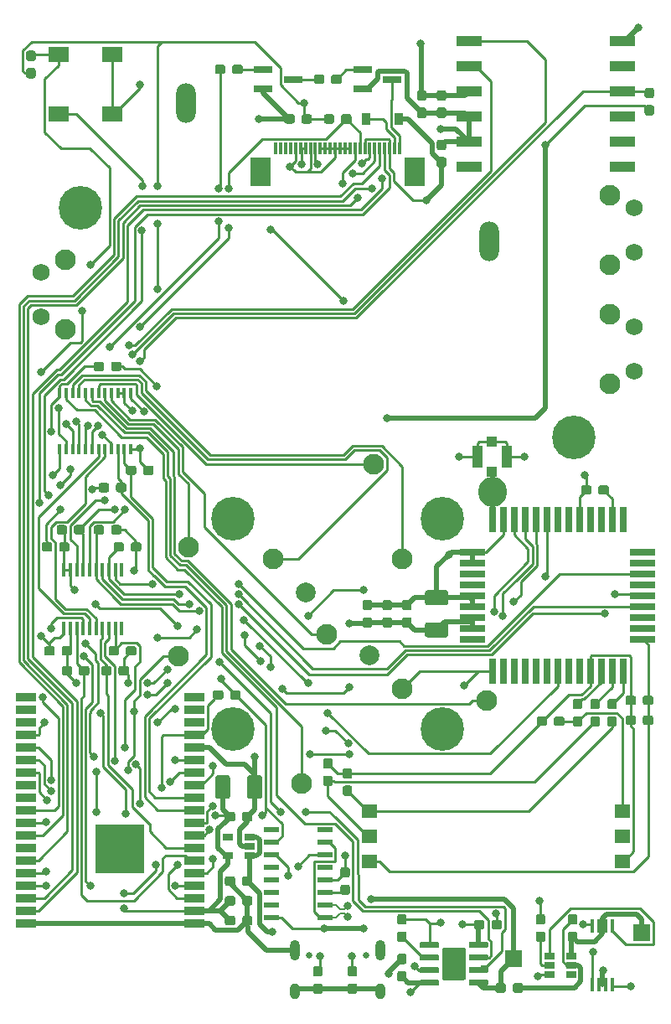
<source format=gbr>
G04 #@! TF.GenerationSoftware,KiCad,Pcbnew,(5.1.0-0)*
G04 #@! TF.CreationDate,2019-05-15T23:46:38-04:00*
G04 #@! TF.ProjectId,phone-hw,70686f6e-652d-4687-972e-6b696361645f,rev?*
G04 #@! TF.SameCoordinates,Original*
G04 #@! TF.FileFunction,Copper,L1,Top*
G04 #@! TF.FilePolarity,Positive*
%FSLAX46Y46*%
G04 Gerber Fmt 4.6, Leading zero omitted, Abs format (unit mm)*
G04 Created by KiCad (PCBNEW (5.1.0-0)) date 2019-05-15 23:46:38*
%MOMM*%
%LPD*%
G04 APERTURE LIST*
%ADD10C,0.700000*%
%ADD11C,4.400000*%
%ADD12R,1.050000X2.200000*%
%ADD13R,1.000000X1.000000*%
%ADD14C,0.100000*%
%ADD15C,0.950000*%
%ADD16C,1.500000*%
%ADD17C,0.650000*%
%ADD18O,1.000000X1.600000*%
%ADD19O,1.000000X2.100000*%
%ADD20R,1.590000X1.350000*%
%ADD21R,1.900000X0.800000*%
%ADD22R,0.450000X1.450000*%
%ADD23R,2.000000X1.600000*%
%ADD24C,2.100000*%
%ADD25C,2.000000*%
%ADD26R,5.000000X5.000000*%
%ADD27R,2.000000X0.900000*%
%ADD28R,0.400000X1.100000*%
%ADD29R,1.060000X0.650000*%
%ADD30R,2.000000X3.000000*%
%ADD31R,0.300000X1.250000*%
%ADD32O,2.000000X4.000000*%
%ADD33R,2.500000X1.000000*%
%ADD34R,0.900000X1.200000*%
%ADD35C,2.410000*%
%ADD36C,0.500000*%
%ADD37C,0.600000*%
%ADD38R,1.500000X0.600000*%
%ADD39R,0.700000X2.500000*%
%ADD40R,2.500000X0.700000*%
%ADD41C,1.750000*%
%ADD42R,1.700000X1.700000*%
%ADD43C,0.800000*%
%ADD44C,0.250000*%
%ADD45C,0.500000*%
%ADD46C,2.915000*%
%ADD47C,0.200000*%
G04 APERTURE END LIST*
D10*
X28166726Y-38833274D03*
X27000000Y-38350000D03*
X25833274Y-38833274D03*
X25350000Y-40000000D03*
X25833274Y-41166726D03*
X27000000Y-41650000D03*
X28166726Y-41166726D03*
X28650000Y-40000000D03*
D11*
X27000000Y-40000000D03*
D10*
X78000000Y-62000000D03*
X76833274Y-61516726D03*
X75666548Y-62000000D03*
X75183274Y-63166726D03*
X75666548Y-64333452D03*
X76833274Y-64816726D03*
X78000000Y-64333452D03*
X78483274Y-63166726D03*
D11*
X76833274Y-63166726D03*
D12*
X67125000Y-65120000D03*
X70075000Y-65120000D03*
D13*
X68600000Y-63620000D03*
X68600000Y-66620000D03*
D14*
G36*
X44185779Y-111526144D02*
G01*
X44208834Y-111529563D01*
X44231443Y-111535227D01*
X44253387Y-111543079D01*
X44274457Y-111553044D01*
X44294448Y-111565026D01*
X44313168Y-111578910D01*
X44330438Y-111594562D01*
X44346090Y-111611832D01*
X44359974Y-111630552D01*
X44371956Y-111650543D01*
X44381921Y-111671613D01*
X44389773Y-111693557D01*
X44395437Y-111716166D01*
X44398856Y-111739221D01*
X44400000Y-111762500D01*
X44400000Y-112237500D01*
X44398856Y-112260779D01*
X44395437Y-112283834D01*
X44389773Y-112306443D01*
X44381921Y-112328387D01*
X44371956Y-112349457D01*
X44359974Y-112369448D01*
X44346090Y-112388168D01*
X44330438Y-112405438D01*
X44313168Y-112421090D01*
X44294448Y-112434974D01*
X44274457Y-112446956D01*
X44253387Y-112456921D01*
X44231443Y-112464773D01*
X44208834Y-112470437D01*
X44185779Y-112473856D01*
X44162500Y-112475000D01*
X43587500Y-112475000D01*
X43564221Y-112473856D01*
X43541166Y-112470437D01*
X43518557Y-112464773D01*
X43496613Y-112456921D01*
X43475543Y-112446956D01*
X43455552Y-112434974D01*
X43436832Y-112421090D01*
X43419562Y-112405438D01*
X43403910Y-112388168D01*
X43390026Y-112369448D01*
X43378044Y-112349457D01*
X43368079Y-112328387D01*
X43360227Y-112306443D01*
X43354563Y-112283834D01*
X43351144Y-112260779D01*
X43350000Y-112237500D01*
X43350000Y-111762500D01*
X43351144Y-111739221D01*
X43354563Y-111716166D01*
X43360227Y-111693557D01*
X43368079Y-111671613D01*
X43378044Y-111650543D01*
X43390026Y-111630552D01*
X43403910Y-111611832D01*
X43419562Y-111594562D01*
X43436832Y-111578910D01*
X43455552Y-111565026D01*
X43475543Y-111553044D01*
X43496613Y-111543079D01*
X43518557Y-111535227D01*
X43541166Y-111529563D01*
X43564221Y-111526144D01*
X43587500Y-111525000D01*
X44162500Y-111525000D01*
X44185779Y-111526144D01*
X44185779Y-111526144D01*
G37*
D15*
X43875000Y-112000000D03*
D14*
G36*
X42435779Y-111526144D02*
G01*
X42458834Y-111529563D01*
X42481443Y-111535227D01*
X42503387Y-111543079D01*
X42524457Y-111553044D01*
X42544448Y-111565026D01*
X42563168Y-111578910D01*
X42580438Y-111594562D01*
X42596090Y-111611832D01*
X42609974Y-111630552D01*
X42621956Y-111650543D01*
X42631921Y-111671613D01*
X42639773Y-111693557D01*
X42645437Y-111716166D01*
X42648856Y-111739221D01*
X42650000Y-111762500D01*
X42650000Y-112237500D01*
X42648856Y-112260779D01*
X42645437Y-112283834D01*
X42639773Y-112306443D01*
X42631921Y-112328387D01*
X42621956Y-112349457D01*
X42609974Y-112369448D01*
X42596090Y-112388168D01*
X42580438Y-112405438D01*
X42563168Y-112421090D01*
X42544448Y-112434974D01*
X42524457Y-112446956D01*
X42503387Y-112456921D01*
X42481443Y-112464773D01*
X42458834Y-112470437D01*
X42435779Y-112473856D01*
X42412500Y-112475000D01*
X41837500Y-112475000D01*
X41814221Y-112473856D01*
X41791166Y-112470437D01*
X41768557Y-112464773D01*
X41746613Y-112456921D01*
X41725543Y-112446956D01*
X41705552Y-112434974D01*
X41686832Y-112421090D01*
X41669562Y-112405438D01*
X41653910Y-112388168D01*
X41640026Y-112369448D01*
X41628044Y-112349457D01*
X41618079Y-112328387D01*
X41610227Y-112306443D01*
X41604563Y-112283834D01*
X41601144Y-112260779D01*
X41600000Y-112237500D01*
X41600000Y-111762500D01*
X41601144Y-111739221D01*
X41604563Y-111716166D01*
X41610227Y-111693557D01*
X41618079Y-111671613D01*
X41628044Y-111650543D01*
X41640026Y-111630552D01*
X41653910Y-111611832D01*
X41669562Y-111594562D01*
X41686832Y-111578910D01*
X41705552Y-111565026D01*
X41725543Y-111553044D01*
X41746613Y-111543079D01*
X41768557Y-111535227D01*
X41791166Y-111529563D01*
X41814221Y-111526144D01*
X41837500Y-111525000D01*
X42412500Y-111525000D01*
X42435779Y-111526144D01*
X42435779Y-111526144D01*
G37*
D15*
X42125000Y-112000000D03*
D14*
G36*
X44185779Y-109526144D02*
G01*
X44208834Y-109529563D01*
X44231443Y-109535227D01*
X44253387Y-109543079D01*
X44274457Y-109553044D01*
X44294448Y-109565026D01*
X44313168Y-109578910D01*
X44330438Y-109594562D01*
X44346090Y-109611832D01*
X44359974Y-109630552D01*
X44371956Y-109650543D01*
X44381921Y-109671613D01*
X44389773Y-109693557D01*
X44395437Y-109716166D01*
X44398856Y-109739221D01*
X44400000Y-109762500D01*
X44400000Y-110237500D01*
X44398856Y-110260779D01*
X44395437Y-110283834D01*
X44389773Y-110306443D01*
X44381921Y-110328387D01*
X44371956Y-110349457D01*
X44359974Y-110369448D01*
X44346090Y-110388168D01*
X44330438Y-110405438D01*
X44313168Y-110421090D01*
X44294448Y-110434974D01*
X44274457Y-110446956D01*
X44253387Y-110456921D01*
X44231443Y-110464773D01*
X44208834Y-110470437D01*
X44185779Y-110473856D01*
X44162500Y-110475000D01*
X43587500Y-110475000D01*
X43564221Y-110473856D01*
X43541166Y-110470437D01*
X43518557Y-110464773D01*
X43496613Y-110456921D01*
X43475543Y-110446956D01*
X43455552Y-110434974D01*
X43436832Y-110421090D01*
X43419562Y-110405438D01*
X43403910Y-110388168D01*
X43390026Y-110369448D01*
X43378044Y-110349457D01*
X43368079Y-110328387D01*
X43360227Y-110306443D01*
X43354563Y-110283834D01*
X43351144Y-110260779D01*
X43350000Y-110237500D01*
X43350000Y-109762500D01*
X43351144Y-109739221D01*
X43354563Y-109716166D01*
X43360227Y-109693557D01*
X43368079Y-109671613D01*
X43378044Y-109650543D01*
X43390026Y-109630552D01*
X43403910Y-109611832D01*
X43419562Y-109594562D01*
X43436832Y-109578910D01*
X43455552Y-109565026D01*
X43475543Y-109553044D01*
X43496613Y-109543079D01*
X43518557Y-109535227D01*
X43541166Y-109529563D01*
X43564221Y-109526144D01*
X43587500Y-109525000D01*
X44162500Y-109525000D01*
X44185779Y-109526144D01*
X44185779Y-109526144D01*
G37*
D15*
X43875000Y-110000000D03*
D14*
G36*
X42435779Y-109526144D02*
G01*
X42458834Y-109529563D01*
X42481443Y-109535227D01*
X42503387Y-109543079D01*
X42524457Y-109553044D01*
X42544448Y-109565026D01*
X42563168Y-109578910D01*
X42580438Y-109594562D01*
X42596090Y-109611832D01*
X42609974Y-109630552D01*
X42621956Y-109650543D01*
X42631921Y-109671613D01*
X42639773Y-109693557D01*
X42645437Y-109716166D01*
X42648856Y-109739221D01*
X42650000Y-109762500D01*
X42650000Y-110237500D01*
X42648856Y-110260779D01*
X42645437Y-110283834D01*
X42639773Y-110306443D01*
X42631921Y-110328387D01*
X42621956Y-110349457D01*
X42609974Y-110369448D01*
X42596090Y-110388168D01*
X42580438Y-110405438D01*
X42563168Y-110421090D01*
X42544448Y-110434974D01*
X42524457Y-110446956D01*
X42503387Y-110456921D01*
X42481443Y-110464773D01*
X42458834Y-110470437D01*
X42435779Y-110473856D01*
X42412500Y-110475000D01*
X41837500Y-110475000D01*
X41814221Y-110473856D01*
X41791166Y-110470437D01*
X41768557Y-110464773D01*
X41746613Y-110456921D01*
X41725543Y-110446956D01*
X41705552Y-110434974D01*
X41686832Y-110421090D01*
X41669562Y-110405438D01*
X41653910Y-110388168D01*
X41640026Y-110369448D01*
X41628044Y-110349457D01*
X41618079Y-110328387D01*
X41610227Y-110306443D01*
X41604563Y-110283834D01*
X41601144Y-110260779D01*
X41600000Y-110237500D01*
X41600000Y-109762500D01*
X41601144Y-109739221D01*
X41604563Y-109716166D01*
X41610227Y-109693557D01*
X41618079Y-109671613D01*
X41628044Y-109650543D01*
X41640026Y-109630552D01*
X41653910Y-109611832D01*
X41669562Y-109594562D01*
X41686832Y-109578910D01*
X41705552Y-109565026D01*
X41725543Y-109553044D01*
X41746613Y-109543079D01*
X41768557Y-109535227D01*
X41791166Y-109529563D01*
X41814221Y-109526144D01*
X41837500Y-109525000D01*
X42412500Y-109525000D01*
X42435779Y-109526144D01*
X42435779Y-109526144D01*
G37*
D15*
X42125000Y-110000000D03*
D14*
G36*
X44185779Y-107526144D02*
G01*
X44208834Y-107529563D01*
X44231443Y-107535227D01*
X44253387Y-107543079D01*
X44274457Y-107553044D01*
X44294448Y-107565026D01*
X44313168Y-107578910D01*
X44330438Y-107594562D01*
X44346090Y-107611832D01*
X44359974Y-107630552D01*
X44371956Y-107650543D01*
X44381921Y-107671613D01*
X44389773Y-107693557D01*
X44395437Y-107716166D01*
X44398856Y-107739221D01*
X44400000Y-107762500D01*
X44400000Y-108237500D01*
X44398856Y-108260779D01*
X44395437Y-108283834D01*
X44389773Y-108306443D01*
X44381921Y-108328387D01*
X44371956Y-108349457D01*
X44359974Y-108369448D01*
X44346090Y-108388168D01*
X44330438Y-108405438D01*
X44313168Y-108421090D01*
X44294448Y-108434974D01*
X44274457Y-108446956D01*
X44253387Y-108456921D01*
X44231443Y-108464773D01*
X44208834Y-108470437D01*
X44185779Y-108473856D01*
X44162500Y-108475000D01*
X43587500Y-108475000D01*
X43564221Y-108473856D01*
X43541166Y-108470437D01*
X43518557Y-108464773D01*
X43496613Y-108456921D01*
X43475543Y-108446956D01*
X43455552Y-108434974D01*
X43436832Y-108421090D01*
X43419562Y-108405438D01*
X43403910Y-108388168D01*
X43390026Y-108369448D01*
X43378044Y-108349457D01*
X43368079Y-108328387D01*
X43360227Y-108306443D01*
X43354563Y-108283834D01*
X43351144Y-108260779D01*
X43350000Y-108237500D01*
X43350000Y-107762500D01*
X43351144Y-107739221D01*
X43354563Y-107716166D01*
X43360227Y-107693557D01*
X43368079Y-107671613D01*
X43378044Y-107650543D01*
X43390026Y-107630552D01*
X43403910Y-107611832D01*
X43419562Y-107594562D01*
X43436832Y-107578910D01*
X43455552Y-107565026D01*
X43475543Y-107553044D01*
X43496613Y-107543079D01*
X43518557Y-107535227D01*
X43541166Y-107529563D01*
X43564221Y-107526144D01*
X43587500Y-107525000D01*
X44162500Y-107525000D01*
X44185779Y-107526144D01*
X44185779Y-107526144D01*
G37*
D15*
X43875000Y-108000000D03*
D14*
G36*
X42435779Y-107526144D02*
G01*
X42458834Y-107529563D01*
X42481443Y-107535227D01*
X42503387Y-107543079D01*
X42524457Y-107553044D01*
X42544448Y-107565026D01*
X42563168Y-107578910D01*
X42580438Y-107594562D01*
X42596090Y-107611832D01*
X42609974Y-107630552D01*
X42621956Y-107650543D01*
X42631921Y-107671613D01*
X42639773Y-107693557D01*
X42645437Y-107716166D01*
X42648856Y-107739221D01*
X42650000Y-107762500D01*
X42650000Y-108237500D01*
X42648856Y-108260779D01*
X42645437Y-108283834D01*
X42639773Y-108306443D01*
X42631921Y-108328387D01*
X42621956Y-108349457D01*
X42609974Y-108369448D01*
X42596090Y-108388168D01*
X42580438Y-108405438D01*
X42563168Y-108421090D01*
X42544448Y-108434974D01*
X42524457Y-108446956D01*
X42503387Y-108456921D01*
X42481443Y-108464773D01*
X42458834Y-108470437D01*
X42435779Y-108473856D01*
X42412500Y-108475000D01*
X41837500Y-108475000D01*
X41814221Y-108473856D01*
X41791166Y-108470437D01*
X41768557Y-108464773D01*
X41746613Y-108456921D01*
X41725543Y-108446956D01*
X41705552Y-108434974D01*
X41686832Y-108421090D01*
X41669562Y-108405438D01*
X41653910Y-108388168D01*
X41640026Y-108369448D01*
X41628044Y-108349457D01*
X41618079Y-108328387D01*
X41610227Y-108306443D01*
X41604563Y-108283834D01*
X41601144Y-108260779D01*
X41600000Y-108237500D01*
X41600000Y-107762500D01*
X41601144Y-107739221D01*
X41604563Y-107716166D01*
X41610227Y-107693557D01*
X41618079Y-107671613D01*
X41628044Y-107650543D01*
X41640026Y-107630552D01*
X41653910Y-107611832D01*
X41669562Y-107594562D01*
X41686832Y-107578910D01*
X41705552Y-107565026D01*
X41725543Y-107553044D01*
X41746613Y-107543079D01*
X41768557Y-107535227D01*
X41791166Y-107529563D01*
X41814221Y-107526144D01*
X41837500Y-107525000D01*
X42412500Y-107525000D01*
X42435779Y-107526144D01*
X42435779Y-107526144D01*
G37*
D15*
X42125000Y-108000000D03*
D14*
G36*
X29185779Y-55526144D02*
G01*
X29208834Y-55529563D01*
X29231443Y-55535227D01*
X29253387Y-55543079D01*
X29274457Y-55553044D01*
X29294448Y-55565026D01*
X29313168Y-55578910D01*
X29330438Y-55594562D01*
X29346090Y-55611832D01*
X29359974Y-55630552D01*
X29371956Y-55650543D01*
X29381921Y-55671613D01*
X29389773Y-55693557D01*
X29395437Y-55716166D01*
X29398856Y-55739221D01*
X29400000Y-55762500D01*
X29400000Y-56237500D01*
X29398856Y-56260779D01*
X29395437Y-56283834D01*
X29389773Y-56306443D01*
X29381921Y-56328387D01*
X29371956Y-56349457D01*
X29359974Y-56369448D01*
X29346090Y-56388168D01*
X29330438Y-56405438D01*
X29313168Y-56421090D01*
X29294448Y-56434974D01*
X29274457Y-56446956D01*
X29253387Y-56456921D01*
X29231443Y-56464773D01*
X29208834Y-56470437D01*
X29185779Y-56473856D01*
X29162500Y-56475000D01*
X28587500Y-56475000D01*
X28564221Y-56473856D01*
X28541166Y-56470437D01*
X28518557Y-56464773D01*
X28496613Y-56456921D01*
X28475543Y-56446956D01*
X28455552Y-56434974D01*
X28436832Y-56421090D01*
X28419562Y-56405438D01*
X28403910Y-56388168D01*
X28390026Y-56369448D01*
X28378044Y-56349457D01*
X28368079Y-56328387D01*
X28360227Y-56306443D01*
X28354563Y-56283834D01*
X28351144Y-56260779D01*
X28350000Y-56237500D01*
X28350000Y-55762500D01*
X28351144Y-55739221D01*
X28354563Y-55716166D01*
X28360227Y-55693557D01*
X28368079Y-55671613D01*
X28378044Y-55650543D01*
X28390026Y-55630552D01*
X28403910Y-55611832D01*
X28419562Y-55594562D01*
X28436832Y-55578910D01*
X28455552Y-55565026D01*
X28475543Y-55553044D01*
X28496613Y-55543079D01*
X28518557Y-55535227D01*
X28541166Y-55529563D01*
X28564221Y-55526144D01*
X28587500Y-55525000D01*
X29162500Y-55525000D01*
X29185779Y-55526144D01*
X29185779Y-55526144D01*
G37*
D15*
X28875000Y-56000000D03*
D14*
G36*
X30935779Y-55526144D02*
G01*
X30958834Y-55529563D01*
X30981443Y-55535227D01*
X31003387Y-55543079D01*
X31024457Y-55553044D01*
X31044448Y-55565026D01*
X31063168Y-55578910D01*
X31080438Y-55594562D01*
X31096090Y-55611832D01*
X31109974Y-55630552D01*
X31121956Y-55650543D01*
X31131921Y-55671613D01*
X31139773Y-55693557D01*
X31145437Y-55716166D01*
X31148856Y-55739221D01*
X31150000Y-55762500D01*
X31150000Y-56237500D01*
X31148856Y-56260779D01*
X31145437Y-56283834D01*
X31139773Y-56306443D01*
X31131921Y-56328387D01*
X31121956Y-56349457D01*
X31109974Y-56369448D01*
X31096090Y-56388168D01*
X31080438Y-56405438D01*
X31063168Y-56421090D01*
X31044448Y-56434974D01*
X31024457Y-56446956D01*
X31003387Y-56456921D01*
X30981443Y-56464773D01*
X30958834Y-56470437D01*
X30935779Y-56473856D01*
X30912500Y-56475000D01*
X30337500Y-56475000D01*
X30314221Y-56473856D01*
X30291166Y-56470437D01*
X30268557Y-56464773D01*
X30246613Y-56456921D01*
X30225543Y-56446956D01*
X30205552Y-56434974D01*
X30186832Y-56421090D01*
X30169562Y-56405438D01*
X30153910Y-56388168D01*
X30140026Y-56369448D01*
X30128044Y-56349457D01*
X30118079Y-56328387D01*
X30110227Y-56306443D01*
X30104563Y-56283834D01*
X30101144Y-56260779D01*
X30100000Y-56237500D01*
X30100000Y-55762500D01*
X30101144Y-55739221D01*
X30104563Y-55716166D01*
X30110227Y-55693557D01*
X30118079Y-55671613D01*
X30128044Y-55650543D01*
X30140026Y-55630552D01*
X30153910Y-55611832D01*
X30169562Y-55594562D01*
X30186832Y-55578910D01*
X30205552Y-55565026D01*
X30225543Y-55553044D01*
X30246613Y-55543079D01*
X30268557Y-55535227D01*
X30291166Y-55529563D01*
X30314221Y-55526144D01*
X30337500Y-55525000D01*
X30912500Y-55525000D01*
X30935779Y-55526144D01*
X30935779Y-55526144D01*
G37*
D15*
X30625000Y-56000000D03*
D14*
G36*
X25935779Y-84276144D02*
G01*
X25958834Y-84279563D01*
X25981443Y-84285227D01*
X26003387Y-84293079D01*
X26024457Y-84303044D01*
X26044448Y-84315026D01*
X26063168Y-84328910D01*
X26080438Y-84344562D01*
X26096090Y-84361832D01*
X26109974Y-84380552D01*
X26121956Y-84400543D01*
X26131921Y-84421613D01*
X26139773Y-84443557D01*
X26145437Y-84466166D01*
X26148856Y-84489221D01*
X26150000Y-84512500D01*
X26150000Y-84987500D01*
X26148856Y-85010779D01*
X26145437Y-85033834D01*
X26139773Y-85056443D01*
X26131921Y-85078387D01*
X26121956Y-85099457D01*
X26109974Y-85119448D01*
X26096090Y-85138168D01*
X26080438Y-85155438D01*
X26063168Y-85171090D01*
X26044448Y-85184974D01*
X26024457Y-85196956D01*
X26003387Y-85206921D01*
X25981443Y-85214773D01*
X25958834Y-85220437D01*
X25935779Y-85223856D01*
X25912500Y-85225000D01*
X25337500Y-85225000D01*
X25314221Y-85223856D01*
X25291166Y-85220437D01*
X25268557Y-85214773D01*
X25246613Y-85206921D01*
X25225543Y-85196956D01*
X25205552Y-85184974D01*
X25186832Y-85171090D01*
X25169562Y-85155438D01*
X25153910Y-85138168D01*
X25140026Y-85119448D01*
X25128044Y-85099457D01*
X25118079Y-85078387D01*
X25110227Y-85056443D01*
X25104563Y-85033834D01*
X25101144Y-85010779D01*
X25100000Y-84987500D01*
X25100000Y-84512500D01*
X25101144Y-84489221D01*
X25104563Y-84466166D01*
X25110227Y-84443557D01*
X25118079Y-84421613D01*
X25128044Y-84400543D01*
X25140026Y-84380552D01*
X25153910Y-84361832D01*
X25169562Y-84344562D01*
X25186832Y-84328910D01*
X25205552Y-84315026D01*
X25225543Y-84303044D01*
X25246613Y-84293079D01*
X25268557Y-84285227D01*
X25291166Y-84279563D01*
X25314221Y-84276144D01*
X25337500Y-84275000D01*
X25912500Y-84275000D01*
X25935779Y-84276144D01*
X25935779Y-84276144D01*
G37*
D15*
X25625000Y-84750000D03*
D14*
G36*
X24185779Y-84276144D02*
G01*
X24208834Y-84279563D01*
X24231443Y-84285227D01*
X24253387Y-84293079D01*
X24274457Y-84303044D01*
X24294448Y-84315026D01*
X24313168Y-84328910D01*
X24330438Y-84344562D01*
X24346090Y-84361832D01*
X24359974Y-84380552D01*
X24371956Y-84400543D01*
X24381921Y-84421613D01*
X24389773Y-84443557D01*
X24395437Y-84466166D01*
X24398856Y-84489221D01*
X24400000Y-84512500D01*
X24400000Y-84987500D01*
X24398856Y-85010779D01*
X24395437Y-85033834D01*
X24389773Y-85056443D01*
X24381921Y-85078387D01*
X24371956Y-85099457D01*
X24359974Y-85119448D01*
X24346090Y-85138168D01*
X24330438Y-85155438D01*
X24313168Y-85171090D01*
X24294448Y-85184974D01*
X24274457Y-85196956D01*
X24253387Y-85206921D01*
X24231443Y-85214773D01*
X24208834Y-85220437D01*
X24185779Y-85223856D01*
X24162500Y-85225000D01*
X23587500Y-85225000D01*
X23564221Y-85223856D01*
X23541166Y-85220437D01*
X23518557Y-85214773D01*
X23496613Y-85206921D01*
X23475543Y-85196956D01*
X23455552Y-85184974D01*
X23436832Y-85171090D01*
X23419562Y-85155438D01*
X23403910Y-85138168D01*
X23390026Y-85119448D01*
X23378044Y-85099457D01*
X23368079Y-85078387D01*
X23360227Y-85056443D01*
X23354563Y-85033834D01*
X23351144Y-85010779D01*
X23350000Y-84987500D01*
X23350000Y-84512500D01*
X23351144Y-84489221D01*
X23354563Y-84466166D01*
X23360227Y-84443557D01*
X23368079Y-84421613D01*
X23378044Y-84400543D01*
X23390026Y-84380552D01*
X23403910Y-84361832D01*
X23419562Y-84344562D01*
X23436832Y-84328910D01*
X23455552Y-84315026D01*
X23475543Y-84303044D01*
X23496613Y-84293079D01*
X23518557Y-84285227D01*
X23541166Y-84279563D01*
X23564221Y-84276144D01*
X23587500Y-84275000D01*
X24162500Y-84275000D01*
X24185779Y-84276144D01*
X24185779Y-84276144D01*
G37*
D15*
X23875000Y-84750000D03*
D14*
G36*
X42435779Y-101026144D02*
G01*
X42458834Y-101029563D01*
X42481443Y-101035227D01*
X42503387Y-101043079D01*
X42524457Y-101053044D01*
X42544448Y-101065026D01*
X42563168Y-101078910D01*
X42580438Y-101094562D01*
X42596090Y-101111832D01*
X42609974Y-101130552D01*
X42621956Y-101150543D01*
X42631921Y-101171613D01*
X42639773Y-101193557D01*
X42645437Y-101216166D01*
X42648856Y-101239221D01*
X42650000Y-101262500D01*
X42650000Y-101737500D01*
X42648856Y-101760779D01*
X42645437Y-101783834D01*
X42639773Y-101806443D01*
X42631921Y-101828387D01*
X42621956Y-101849457D01*
X42609974Y-101869448D01*
X42596090Y-101888168D01*
X42580438Y-101905438D01*
X42563168Y-101921090D01*
X42544448Y-101934974D01*
X42524457Y-101946956D01*
X42503387Y-101956921D01*
X42481443Y-101964773D01*
X42458834Y-101970437D01*
X42435779Y-101973856D01*
X42412500Y-101975000D01*
X41837500Y-101975000D01*
X41814221Y-101973856D01*
X41791166Y-101970437D01*
X41768557Y-101964773D01*
X41746613Y-101956921D01*
X41725543Y-101946956D01*
X41705552Y-101934974D01*
X41686832Y-101921090D01*
X41669562Y-101905438D01*
X41653910Y-101888168D01*
X41640026Y-101869448D01*
X41628044Y-101849457D01*
X41618079Y-101828387D01*
X41610227Y-101806443D01*
X41604563Y-101783834D01*
X41601144Y-101760779D01*
X41600000Y-101737500D01*
X41600000Y-101262500D01*
X41601144Y-101239221D01*
X41604563Y-101216166D01*
X41610227Y-101193557D01*
X41618079Y-101171613D01*
X41628044Y-101150543D01*
X41640026Y-101130552D01*
X41653910Y-101111832D01*
X41669562Y-101094562D01*
X41686832Y-101078910D01*
X41705552Y-101065026D01*
X41725543Y-101053044D01*
X41746613Y-101043079D01*
X41768557Y-101035227D01*
X41791166Y-101029563D01*
X41814221Y-101026144D01*
X41837500Y-101025000D01*
X42412500Y-101025000D01*
X42435779Y-101026144D01*
X42435779Y-101026144D01*
G37*
D15*
X42125000Y-101500000D03*
D14*
G36*
X44185779Y-101026144D02*
G01*
X44208834Y-101029563D01*
X44231443Y-101035227D01*
X44253387Y-101043079D01*
X44274457Y-101053044D01*
X44294448Y-101065026D01*
X44313168Y-101078910D01*
X44330438Y-101094562D01*
X44346090Y-101111832D01*
X44359974Y-101130552D01*
X44371956Y-101150543D01*
X44381921Y-101171613D01*
X44389773Y-101193557D01*
X44395437Y-101216166D01*
X44398856Y-101239221D01*
X44400000Y-101262500D01*
X44400000Y-101737500D01*
X44398856Y-101760779D01*
X44395437Y-101783834D01*
X44389773Y-101806443D01*
X44381921Y-101828387D01*
X44371956Y-101849457D01*
X44359974Y-101869448D01*
X44346090Y-101888168D01*
X44330438Y-101905438D01*
X44313168Y-101921090D01*
X44294448Y-101934974D01*
X44274457Y-101946956D01*
X44253387Y-101956921D01*
X44231443Y-101964773D01*
X44208834Y-101970437D01*
X44185779Y-101973856D01*
X44162500Y-101975000D01*
X43587500Y-101975000D01*
X43564221Y-101973856D01*
X43541166Y-101970437D01*
X43518557Y-101964773D01*
X43496613Y-101956921D01*
X43475543Y-101946956D01*
X43455552Y-101934974D01*
X43436832Y-101921090D01*
X43419562Y-101905438D01*
X43403910Y-101888168D01*
X43390026Y-101869448D01*
X43378044Y-101849457D01*
X43368079Y-101828387D01*
X43360227Y-101806443D01*
X43354563Y-101783834D01*
X43351144Y-101760779D01*
X43350000Y-101737500D01*
X43350000Y-101262500D01*
X43351144Y-101239221D01*
X43354563Y-101216166D01*
X43360227Y-101193557D01*
X43368079Y-101171613D01*
X43378044Y-101150543D01*
X43390026Y-101130552D01*
X43403910Y-101111832D01*
X43419562Y-101094562D01*
X43436832Y-101078910D01*
X43455552Y-101065026D01*
X43475543Y-101053044D01*
X43496613Y-101043079D01*
X43518557Y-101035227D01*
X43541166Y-101029563D01*
X43564221Y-101026144D01*
X43587500Y-101025000D01*
X44162500Y-101025000D01*
X44185779Y-101026144D01*
X44185779Y-101026144D01*
G37*
D15*
X43875000Y-101500000D03*
D14*
G36*
X41899504Y-97326204D02*
G01*
X41923773Y-97329804D01*
X41947571Y-97335765D01*
X41970671Y-97344030D01*
X41992849Y-97354520D01*
X42013893Y-97367133D01*
X42033598Y-97381747D01*
X42051777Y-97398223D01*
X42068253Y-97416402D01*
X42082867Y-97436107D01*
X42095480Y-97457151D01*
X42105970Y-97479329D01*
X42114235Y-97502429D01*
X42120196Y-97526227D01*
X42123796Y-97550496D01*
X42125000Y-97575000D01*
X42125000Y-99425000D01*
X42123796Y-99449504D01*
X42120196Y-99473773D01*
X42114235Y-99497571D01*
X42105970Y-99520671D01*
X42095480Y-99542849D01*
X42082867Y-99563893D01*
X42068253Y-99583598D01*
X42051777Y-99601777D01*
X42033598Y-99618253D01*
X42013893Y-99632867D01*
X41992849Y-99645480D01*
X41970671Y-99655970D01*
X41947571Y-99664235D01*
X41923773Y-99670196D01*
X41899504Y-99673796D01*
X41875000Y-99675000D01*
X40875000Y-99675000D01*
X40850496Y-99673796D01*
X40826227Y-99670196D01*
X40802429Y-99664235D01*
X40779329Y-99655970D01*
X40757151Y-99645480D01*
X40736107Y-99632867D01*
X40716402Y-99618253D01*
X40698223Y-99601777D01*
X40681747Y-99583598D01*
X40667133Y-99563893D01*
X40654520Y-99542849D01*
X40644030Y-99520671D01*
X40635765Y-99497571D01*
X40629804Y-99473773D01*
X40626204Y-99449504D01*
X40625000Y-99425000D01*
X40625000Y-97575000D01*
X40626204Y-97550496D01*
X40629804Y-97526227D01*
X40635765Y-97502429D01*
X40644030Y-97479329D01*
X40654520Y-97457151D01*
X40667133Y-97436107D01*
X40681747Y-97416402D01*
X40698223Y-97398223D01*
X40716402Y-97381747D01*
X40736107Y-97367133D01*
X40757151Y-97354520D01*
X40779329Y-97344030D01*
X40802429Y-97335765D01*
X40826227Y-97329804D01*
X40850496Y-97326204D01*
X40875000Y-97325000D01*
X41875000Y-97325000D01*
X41899504Y-97326204D01*
X41899504Y-97326204D01*
G37*
D16*
X41375000Y-98500000D03*
D14*
G36*
X45149504Y-97326204D02*
G01*
X45173773Y-97329804D01*
X45197571Y-97335765D01*
X45220671Y-97344030D01*
X45242849Y-97354520D01*
X45263893Y-97367133D01*
X45283598Y-97381747D01*
X45301777Y-97398223D01*
X45318253Y-97416402D01*
X45332867Y-97436107D01*
X45345480Y-97457151D01*
X45355970Y-97479329D01*
X45364235Y-97502429D01*
X45370196Y-97526227D01*
X45373796Y-97550496D01*
X45375000Y-97575000D01*
X45375000Y-99425000D01*
X45373796Y-99449504D01*
X45370196Y-99473773D01*
X45364235Y-99497571D01*
X45355970Y-99520671D01*
X45345480Y-99542849D01*
X45332867Y-99563893D01*
X45318253Y-99583598D01*
X45301777Y-99601777D01*
X45283598Y-99618253D01*
X45263893Y-99632867D01*
X45242849Y-99645480D01*
X45220671Y-99655970D01*
X45197571Y-99664235D01*
X45173773Y-99670196D01*
X45149504Y-99673796D01*
X45125000Y-99675000D01*
X44125000Y-99675000D01*
X44100496Y-99673796D01*
X44076227Y-99670196D01*
X44052429Y-99664235D01*
X44029329Y-99655970D01*
X44007151Y-99645480D01*
X43986107Y-99632867D01*
X43966402Y-99618253D01*
X43948223Y-99601777D01*
X43931747Y-99583598D01*
X43917133Y-99563893D01*
X43904520Y-99542849D01*
X43894030Y-99520671D01*
X43885765Y-99497571D01*
X43879804Y-99473773D01*
X43876204Y-99449504D01*
X43875000Y-99425000D01*
X43875000Y-97575000D01*
X43876204Y-97550496D01*
X43879804Y-97526227D01*
X43885765Y-97502429D01*
X43894030Y-97479329D01*
X43904520Y-97457151D01*
X43917133Y-97436107D01*
X43931747Y-97416402D01*
X43948223Y-97398223D01*
X43966402Y-97381747D01*
X43986107Y-97367133D01*
X44007151Y-97354520D01*
X44029329Y-97344030D01*
X44052429Y-97335765D01*
X44076227Y-97329804D01*
X44100496Y-97326204D01*
X44125000Y-97325000D01*
X45125000Y-97325000D01*
X45149504Y-97326204D01*
X45149504Y-97326204D01*
G37*
D16*
X44625000Y-98500000D03*
D14*
G36*
X23935779Y-73776144D02*
G01*
X23958834Y-73779563D01*
X23981443Y-73785227D01*
X24003387Y-73793079D01*
X24024457Y-73803044D01*
X24044448Y-73815026D01*
X24063168Y-73828910D01*
X24080438Y-73844562D01*
X24096090Y-73861832D01*
X24109974Y-73880552D01*
X24121956Y-73900543D01*
X24131921Y-73921613D01*
X24139773Y-73943557D01*
X24145437Y-73966166D01*
X24148856Y-73989221D01*
X24150000Y-74012500D01*
X24150000Y-74487500D01*
X24148856Y-74510779D01*
X24145437Y-74533834D01*
X24139773Y-74556443D01*
X24131921Y-74578387D01*
X24121956Y-74599457D01*
X24109974Y-74619448D01*
X24096090Y-74638168D01*
X24080438Y-74655438D01*
X24063168Y-74671090D01*
X24044448Y-74684974D01*
X24024457Y-74696956D01*
X24003387Y-74706921D01*
X23981443Y-74714773D01*
X23958834Y-74720437D01*
X23935779Y-74723856D01*
X23912500Y-74725000D01*
X23337500Y-74725000D01*
X23314221Y-74723856D01*
X23291166Y-74720437D01*
X23268557Y-74714773D01*
X23246613Y-74706921D01*
X23225543Y-74696956D01*
X23205552Y-74684974D01*
X23186832Y-74671090D01*
X23169562Y-74655438D01*
X23153910Y-74638168D01*
X23140026Y-74619448D01*
X23128044Y-74599457D01*
X23118079Y-74578387D01*
X23110227Y-74556443D01*
X23104563Y-74533834D01*
X23101144Y-74510779D01*
X23100000Y-74487500D01*
X23100000Y-74012500D01*
X23101144Y-73989221D01*
X23104563Y-73966166D01*
X23110227Y-73943557D01*
X23118079Y-73921613D01*
X23128044Y-73900543D01*
X23140026Y-73880552D01*
X23153910Y-73861832D01*
X23169562Y-73844562D01*
X23186832Y-73828910D01*
X23205552Y-73815026D01*
X23225543Y-73803044D01*
X23246613Y-73793079D01*
X23268557Y-73785227D01*
X23291166Y-73779563D01*
X23314221Y-73776144D01*
X23337500Y-73775000D01*
X23912500Y-73775000D01*
X23935779Y-73776144D01*
X23935779Y-73776144D01*
G37*
D15*
X23625000Y-74250000D03*
D14*
G36*
X25685779Y-73776144D02*
G01*
X25708834Y-73779563D01*
X25731443Y-73785227D01*
X25753387Y-73793079D01*
X25774457Y-73803044D01*
X25794448Y-73815026D01*
X25813168Y-73828910D01*
X25830438Y-73844562D01*
X25846090Y-73861832D01*
X25859974Y-73880552D01*
X25871956Y-73900543D01*
X25881921Y-73921613D01*
X25889773Y-73943557D01*
X25895437Y-73966166D01*
X25898856Y-73989221D01*
X25900000Y-74012500D01*
X25900000Y-74487500D01*
X25898856Y-74510779D01*
X25895437Y-74533834D01*
X25889773Y-74556443D01*
X25881921Y-74578387D01*
X25871956Y-74599457D01*
X25859974Y-74619448D01*
X25846090Y-74638168D01*
X25830438Y-74655438D01*
X25813168Y-74671090D01*
X25794448Y-74684974D01*
X25774457Y-74696956D01*
X25753387Y-74706921D01*
X25731443Y-74714773D01*
X25708834Y-74720437D01*
X25685779Y-74723856D01*
X25662500Y-74725000D01*
X25087500Y-74725000D01*
X25064221Y-74723856D01*
X25041166Y-74720437D01*
X25018557Y-74714773D01*
X24996613Y-74706921D01*
X24975543Y-74696956D01*
X24955552Y-74684974D01*
X24936832Y-74671090D01*
X24919562Y-74655438D01*
X24903910Y-74638168D01*
X24890026Y-74619448D01*
X24878044Y-74599457D01*
X24868079Y-74578387D01*
X24860227Y-74556443D01*
X24854563Y-74533834D01*
X24851144Y-74510779D01*
X24850000Y-74487500D01*
X24850000Y-74012500D01*
X24851144Y-73989221D01*
X24854563Y-73966166D01*
X24860227Y-73943557D01*
X24868079Y-73921613D01*
X24878044Y-73900543D01*
X24890026Y-73880552D01*
X24903910Y-73861832D01*
X24919562Y-73844562D01*
X24936832Y-73828910D01*
X24955552Y-73815026D01*
X24975543Y-73803044D01*
X24996613Y-73793079D01*
X25018557Y-73785227D01*
X25041166Y-73779563D01*
X25064221Y-73776144D01*
X25087500Y-73775000D01*
X25662500Y-73775000D01*
X25685779Y-73776144D01*
X25685779Y-73776144D01*
G37*
D15*
X25375000Y-74250000D03*
D14*
G36*
X50185779Y-30526144D02*
G01*
X50208834Y-30529563D01*
X50231443Y-30535227D01*
X50253387Y-30543079D01*
X50274457Y-30553044D01*
X50294448Y-30565026D01*
X50313168Y-30578910D01*
X50330438Y-30594562D01*
X50346090Y-30611832D01*
X50359974Y-30630552D01*
X50371956Y-30650543D01*
X50381921Y-30671613D01*
X50389773Y-30693557D01*
X50395437Y-30716166D01*
X50398856Y-30739221D01*
X50400000Y-30762500D01*
X50400000Y-31237500D01*
X50398856Y-31260779D01*
X50395437Y-31283834D01*
X50389773Y-31306443D01*
X50381921Y-31328387D01*
X50371956Y-31349457D01*
X50359974Y-31369448D01*
X50346090Y-31388168D01*
X50330438Y-31405438D01*
X50313168Y-31421090D01*
X50294448Y-31434974D01*
X50274457Y-31446956D01*
X50253387Y-31456921D01*
X50231443Y-31464773D01*
X50208834Y-31470437D01*
X50185779Y-31473856D01*
X50162500Y-31475000D01*
X49587500Y-31475000D01*
X49564221Y-31473856D01*
X49541166Y-31470437D01*
X49518557Y-31464773D01*
X49496613Y-31456921D01*
X49475543Y-31446956D01*
X49455552Y-31434974D01*
X49436832Y-31421090D01*
X49419562Y-31405438D01*
X49403910Y-31388168D01*
X49390026Y-31369448D01*
X49378044Y-31349457D01*
X49368079Y-31328387D01*
X49360227Y-31306443D01*
X49354563Y-31283834D01*
X49351144Y-31260779D01*
X49350000Y-31237500D01*
X49350000Y-30762500D01*
X49351144Y-30739221D01*
X49354563Y-30716166D01*
X49360227Y-30693557D01*
X49368079Y-30671613D01*
X49378044Y-30650543D01*
X49390026Y-30630552D01*
X49403910Y-30611832D01*
X49419562Y-30594562D01*
X49436832Y-30578910D01*
X49455552Y-30565026D01*
X49475543Y-30553044D01*
X49496613Y-30543079D01*
X49518557Y-30535227D01*
X49541166Y-30529563D01*
X49564221Y-30526144D01*
X49587500Y-30525000D01*
X50162500Y-30525000D01*
X50185779Y-30526144D01*
X50185779Y-30526144D01*
G37*
D15*
X49875000Y-31000000D03*
D14*
G36*
X48435779Y-30526144D02*
G01*
X48458834Y-30529563D01*
X48481443Y-30535227D01*
X48503387Y-30543079D01*
X48524457Y-30553044D01*
X48544448Y-30565026D01*
X48563168Y-30578910D01*
X48580438Y-30594562D01*
X48596090Y-30611832D01*
X48609974Y-30630552D01*
X48621956Y-30650543D01*
X48631921Y-30671613D01*
X48639773Y-30693557D01*
X48645437Y-30716166D01*
X48648856Y-30739221D01*
X48650000Y-30762500D01*
X48650000Y-31237500D01*
X48648856Y-31260779D01*
X48645437Y-31283834D01*
X48639773Y-31306443D01*
X48631921Y-31328387D01*
X48621956Y-31349457D01*
X48609974Y-31369448D01*
X48596090Y-31388168D01*
X48580438Y-31405438D01*
X48563168Y-31421090D01*
X48544448Y-31434974D01*
X48524457Y-31446956D01*
X48503387Y-31456921D01*
X48481443Y-31464773D01*
X48458834Y-31470437D01*
X48435779Y-31473856D01*
X48412500Y-31475000D01*
X47837500Y-31475000D01*
X47814221Y-31473856D01*
X47791166Y-31470437D01*
X47768557Y-31464773D01*
X47746613Y-31456921D01*
X47725543Y-31446956D01*
X47705552Y-31434974D01*
X47686832Y-31421090D01*
X47669562Y-31405438D01*
X47653910Y-31388168D01*
X47640026Y-31369448D01*
X47628044Y-31349457D01*
X47618079Y-31328387D01*
X47610227Y-31306443D01*
X47604563Y-31283834D01*
X47601144Y-31260779D01*
X47600000Y-31237500D01*
X47600000Y-30762500D01*
X47601144Y-30739221D01*
X47604563Y-30716166D01*
X47610227Y-30693557D01*
X47618079Y-30671613D01*
X47628044Y-30650543D01*
X47640026Y-30630552D01*
X47653910Y-30611832D01*
X47669562Y-30594562D01*
X47686832Y-30578910D01*
X47705552Y-30565026D01*
X47725543Y-30553044D01*
X47746613Y-30543079D01*
X47768557Y-30535227D01*
X47791166Y-30529563D01*
X47814221Y-30526144D01*
X47837500Y-30525000D01*
X48412500Y-30525000D01*
X48435779Y-30526144D01*
X48435779Y-30526144D01*
G37*
D15*
X48125000Y-31000000D03*
D14*
G36*
X61760779Y-28101144D02*
G01*
X61783834Y-28104563D01*
X61806443Y-28110227D01*
X61828387Y-28118079D01*
X61849457Y-28128044D01*
X61869448Y-28140026D01*
X61888168Y-28153910D01*
X61905438Y-28169562D01*
X61921090Y-28186832D01*
X61934974Y-28205552D01*
X61946956Y-28225543D01*
X61956921Y-28246613D01*
X61964773Y-28268557D01*
X61970437Y-28291166D01*
X61973856Y-28314221D01*
X61975000Y-28337500D01*
X61975000Y-28912500D01*
X61973856Y-28935779D01*
X61970437Y-28958834D01*
X61964773Y-28981443D01*
X61956921Y-29003387D01*
X61946956Y-29024457D01*
X61934974Y-29044448D01*
X61921090Y-29063168D01*
X61905438Y-29080438D01*
X61888168Y-29096090D01*
X61869448Y-29109974D01*
X61849457Y-29121956D01*
X61828387Y-29131921D01*
X61806443Y-29139773D01*
X61783834Y-29145437D01*
X61760779Y-29148856D01*
X61737500Y-29150000D01*
X61262500Y-29150000D01*
X61239221Y-29148856D01*
X61216166Y-29145437D01*
X61193557Y-29139773D01*
X61171613Y-29131921D01*
X61150543Y-29121956D01*
X61130552Y-29109974D01*
X61111832Y-29096090D01*
X61094562Y-29080438D01*
X61078910Y-29063168D01*
X61065026Y-29044448D01*
X61053044Y-29024457D01*
X61043079Y-29003387D01*
X61035227Y-28981443D01*
X61029563Y-28958834D01*
X61026144Y-28935779D01*
X61025000Y-28912500D01*
X61025000Y-28337500D01*
X61026144Y-28314221D01*
X61029563Y-28291166D01*
X61035227Y-28268557D01*
X61043079Y-28246613D01*
X61053044Y-28225543D01*
X61065026Y-28205552D01*
X61078910Y-28186832D01*
X61094562Y-28169562D01*
X61111832Y-28153910D01*
X61130552Y-28140026D01*
X61150543Y-28128044D01*
X61171613Y-28118079D01*
X61193557Y-28110227D01*
X61216166Y-28104563D01*
X61239221Y-28101144D01*
X61262500Y-28100000D01*
X61737500Y-28100000D01*
X61760779Y-28101144D01*
X61760779Y-28101144D01*
G37*
D15*
X61500000Y-28625000D03*
D14*
G36*
X61760779Y-29851144D02*
G01*
X61783834Y-29854563D01*
X61806443Y-29860227D01*
X61828387Y-29868079D01*
X61849457Y-29878044D01*
X61869448Y-29890026D01*
X61888168Y-29903910D01*
X61905438Y-29919562D01*
X61921090Y-29936832D01*
X61934974Y-29955552D01*
X61946956Y-29975543D01*
X61956921Y-29996613D01*
X61964773Y-30018557D01*
X61970437Y-30041166D01*
X61973856Y-30064221D01*
X61975000Y-30087500D01*
X61975000Y-30662500D01*
X61973856Y-30685779D01*
X61970437Y-30708834D01*
X61964773Y-30731443D01*
X61956921Y-30753387D01*
X61946956Y-30774457D01*
X61934974Y-30794448D01*
X61921090Y-30813168D01*
X61905438Y-30830438D01*
X61888168Y-30846090D01*
X61869448Y-30859974D01*
X61849457Y-30871956D01*
X61828387Y-30881921D01*
X61806443Y-30889773D01*
X61783834Y-30895437D01*
X61760779Y-30898856D01*
X61737500Y-30900000D01*
X61262500Y-30900000D01*
X61239221Y-30898856D01*
X61216166Y-30895437D01*
X61193557Y-30889773D01*
X61171613Y-30881921D01*
X61150543Y-30871956D01*
X61130552Y-30859974D01*
X61111832Y-30846090D01*
X61094562Y-30830438D01*
X61078910Y-30813168D01*
X61065026Y-30794448D01*
X61053044Y-30774457D01*
X61043079Y-30753387D01*
X61035227Y-30731443D01*
X61029563Y-30708834D01*
X61026144Y-30685779D01*
X61025000Y-30662500D01*
X61025000Y-30087500D01*
X61026144Y-30064221D01*
X61029563Y-30041166D01*
X61035227Y-30018557D01*
X61043079Y-29996613D01*
X61053044Y-29975543D01*
X61065026Y-29955552D01*
X61078910Y-29936832D01*
X61094562Y-29919562D01*
X61111832Y-29903910D01*
X61130552Y-29890026D01*
X61150543Y-29878044D01*
X61171613Y-29868079D01*
X61193557Y-29860227D01*
X61216166Y-29854563D01*
X61239221Y-29851144D01*
X61262500Y-29850000D01*
X61737500Y-29850000D01*
X61760779Y-29851144D01*
X61760779Y-29851144D01*
G37*
D15*
X61500000Y-30375000D03*
D14*
G36*
X63760779Y-33101144D02*
G01*
X63783834Y-33104563D01*
X63806443Y-33110227D01*
X63828387Y-33118079D01*
X63849457Y-33128044D01*
X63869448Y-33140026D01*
X63888168Y-33153910D01*
X63905438Y-33169562D01*
X63921090Y-33186832D01*
X63934974Y-33205552D01*
X63946956Y-33225543D01*
X63956921Y-33246613D01*
X63964773Y-33268557D01*
X63970437Y-33291166D01*
X63973856Y-33314221D01*
X63975000Y-33337500D01*
X63975000Y-33912500D01*
X63973856Y-33935779D01*
X63970437Y-33958834D01*
X63964773Y-33981443D01*
X63956921Y-34003387D01*
X63946956Y-34024457D01*
X63934974Y-34044448D01*
X63921090Y-34063168D01*
X63905438Y-34080438D01*
X63888168Y-34096090D01*
X63869448Y-34109974D01*
X63849457Y-34121956D01*
X63828387Y-34131921D01*
X63806443Y-34139773D01*
X63783834Y-34145437D01*
X63760779Y-34148856D01*
X63737500Y-34150000D01*
X63262500Y-34150000D01*
X63239221Y-34148856D01*
X63216166Y-34145437D01*
X63193557Y-34139773D01*
X63171613Y-34131921D01*
X63150543Y-34121956D01*
X63130552Y-34109974D01*
X63111832Y-34096090D01*
X63094562Y-34080438D01*
X63078910Y-34063168D01*
X63065026Y-34044448D01*
X63053044Y-34024457D01*
X63043079Y-34003387D01*
X63035227Y-33981443D01*
X63029563Y-33958834D01*
X63026144Y-33935779D01*
X63025000Y-33912500D01*
X63025000Y-33337500D01*
X63026144Y-33314221D01*
X63029563Y-33291166D01*
X63035227Y-33268557D01*
X63043079Y-33246613D01*
X63053044Y-33225543D01*
X63065026Y-33205552D01*
X63078910Y-33186832D01*
X63094562Y-33169562D01*
X63111832Y-33153910D01*
X63130552Y-33140026D01*
X63150543Y-33128044D01*
X63171613Y-33118079D01*
X63193557Y-33110227D01*
X63216166Y-33104563D01*
X63239221Y-33101144D01*
X63262500Y-33100000D01*
X63737500Y-33100000D01*
X63760779Y-33101144D01*
X63760779Y-33101144D01*
G37*
D15*
X63500000Y-33625000D03*
D14*
G36*
X63760779Y-34851144D02*
G01*
X63783834Y-34854563D01*
X63806443Y-34860227D01*
X63828387Y-34868079D01*
X63849457Y-34878044D01*
X63869448Y-34890026D01*
X63888168Y-34903910D01*
X63905438Y-34919562D01*
X63921090Y-34936832D01*
X63934974Y-34955552D01*
X63946956Y-34975543D01*
X63956921Y-34996613D01*
X63964773Y-35018557D01*
X63970437Y-35041166D01*
X63973856Y-35064221D01*
X63975000Y-35087500D01*
X63975000Y-35662500D01*
X63973856Y-35685779D01*
X63970437Y-35708834D01*
X63964773Y-35731443D01*
X63956921Y-35753387D01*
X63946956Y-35774457D01*
X63934974Y-35794448D01*
X63921090Y-35813168D01*
X63905438Y-35830438D01*
X63888168Y-35846090D01*
X63869448Y-35859974D01*
X63849457Y-35871956D01*
X63828387Y-35881921D01*
X63806443Y-35889773D01*
X63783834Y-35895437D01*
X63760779Y-35898856D01*
X63737500Y-35900000D01*
X63262500Y-35900000D01*
X63239221Y-35898856D01*
X63216166Y-35895437D01*
X63193557Y-35889773D01*
X63171613Y-35881921D01*
X63150543Y-35871956D01*
X63130552Y-35859974D01*
X63111832Y-35846090D01*
X63094562Y-35830438D01*
X63078910Y-35813168D01*
X63065026Y-35794448D01*
X63053044Y-35774457D01*
X63043079Y-35753387D01*
X63035227Y-35731443D01*
X63029563Y-35708834D01*
X63026144Y-35685779D01*
X63025000Y-35662500D01*
X63025000Y-35087500D01*
X63026144Y-35064221D01*
X63029563Y-35041166D01*
X63035227Y-35018557D01*
X63043079Y-34996613D01*
X63053044Y-34975543D01*
X63065026Y-34955552D01*
X63078910Y-34936832D01*
X63094562Y-34919562D01*
X63111832Y-34903910D01*
X63130552Y-34890026D01*
X63150543Y-34878044D01*
X63171613Y-34868079D01*
X63193557Y-34860227D01*
X63216166Y-34854563D01*
X63239221Y-34851144D01*
X63262500Y-34850000D01*
X63737500Y-34850000D01*
X63760779Y-34851144D01*
X63760779Y-34851144D01*
G37*
D15*
X63500000Y-35375000D03*
D14*
G36*
X63760779Y-28101144D02*
G01*
X63783834Y-28104563D01*
X63806443Y-28110227D01*
X63828387Y-28118079D01*
X63849457Y-28128044D01*
X63869448Y-28140026D01*
X63888168Y-28153910D01*
X63905438Y-28169562D01*
X63921090Y-28186832D01*
X63934974Y-28205552D01*
X63946956Y-28225543D01*
X63956921Y-28246613D01*
X63964773Y-28268557D01*
X63970437Y-28291166D01*
X63973856Y-28314221D01*
X63975000Y-28337500D01*
X63975000Y-28912500D01*
X63973856Y-28935779D01*
X63970437Y-28958834D01*
X63964773Y-28981443D01*
X63956921Y-29003387D01*
X63946956Y-29024457D01*
X63934974Y-29044448D01*
X63921090Y-29063168D01*
X63905438Y-29080438D01*
X63888168Y-29096090D01*
X63869448Y-29109974D01*
X63849457Y-29121956D01*
X63828387Y-29131921D01*
X63806443Y-29139773D01*
X63783834Y-29145437D01*
X63760779Y-29148856D01*
X63737500Y-29150000D01*
X63262500Y-29150000D01*
X63239221Y-29148856D01*
X63216166Y-29145437D01*
X63193557Y-29139773D01*
X63171613Y-29131921D01*
X63150543Y-29121956D01*
X63130552Y-29109974D01*
X63111832Y-29096090D01*
X63094562Y-29080438D01*
X63078910Y-29063168D01*
X63065026Y-29044448D01*
X63053044Y-29024457D01*
X63043079Y-29003387D01*
X63035227Y-28981443D01*
X63029563Y-28958834D01*
X63026144Y-28935779D01*
X63025000Y-28912500D01*
X63025000Y-28337500D01*
X63026144Y-28314221D01*
X63029563Y-28291166D01*
X63035227Y-28268557D01*
X63043079Y-28246613D01*
X63053044Y-28225543D01*
X63065026Y-28205552D01*
X63078910Y-28186832D01*
X63094562Y-28169562D01*
X63111832Y-28153910D01*
X63130552Y-28140026D01*
X63150543Y-28128044D01*
X63171613Y-28118079D01*
X63193557Y-28110227D01*
X63216166Y-28104563D01*
X63239221Y-28101144D01*
X63262500Y-28100000D01*
X63737500Y-28100000D01*
X63760779Y-28101144D01*
X63760779Y-28101144D01*
G37*
D15*
X63500000Y-28625000D03*
D14*
G36*
X63760779Y-29851144D02*
G01*
X63783834Y-29854563D01*
X63806443Y-29860227D01*
X63828387Y-29868079D01*
X63849457Y-29878044D01*
X63869448Y-29890026D01*
X63888168Y-29903910D01*
X63905438Y-29919562D01*
X63921090Y-29936832D01*
X63934974Y-29955552D01*
X63946956Y-29975543D01*
X63956921Y-29996613D01*
X63964773Y-30018557D01*
X63970437Y-30041166D01*
X63973856Y-30064221D01*
X63975000Y-30087500D01*
X63975000Y-30662500D01*
X63973856Y-30685779D01*
X63970437Y-30708834D01*
X63964773Y-30731443D01*
X63956921Y-30753387D01*
X63946956Y-30774457D01*
X63934974Y-30794448D01*
X63921090Y-30813168D01*
X63905438Y-30830438D01*
X63888168Y-30846090D01*
X63869448Y-30859974D01*
X63849457Y-30871956D01*
X63828387Y-30881921D01*
X63806443Y-30889773D01*
X63783834Y-30895437D01*
X63760779Y-30898856D01*
X63737500Y-30900000D01*
X63262500Y-30900000D01*
X63239221Y-30898856D01*
X63216166Y-30895437D01*
X63193557Y-30889773D01*
X63171613Y-30881921D01*
X63150543Y-30871956D01*
X63130552Y-30859974D01*
X63111832Y-30846090D01*
X63094562Y-30830438D01*
X63078910Y-30813168D01*
X63065026Y-30794448D01*
X63053044Y-30774457D01*
X63043079Y-30753387D01*
X63035227Y-30731443D01*
X63029563Y-30708834D01*
X63026144Y-30685779D01*
X63025000Y-30662500D01*
X63025000Y-30087500D01*
X63026144Y-30064221D01*
X63029563Y-30041166D01*
X63035227Y-30018557D01*
X63043079Y-29996613D01*
X63053044Y-29975543D01*
X63065026Y-29955552D01*
X63078910Y-29936832D01*
X63094562Y-29919562D01*
X63111832Y-29903910D01*
X63130552Y-29890026D01*
X63150543Y-29878044D01*
X63171613Y-29868079D01*
X63193557Y-29860227D01*
X63216166Y-29854563D01*
X63239221Y-29851144D01*
X63262500Y-29850000D01*
X63737500Y-29850000D01*
X63760779Y-29851144D01*
X63760779Y-29851144D01*
G37*
D15*
X63500000Y-30375000D03*
D14*
G36*
X77010779Y-113101144D02*
G01*
X77033834Y-113104563D01*
X77056443Y-113110227D01*
X77078387Y-113118079D01*
X77099457Y-113128044D01*
X77119448Y-113140026D01*
X77138168Y-113153910D01*
X77155438Y-113169562D01*
X77171090Y-113186832D01*
X77184974Y-113205552D01*
X77196956Y-113225543D01*
X77206921Y-113246613D01*
X77214773Y-113268557D01*
X77220437Y-113291166D01*
X77223856Y-113314221D01*
X77225000Y-113337500D01*
X77225000Y-113912500D01*
X77223856Y-113935779D01*
X77220437Y-113958834D01*
X77214773Y-113981443D01*
X77206921Y-114003387D01*
X77196956Y-114024457D01*
X77184974Y-114044448D01*
X77171090Y-114063168D01*
X77155438Y-114080438D01*
X77138168Y-114096090D01*
X77119448Y-114109974D01*
X77099457Y-114121956D01*
X77078387Y-114131921D01*
X77056443Y-114139773D01*
X77033834Y-114145437D01*
X77010779Y-114148856D01*
X76987500Y-114150000D01*
X76512500Y-114150000D01*
X76489221Y-114148856D01*
X76466166Y-114145437D01*
X76443557Y-114139773D01*
X76421613Y-114131921D01*
X76400543Y-114121956D01*
X76380552Y-114109974D01*
X76361832Y-114096090D01*
X76344562Y-114080438D01*
X76328910Y-114063168D01*
X76315026Y-114044448D01*
X76303044Y-114024457D01*
X76293079Y-114003387D01*
X76285227Y-113981443D01*
X76279563Y-113958834D01*
X76276144Y-113935779D01*
X76275000Y-113912500D01*
X76275000Y-113337500D01*
X76276144Y-113314221D01*
X76279563Y-113291166D01*
X76285227Y-113268557D01*
X76293079Y-113246613D01*
X76303044Y-113225543D01*
X76315026Y-113205552D01*
X76328910Y-113186832D01*
X76344562Y-113169562D01*
X76361832Y-113153910D01*
X76380552Y-113140026D01*
X76400543Y-113128044D01*
X76421613Y-113118079D01*
X76443557Y-113110227D01*
X76466166Y-113104563D01*
X76489221Y-113101144D01*
X76512500Y-113100000D01*
X76987500Y-113100000D01*
X77010779Y-113101144D01*
X77010779Y-113101144D01*
G37*
D15*
X76750000Y-113625000D03*
D14*
G36*
X77010779Y-111351144D02*
G01*
X77033834Y-111354563D01*
X77056443Y-111360227D01*
X77078387Y-111368079D01*
X77099457Y-111378044D01*
X77119448Y-111390026D01*
X77138168Y-111403910D01*
X77155438Y-111419562D01*
X77171090Y-111436832D01*
X77184974Y-111455552D01*
X77196956Y-111475543D01*
X77206921Y-111496613D01*
X77214773Y-111518557D01*
X77220437Y-111541166D01*
X77223856Y-111564221D01*
X77225000Y-111587500D01*
X77225000Y-112162500D01*
X77223856Y-112185779D01*
X77220437Y-112208834D01*
X77214773Y-112231443D01*
X77206921Y-112253387D01*
X77196956Y-112274457D01*
X77184974Y-112294448D01*
X77171090Y-112313168D01*
X77155438Y-112330438D01*
X77138168Y-112346090D01*
X77119448Y-112359974D01*
X77099457Y-112371956D01*
X77078387Y-112381921D01*
X77056443Y-112389773D01*
X77033834Y-112395437D01*
X77010779Y-112398856D01*
X76987500Y-112400000D01*
X76512500Y-112400000D01*
X76489221Y-112398856D01*
X76466166Y-112395437D01*
X76443557Y-112389773D01*
X76421613Y-112381921D01*
X76400543Y-112371956D01*
X76380552Y-112359974D01*
X76361832Y-112346090D01*
X76344562Y-112330438D01*
X76328910Y-112313168D01*
X76315026Y-112294448D01*
X76303044Y-112274457D01*
X76293079Y-112253387D01*
X76285227Y-112231443D01*
X76279563Y-112208834D01*
X76276144Y-112185779D01*
X76275000Y-112162500D01*
X76275000Y-111587500D01*
X76276144Y-111564221D01*
X76279563Y-111541166D01*
X76285227Y-111518557D01*
X76293079Y-111496613D01*
X76303044Y-111475543D01*
X76315026Y-111455552D01*
X76328910Y-111436832D01*
X76344562Y-111419562D01*
X76361832Y-111403910D01*
X76380552Y-111390026D01*
X76400543Y-111378044D01*
X76421613Y-111368079D01*
X76443557Y-111360227D01*
X76466166Y-111354563D01*
X76489221Y-111351144D01*
X76512500Y-111350000D01*
X76987500Y-111350000D01*
X77010779Y-111351144D01*
X77010779Y-111351144D01*
G37*
D15*
X76750000Y-111875000D03*
D14*
G36*
X67635779Y-111926144D02*
G01*
X67658834Y-111929563D01*
X67681443Y-111935227D01*
X67703387Y-111943079D01*
X67724457Y-111953044D01*
X67744448Y-111965026D01*
X67763168Y-111978910D01*
X67780438Y-111994562D01*
X67796090Y-112011832D01*
X67809974Y-112030552D01*
X67821956Y-112050543D01*
X67831921Y-112071613D01*
X67839773Y-112093557D01*
X67845437Y-112116166D01*
X67848856Y-112139221D01*
X67850000Y-112162500D01*
X67850000Y-112637500D01*
X67848856Y-112660779D01*
X67845437Y-112683834D01*
X67839773Y-112706443D01*
X67831921Y-112728387D01*
X67821956Y-112749457D01*
X67809974Y-112769448D01*
X67796090Y-112788168D01*
X67780438Y-112805438D01*
X67763168Y-112821090D01*
X67744448Y-112834974D01*
X67724457Y-112846956D01*
X67703387Y-112856921D01*
X67681443Y-112864773D01*
X67658834Y-112870437D01*
X67635779Y-112873856D01*
X67612500Y-112875000D01*
X67037500Y-112875000D01*
X67014221Y-112873856D01*
X66991166Y-112870437D01*
X66968557Y-112864773D01*
X66946613Y-112856921D01*
X66925543Y-112846956D01*
X66905552Y-112834974D01*
X66886832Y-112821090D01*
X66869562Y-112805438D01*
X66853910Y-112788168D01*
X66840026Y-112769448D01*
X66828044Y-112749457D01*
X66818079Y-112728387D01*
X66810227Y-112706443D01*
X66804563Y-112683834D01*
X66801144Y-112660779D01*
X66800000Y-112637500D01*
X66800000Y-112162500D01*
X66801144Y-112139221D01*
X66804563Y-112116166D01*
X66810227Y-112093557D01*
X66818079Y-112071613D01*
X66828044Y-112050543D01*
X66840026Y-112030552D01*
X66853910Y-112011832D01*
X66869562Y-111994562D01*
X66886832Y-111978910D01*
X66905552Y-111965026D01*
X66925543Y-111953044D01*
X66946613Y-111943079D01*
X66968557Y-111935227D01*
X66991166Y-111929563D01*
X67014221Y-111926144D01*
X67037500Y-111925000D01*
X67612500Y-111925000D01*
X67635779Y-111926144D01*
X67635779Y-111926144D01*
G37*
D15*
X67325000Y-112400000D03*
D14*
G36*
X69385779Y-111926144D02*
G01*
X69408834Y-111929563D01*
X69431443Y-111935227D01*
X69453387Y-111943079D01*
X69474457Y-111953044D01*
X69494448Y-111965026D01*
X69513168Y-111978910D01*
X69530438Y-111994562D01*
X69546090Y-112011832D01*
X69559974Y-112030552D01*
X69571956Y-112050543D01*
X69581921Y-112071613D01*
X69589773Y-112093557D01*
X69595437Y-112116166D01*
X69598856Y-112139221D01*
X69600000Y-112162500D01*
X69600000Y-112637500D01*
X69598856Y-112660779D01*
X69595437Y-112683834D01*
X69589773Y-112706443D01*
X69581921Y-112728387D01*
X69571956Y-112749457D01*
X69559974Y-112769448D01*
X69546090Y-112788168D01*
X69530438Y-112805438D01*
X69513168Y-112821090D01*
X69494448Y-112834974D01*
X69474457Y-112846956D01*
X69453387Y-112856921D01*
X69431443Y-112864773D01*
X69408834Y-112870437D01*
X69385779Y-112873856D01*
X69362500Y-112875000D01*
X68787500Y-112875000D01*
X68764221Y-112873856D01*
X68741166Y-112870437D01*
X68718557Y-112864773D01*
X68696613Y-112856921D01*
X68675543Y-112846956D01*
X68655552Y-112834974D01*
X68636832Y-112821090D01*
X68619562Y-112805438D01*
X68603910Y-112788168D01*
X68590026Y-112769448D01*
X68578044Y-112749457D01*
X68568079Y-112728387D01*
X68560227Y-112706443D01*
X68554563Y-112683834D01*
X68551144Y-112660779D01*
X68550000Y-112637500D01*
X68550000Y-112162500D01*
X68551144Y-112139221D01*
X68554563Y-112116166D01*
X68560227Y-112093557D01*
X68568079Y-112071613D01*
X68578044Y-112050543D01*
X68590026Y-112030552D01*
X68603910Y-112011832D01*
X68619562Y-111994562D01*
X68636832Y-111978910D01*
X68655552Y-111965026D01*
X68675543Y-111953044D01*
X68696613Y-111943079D01*
X68718557Y-111935227D01*
X68741166Y-111929563D01*
X68764221Y-111926144D01*
X68787500Y-111925000D01*
X69362500Y-111925000D01*
X69385779Y-111926144D01*
X69385779Y-111926144D01*
G37*
D15*
X69075000Y-112400000D03*
D14*
G36*
X54010779Y-108351144D02*
G01*
X54033834Y-108354563D01*
X54056443Y-108360227D01*
X54078387Y-108368079D01*
X54099457Y-108378044D01*
X54119448Y-108390026D01*
X54138168Y-108403910D01*
X54155438Y-108419562D01*
X54171090Y-108436832D01*
X54184974Y-108455552D01*
X54196956Y-108475543D01*
X54206921Y-108496613D01*
X54214773Y-108518557D01*
X54220437Y-108541166D01*
X54223856Y-108564221D01*
X54225000Y-108587500D01*
X54225000Y-109162500D01*
X54223856Y-109185779D01*
X54220437Y-109208834D01*
X54214773Y-109231443D01*
X54206921Y-109253387D01*
X54196956Y-109274457D01*
X54184974Y-109294448D01*
X54171090Y-109313168D01*
X54155438Y-109330438D01*
X54138168Y-109346090D01*
X54119448Y-109359974D01*
X54099457Y-109371956D01*
X54078387Y-109381921D01*
X54056443Y-109389773D01*
X54033834Y-109395437D01*
X54010779Y-109398856D01*
X53987500Y-109400000D01*
X53512500Y-109400000D01*
X53489221Y-109398856D01*
X53466166Y-109395437D01*
X53443557Y-109389773D01*
X53421613Y-109381921D01*
X53400543Y-109371956D01*
X53380552Y-109359974D01*
X53361832Y-109346090D01*
X53344562Y-109330438D01*
X53328910Y-109313168D01*
X53315026Y-109294448D01*
X53303044Y-109274457D01*
X53293079Y-109253387D01*
X53285227Y-109231443D01*
X53279563Y-109208834D01*
X53276144Y-109185779D01*
X53275000Y-109162500D01*
X53275000Y-108587500D01*
X53276144Y-108564221D01*
X53279563Y-108541166D01*
X53285227Y-108518557D01*
X53293079Y-108496613D01*
X53303044Y-108475543D01*
X53315026Y-108455552D01*
X53328910Y-108436832D01*
X53344562Y-108419562D01*
X53361832Y-108403910D01*
X53380552Y-108390026D01*
X53400543Y-108378044D01*
X53421613Y-108368079D01*
X53443557Y-108360227D01*
X53466166Y-108354563D01*
X53489221Y-108351144D01*
X53512500Y-108350000D01*
X53987500Y-108350000D01*
X54010779Y-108351144D01*
X54010779Y-108351144D01*
G37*
D15*
X53750000Y-108875000D03*
D14*
G36*
X54010779Y-106601144D02*
G01*
X54033834Y-106604563D01*
X54056443Y-106610227D01*
X54078387Y-106618079D01*
X54099457Y-106628044D01*
X54119448Y-106640026D01*
X54138168Y-106653910D01*
X54155438Y-106669562D01*
X54171090Y-106686832D01*
X54184974Y-106705552D01*
X54196956Y-106725543D01*
X54206921Y-106746613D01*
X54214773Y-106768557D01*
X54220437Y-106791166D01*
X54223856Y-106814221D01*
X54225000Y-106837500D01*
X54225000Y-107412500D01*
X54223856Y-107435779D01*
X54220437Y-107458834D01*
X54214773Y-107481443D01*
X54206921Y-107503387D01*
X54196956Y-107524457D01*
X54184974Y-107544448D01*
X54171090Y-107563168D01*
X54155438Y-107580438D01*
X54138168Y-107596090D01*
X54119448Y-107609974D01*
X54099457Y-107621956D01*
X54078387Y-107631921D01*
X54056443Y-107639773D01*
X54033834Y-107645437D01*
X54010779Y-107648856D01*
X53987500Y-107650000D01*
X53512500Y-107650000D01*
X53489221Y-107648856D01*
X53466166Y-107645437D01*
X53443557Y-107639773D01*
X53421613Y-107631921D01*
X53400543Y-107621956D01*
X53380552Y-107609974D01*
X53361832Y-107596090D01*
X53344562Y-107580438D01*
X53328910Y-107563168D01*
X53315026Y-107544448D01*
X53303044Y-107524457D01*
X53293079Y-107503387D01*
X53285227Y-107481443D01*
X53279563Y-107458834D01*
X53276144Y-107435779D01*
X53275000Y-107412500D01*
X53275000Y-106837500D01*
X53276144Y-106814221D01*
X53279563Y-106791166D01*
X53285227Y-106768557D01*
X53293079Y-106746613D01*
X53303044Y-106725543D01*
X53315026Y-106705552D01*
X53328910Y-106686832D01*
X53344562Y-106669562D01*
X53361832Y-106653910D01*
X53380552Y-106640026D01*
X53400543Y-106628044D01*
X53421613Y-106618079D01*
X53443557Y-106610227D01*
X53466166Y-106604563D01*
X53489221Y-106601144D01*
X53512500Y-106600000D01*
X53987500Y-106600000D01*
X54010779Y-106601144D01*
X54010779Y-106601144D01*
G37*
D15*
X53750000Y-107125000D03*
D14*
G36*
X78435779Y-68026144D02*
G01*
X78458834Y-68029563D01*
X78481443Y-68035227D01*
X78503387Y-68043079D01*
X78524457Y-68053044D01*
X78544448Y-68065026D01*
X78563168Y-68078910D01*
X78580438Y-68094562D01*
X78596090Y-68111832D01*
X78609974Y-68130552D01*
X78621956Y-68150543D01*
X78631921Y-68171613D01*
X78639773Y-68193557D01*
X78645437Y-68216166D01*
X78648856Y-68239221D01*
X78650000Y-68262500D01*
X78650000Y-68737500D01*
X78648856Y-68760779D01*
X78645437Y-68783834D01*
X78639773Y-68806443D01*
X78631921Y-68828387D01*
X78621956Y-68849457D01*
X78609974Y-68869448D01*
X78596090Y-68888168D01*
X78580438Y-68905438D01*
X78563168Y-68921090D01*
X78544448Y-68934974D01*
X78524457Y-68946956D01*
X78503387Y-68956921D01*
X78481443Y-68964773D01*
X78458834Y-68970437D01*
X78435779Y-68973856D01*
X78412500Y-68975000D01*
X77837500Y-68975000D01*
X77814221Y-68973856D01*
X77791166Y-68970437D01*
X77768557Y-68964773D01*
X77746613Y-68956921D01*
X77725543Y-68946956D01*
X77705552Y-68934974D01*
X77686832Y-68921090D01*
X77669562Y-68905438D01*
X77653910Y-68888168D01*
X77640026Y-68869448D01*
X77628044Y-68849457D01*
X77618079Y-68828387D01*
X77610227Y-68806443D01*
X77604563Y-68783834D01*
X77601144Y-68760779D01*
X77600000Y-68737500D01*
X77600000Y-68262500D01*
X77601144Y-68239221D01*
X77604563Y-68216166D01*
X77610227Y-68193557D01*
X77618079Y-68171613D01*
X77628044Y-68150543D01*
X77640026Y-68130552D01*
X77653910Y-68111832D01*
X77669562Y-68094562D01*
X77686832Y-68078910D01*
X77705552Y-68065026D01*
X77725543Y-68053044D01*
X77746613Y-68043079D01*
X77768557Y-68035227D01*
X77791166Y-68029563D01*
X77814221Y-68026144D01*
X77837500Y-68025000D01*
X78412500Y-68025000D01*
X78435779Y-68026144D01*
X78435779Y-68026144D01*
G37*
D15*
X78125000Y-68500000D03*
D14*
G36*
X80185779Y-68026144D02*
G01*
X80208834Y-68029563D01*
X80231443Y-68035227D01*
X80253387Y-68043079D01*
X80274457Y-68053044D01*
X80294448Y-68065026D01*
X80313168Y-68078910D01*
X80330438Y-68094562D01*
X80346090Y-68111832D01*
X80359974Y-68130552D01*
X80371956Y-68150543D01*
X80381921Y-68171613D01*
X80389773Y-68193557D01*
X80395437Y-68216166D01*
X80398856Y-68239221D01*
X80400000Y-68262500D01*
X80400000Y-68737500D01*
X80398856Y-68760779D01*
X80395437Y-68783834D01*
X80389773Y-68806443D01*
X80381921Y-68828387D01*
X80371956Y-68849457D01*
X80359974Y-68869448D01*
X80346090Y-68888168D01*
X80330438Y-68905438D01*
X80313168Y-68921090D01*
X80294448Y-68934974D01*
X80274457Y-68946956D01*
X80253387Y-68956921D01*
X80231443Y-68964773D01*
X80208834Y-68970437D01*
X80185779Y-68973856D01*
X80162500Y-68975000D01*
X79587500Y-68975000D01*
X79564221Y-68973856D01*
X79541166Y-68970437D01*
X79518557Y-68964773D01*
X79496613Y-68956921D01*
X79475543Y-68946956D01*
X79455552Y-68934974D01*
X79436832Y-68921090D01*
X79419562Y-68905438D01*
X79403910Y-68888168D01*
X79390026Y-68869448D01*
X79378044Y-68849457D01*
X79368079Y-68828387D01*
X79360227Y-68806443D01*
X79354563Y-68783834D01*
X79351144Y-68760779D01*
X79350000Y-68737500D01*
X79350000Y-68262500D01*
X79351144Y-68239221D01*
X79354563Y-68216166D01*
X79360227Y-68193557D01*
X79368079Y-68171613D01*
X79378044Y-68150543D01*
X79390026Y-68130552D01*
X79403910Y-68111832D01*
X79419562Y-68094562D01*
X79436832Y-68078910D01*
X79455552Y-68065026D01*
X79475543Y-68053044D01*
X79496613Y-68043079D01*
X79518557Y-68035227D01*
X79541166Y-68029563D01*
X79564221Y-68026144D01*
X79587500Y-68025000D01*
X80162500Y-68025000D01*
X80185779Y-68026144D01*
X80185779Y-68026144D01*
G37*
D15*
X79875000Y-68500000D03*
D14*
G36*
X63949504Y-78626204D02*
G01*
X63973773Y-78629804D01*
X63997571Y-78635765D01*
X64020671Y-78644030D01*
X64042849Y-78654520D01*
X64063893Y-78667133D01*
X64083598Y-78681747D01*
X64101777Y-78698223D01*
X64118253Y-78716402D01*
X64132867Y-78736107D01*
X64145480Y-78757151D01*
X64155970Y-78779329D01*
X64164235Y-78802429D01*
X64170196Y-78826227D01*
X64173796Y-78850496D01*
X64175000Y-78875000D01*
X64175000Y-79875000D01*
X64173796Y-79899504D01*
X64170196Y-79923773D01*
X64164235Y-79947571D01*
X64155970Y-79970671D01*
X64145480Y-79992849D01*
X64132867Y-80013893D01*
X64118253Y-80033598D01*
X64101777Y-80051777D01*
X64083598Y-80068253D01*
X64063893Y-80082867D01*
X64042849Y-80095480D01*
X64020671Y-80105970D01*
X63997571Y-80114235D01*
X63973773Y-80120196D01*
X63949504Y-80123796D01*
X63925000Y-80125000D01*
X62075000Y-80125000D01*
X62050496Y-80123796D01*
X62026227Y-80120196D01*
X62002429Y-80114235D01*
X61979329Y-80105970D01*
X61957151Y-80095480D01*
X61936107Y-80082867D01*
X61916402Y-80068253D01*
X61898223Y-80051777D01*
X61881747Y-80033598D01*
X61867133Y-80013893D01*
X61854520Y-79992849D01*
X61844030Y-79970671D01*
X61835765Y-79947571D01*
X61829804Y-79923773D01*
X61826204Y-79899504D01*
X61825000Y-79875000D01*
X61825000Y-78875000D01*
X61826204Y-78850496D01*
X61829804Y-78826227D01*
X61835765Y-78802429D01*
X61844030Y-78779329D01*
X61854520Y-78757151D01*
X61867133Y-78736107D01*
X61881747Y-78716402D01*
X61898223Y-78698223D01*
X61916402Y-78681747D01*
X61936107Y-78667133D01*
X61957151Y-78654520D01*
X61979329Y-78644030D01*
X62002429Y-78635765D01*
X62026227Y-78629804D01*
X62050496Y-78626204D01*
X62075000Y-78625000D01*
X63925000Y-78625000D01*
X63949504Y-78626204D01*
X63949504Y-78626204D01*
G37*
D16*
X63000000Y-79375000D03*
D14*
G36*
X63949504Y-81876204D02*
G01*
X63973773Y-81879804D01*
X63997571Y-81885765D01*
X64020671Y-81894030D01*
X64042849Y-81904520D01*
X64063893Y-81917133D01*
X64083598Y-81931747D01*
X64101777Y-81948223D01*
X64118253Y-81966402D01*
X64132867Y-81986107D01*
X64145480Y-82007151D01*
X64155970Y-82029329D01*
X64164235Y-82052429D01*
X64170196Y-82076227D01*
X64173796Y-82100496D01*
X64175000Y-82125000D01*
X64175000Y-83125000D01*
X64173796Y-83149504D01*
X64170196Y-83173773D01*
X64164235Y-83197571D01*
X64155970Y-83220671D01*
X64145480Y-83242849D01*
X64132867Y-83263893D01*
X64118253Y-83283598D01*
X64101777Y-83301777D01*
X64083598Y-83318253D01*
X64063893Y-83332867D01*
X64042849Y-83345480D01*
X64020671Y-83355970D01*
X63997571Y-83364235D01*
X63973773Y-83370196D01*
X63949504Y-83373796D01*
X63925000Y-83375000D01*
X62075000Y-83375000D01*
X62050496Y-83373796D01*
X62026227Y-83370196D01*
X62002429Y-83364235D01*
X61979329Y-83355970D01*
X61957151Y-83345480D01*
X61936107Y-83332867D01*
X61916402Y-83318253D01*
X61898223Y-83301777D01*
X61881747Y-83283598D01*
X61867133Y-83263893D01*
X61854520Y-83242849D01*
X61844030Y-83220671D01*
X61835765Y-83197571D01*
X61829804Y-83173773D01*
X61826204Y-83149504D01*
X61825000Y-83125000D01*
X61825000Y-82125000D01*
X61826204Y-82100496D01*
X61829804Y-82076227D01*
X61835765Y-82052429D01*
X61844030Y-82029329D01*
X61854520Y-82007151D01*
X61867133Y-81986107D01*
X61881747Y-81966402D01*
X61898223Y-81948223D01*
X61916402Y-81931747D01*
X61936107Y-81917133D01*
X61957151Y-81904520D01*
X61979329Y-81894030D01*
X62002429Y-81885765D01*
X62026227Y-81879804D01*
X62050496Y-81876204D01*
X62075000Y-81875000D01*
X63925000Y-81875000D01*
X63949504Y-81876204D01*
X63949504Y-81876204D01*
G37*
D16*
X63000000Y-82625000D03*
D14*
G36*
X60260779Y-81351144D02*
G01*
X60283834Y-81354563D01*
X60306443Y-81360227D01*
X60328387Y-81368079D01*
X60349457Y-81378044D01*
X60369448Y-81390026D01*
X60388168Y-81403910D01*
X60405438Y-81419562D01*
X60421090Y-81436832D01*
X60434974Y-81455552D01*
X60446956Y-81475543D01*
X60456921Y-81496613D01*
X60464773Y-81518557D01*
X60470437Y-81541166D01*
X60473856Y-81564221D01*
X60475000Y-81587500D01*
X60475000Y-82162500D01*
X60473856Y-82185779D01*
X60470437Y-82208834D01*
X60464773Y-82231443D01*
X60456921Y-82253387D01*
X60446956Y-82274457D01*
X60434974Y-82294448D01*
X60421090Y-82313168D01*
X60405438Y-82330438D01*
X60388168Y-82346090D01*
X60369448Y-82359974D01*
X60349457Y-82371956D01*
X60328387Y-82381921D01*
X60306443Y-82389773D01*
X60283834Y-82395437D01*
X60260779Y-82398856D01*
X60237500Y-82400000D01*
X59762500Y-82400000D01*
X59739221Y-82398856D01*
X59716166Y-82395437D01*
X59693557Y-82389773D01*
X59671613Y-82381921D01*
X59650543Y-82371956D01*
X59630552Y-82359974D01*
X59611832Y-82346090D01*
X59594562Y-82330438D01*
X59578910Y-82313168D01*
X59565026Y-82294448D01*
X59553044Y-82274457D01*
X59543079Y-82253387D01*
X59535227Y-82231443D01*
X59529563Y-82208834D01*
X59526144Y-82185779D01*
X59525000Y-82162500D01*
X59525000Y-81587500D01*
X59526144Y-81564221D01*
X59529563Y-81541166D01*
X59535227Y-81518557D01*
X59543079Y-81496613D01*
X59553044Y-81475543D01*
X59565026Y-81455552D01*
X59578910Y-81436832D01*
X59594562Y-81419562D01*
X59611832Y-81403910D01*
X59630552Y-81390026D01*
X59650543Y-81378044D01*
X59671613Y-81368079D01*
X59693557Y-81360227D01*
X59716166Y-81354563D01*
X59739221Y-81351144D01*
X59762500Y-81350000D01*
X60237500Y-81350000D01*
X60260779Y-81351144D01*
X60260779Y-81351144D01*
G37*
D15*
X60000000Y-81875000D03*
D14*
G36*
X60260779Y-79601144D02*
G01*
X60283834Y-79604563D01*
X60306443Y-79610227D01*
X60328387Y-79618079D01*
X60349457Y-79628044D01*
X60369448Y-79640026D01*
X60388168Y-79653910D01*
X60405438Y-79669562D01*
X60421090Y-79686832D01*
X60434974Y-79705552D01*
X60446956Y-79725543D01*
X60456921Y-79746613D01*
X60464773Y-79768557D01*
X60470437Y-79791166D01*
X60473856Y-79814221D01*
X60475000Y-79837500D01*
X60475000Y-80412500D01*
X60473856Y-80435779D01*
X60470437Y-80458834D01*
X60464773Y-80481443D01*
X60456921Y-80503387D01*
X60446956Y-80524457D01*
X60434974Y-80544448D01*
X60421090Y-80563168D01*
X60405438Y-80580438D01*
X60388168Y-80596090D01*
X60369448Y-80609974D01*
X60349457Y-80621956D01*
X60328387Y-80631921D01*
X60306443Y-80639773D01*
X60283834Y-80645437D01*
X60260779Y-80648856D01*
X60237500Y-80650000D01*
X59762500Y-80650000D01*
X59739221Y-80648856D01*
X59716166Y-80645437D01*
X59693557Y-80639773D01*
X59671613Y-80631921D01*
X59650543Y-80621956D01*
X59630552Y-80609974D01*
X59611832Y-80596090D01*
X59594562Y-80580438D01*
X59578910Y-80563168D01*
X59565026Y-80544448D01*
X59553044Y-80524457D01*
X59543079Y-80503387D01*
X59535227Y-80481443D01*
X59529563Y-80458834D01*
X59526144Y-80435779D01*
X59525000Y-80412500D01*
X59525000Y-79837500D01*
X59526144Y-79814221D01*
X59529563Y-79791166D01*
X59535227Y-79768557D01*
X59543079Y-79746613D01*
X59553044Y-79725543D01*
X59565026Y-79705552D01*
X59578910Y-79686832D01*
X59594562Y-79669562D01*
X59611832Y-79653910D01*
X59630552Y-79640026D01*
X59650543Y-79628044D01*
X59671613Y-79618079D01*
X59693557Y-79610227D01*
X59716166Y-79604563D01*
X59739221Y-79601144D01*
X59762500Y-79600000D01*
X60237500Y-79600000D01*
X60260779Y-79601144D01*
X60260779Y-79601144D01*
G37*
D15*
X60000000Y-80125000D03*
D14*
G36*
X58260779Y-79601144D02*
G01*
X58283834Y-79604563D01*
X58306443Y-79610227D01*
X58328387Y-79618079D01*
X58349457Y-79628044D01*
X58369448Y-79640026D01*
X58388168Y-79653910D01*
X58405438Y-79669562D01*
X58421090Y-79686832D01*
X58434974Y-79705552D01*
X58446956Y-79725543D01*
X58456921Y-79746613D01*
X58464773Y-79768557D01*
X58470437Y-79791166D01*
X58473856Y-79814221D01*
X58475000Y-79837500D01*
X58475000Y-80412500D01*
X58473856Y-80435779D01*
X58470437Y-80458834D01*
X58464773Y-80481443D01*
X58456921Y-80503387D01*
X58446956Y-80524457D01*
X58434974Y-80544448D01*
X58421090Y-80563168D01*
X58405438Y-80580438D01*
X58388168Y-80596090D01*
X58369448Y-80609974D01*
X58349457Y-80621956D01*
X58328387Y-80631921D01*
X58306443Y-80639773D01*
X58283834Y-80645437D01*
X58260779Y-80648856D01*
X58237500Y-80650000D01*
X57762500Y-80650000D01*
X57739221Y-80648856D01*
X57716166Y-80645437D01*
X57693557Y-80639773D01*
X57671613Y-80631921D01*
X57650543Y-80621956D01*
X57630552Y-80609974D01*
X57611832Y-80596090D01*
X57594562Y-80580438D01*
X57578910Y-80563168D01*
X57565026Y-80544448D01*
X57553044Y-80524457D01*
X57543079Y-80503387D01*
X57535227Y-80481443D01*
X57529563Y-80458834D01*
X57526144Y-80435779D01*
X57525000Y-80412500D01*
X57525000Y-79837500D01*
X57526144Y-79814221D01*
X57529563Y-79791166D01*
X57535227Y-79768557D01*
X57543079Y-79746613D01*
X57553044Y-79725543D01*
X57565026Y-79705552D01*
X57578910Y-79686832D01*
X57594562Y-79669562D01*
X57611832Y-79653910D01*
X57630552Y-79640026D01*
X57650543Y-79628044D01*
X57671613Y-79618079D01*
X57693557Y-79610227D01*
X57716166Y-79604563D01*
X57739221Y-79601144D01*
X57762500Y-79600000D01*
X58237500Y-79600000D01*
X58260779Y-79601144D01*
X58260779Y-79601144D01*
G37*
D15*
X58000000Y-80125000D03*
D14*
G36*
X58260779Y-81351144D02*
G01*
X58283834Y-81354563D01*
X58306443Y-81360227D01*
X58328387Y-81368079D01*
X58349457Y-81378044D01*
X58369448Y-81390026D01*
X58388168Y-81403910D01*
X58405438Y-81419562D01*
X58421090Y-81436832D01*
X58434974Y-81455552D01*
X58446956Y-81475543D01*
X58456921Y-81496613D01*
X58464773Y-81518557D01*
X58470437Y-81541166D01*
X58473856Y-81564221D01*
X58475000Y-81587500D01*
X58475000Y-82162500D01*
X58473856Y-82185779D01*
X58470437Y-82208834D01*
X58464773Y-82231443D01*
X58456921Y-82253387D01*
X58446956Y-82274457D01*
X58434974Y-82294448D01*
X58421090Y-82313168D01*
X58405438Y-82330438D01*
X58388168Y-82346090D01*
X58369448Y-82359974D01*
X58349457Y-82371956D01*
X58328387Y-82381921D01*
X58306443Y-82389773D01*
X58283834Y-82395437D01*
X58260779Y-82398856D01*
X58237500Y-82400000D01*
X57762500Y-82400000D01*
X57739221Y-82398856D01*
X57716166Y-82395437D01*
X57693557Y-82389773D01*
X57671613Y-82381921D01*
X57650543Y-82371956D01*
X57630552Y-82359974D01*
X57611832Y-82346090D01*
X57594562Y-82330438D01*
X57578910Y-82313168D01*
X57565026Y-82294448D01*
X57553044Y-82274457D01*
X57543079Y-82253387D01*
X57535227Y-82231443D01*
X57529563Y-82208834D01*
X57526144Y-82185779D01*
X57525000Y-82162500D01*
X57525000Y-81587500D01*
X57526144Y-81564221D01*
X57529563Y-81541166D01*
X57535227Y-81518557D01*
X57543079Y-81496613D01*
X57553044Y-81475543D01*
X57565026Y-81455552D01*
X57578910Y-81436832D01*
X57594562Y-81419562D01*
X57611832Y-81403910D01*
X57630552Y-81390026D01*
X57650543Y-81378044D01*
X57671613Y-81368079D01*
X57693557Y-81360227D01*
X57716166Y-81354563D01*
X57739221Y-81351144D01*
X57762500Y-81350000D01*
X58237500Y-81350000D01*
X58260779Y-81351144D01*
X58260779Y-81351144D01*
G37*
D15*
X58000000Y-81875000D03*
D14*
G36*
X56260779Y-81351144D02*
G01*
X56283834Y-81354563D01*
X56306443Y-81360227D01*
X56328387Y-81368079D01*
X56349457Y-81378044D01*
X56369448Y-81390026D01*
X56388168Y-81403910D01*
X56405438Y-81419562D01*
X56421090Y-81436832D01*
X56434974Y-81455552D01*
X56446956Y-81475543D01*
X56456921Y-81496613D01*
X56464773Y-81518557D01*
X56470437Y-81541166D01*
X56473856Y-81564221D01*
X56475000Y-81587500D01*
X56475000Y-82162500D01*
X56473856Y-82185779D01*
X56470437Y-82208834D01*
X56464773Y-82231443D01*
X56456921Y-82253387D01*
X56446956Y-82274457D01*
X56434974Y-82294448D01*
X56421090Y-82313168D01*
X56405438Y-82330438D01*
X56388168Y-82346090D01*
X56369448Y-82359974D01*
X56349457Y-82371956D01*
X56328387Y-82381921D01*
X56306443Y-82389773D01*
X56283834Y-82395437D01*
X56260779Y-82398856D01*
X56237500Y-82400000D01*
X55762500Y-82400000D01*
X55739221Y-82398856D01*
X55716166Y-82395437D01*
X55693557Y-82389773D01*
X55671613Y-82381921D01*
X55650543Y-82371956D01*
X55630552Y-82359974D01*
X55611832Y-82346090D01*
X55594562Y-82330438D01*
X55578910Y-82313168D01*
X55565026Y-82294448D01*
X55553044Y-82274457D01*
X55543079Y-82253387D01*
X55535227Y-82231443D01*
X55529563Y-82208834D01*
X55526144Y-82185779D01*
X55525000Y-82162500D01*
X55525000Y-81587500D01*
X55526144Y-81564221D01*
X55529563Y-81541166D01*
X55535227Y-81518557D01*
X55543079Y-81496613D01*
X55553044Y-81475543D01*
X55565026Y-81455552D01*
X55578910Y-81436832D01*
X55594562Y-81419562D01*
X55611832Y-81403910D01*
X55630552Y-81390026D01*
X55650543Y-81378044D01*
X55671613Y-81368079D01*
X55693557Y-81360227D01*
X55716166Y-81354563D01*
X55739221Y-81351144D01*
X55762500Y-81350000D01*
X56237500Y-81350000D01*
X56260779Y-81351144D01*
X56260779Y-81351144D01*
G37*
D15*
X56000000Y-81875000D03*
D14*
G36*
X56260779Y-79601144D02*
G01*
X56283834Y-79604563D01*
X56306443Y-79610227D01*
X56328387Y-79618079D01*
X56349457Y-79628044D01*
X56369448Y-79640026D01*
X56388168Y-79653910D01*
X56405438Y-79669562D01*
X56421090Y-79686832D01*
X56434974Y-79705552D01*
X56446956Y-79725543D01*
X56456921Y-79746613D01*
X56464773Y-79768557D01*
X56470437Y-79791166D01*
X56473856Y-79814221D01*
X56475000Y-79837500D01*
X56475000Y-80412500D01*
X56473856Y-80435779D01*
X56470437Y-80458834D01*
X56464773Y-80481443D01*
X56456921Y-80503387D01*
X56446956Y-80524457D01*
X56434974Y-80544448D01*
X56421090Y-80563168D01*
X56405438Y-80580438D01*
X56388168Y-80596090D01*
X56369448Y-80609974D01*
X56349457Y-80621956D01*
X56328387Y-80631921D01*
X56306443Y-80639773D01*
X56283834Y-80645437D01*
X56260779Y-80648856D01*
X56237500Y-80650000D01*
X55762500Y-80650000D01*
X55739221Y-80648856D01*
X55716166Y-80645437D01*
X55693557Y-80639773D01*
X55671613Y-80631921D01*
X55650543Y-80621956D01*
X55630552Y-80609974D01*
X55611832Y-80596090D01*
X55594562Y-80580438D01*
X55578910Y-80563168D01*
X55565026Y-80544448D01*
X55553044Y-80524457D01*
X55543079Y-80503387D01*
X55535227Y-80481443D01*
X55529563Y-80458834D01*
X55526144Y-80435779D01*
X55525000Y-80412500D01*
X55525000Y-79837500D01*
X55526144Y-79814221D01*
X55529563Y-79791166D01*
X55535227Y-79768557D01*
X55543079Y-79746613D01*
X55553044Y-79725543D01*
X55565026Y-79705552D01*
X55578910Y-79686832D01*
X55594562Y-79669562D01*
X55611832Y-79653910D01*
X55630552Y-79640026D01*
X55650543Y-79628044D01*
X55671613Y-79618079D01*
X55693557Y-79610227D01*
X55716166Y-79604563D01*
X55739221Y-79601144D01*
X55762500Y-79600000D01*
X56237500Y-79600000D01*
X56260779Y-79601144D01*
X56260779Y-79601144D01*
G37*
D15*
X56000000Y-80125000D03*
D14*
G36*
X52260779Y-95601144D02*
G01*
X52283834Y-95604563D01*
X52306443Y-95610227D01*
X52328387Y-95618079D01*
X52349457Y-95628044D01*
X52369448Y-95640026D01*
X52388168Y-95653910D01*
X52405438Y-95669562D01*
X52421090Y-95686832D01*
X52434974Y-95705552D01*
X52446956Y-95725543D01*
X52456921Y-95746613D01*
X52464773Y-95768557D01*
X52470437Y-95791166D01*
X52473856Y-95814221D01*
X52475000Y-95837500D01*
X52475000Y-96412500D01*
X52473856Y-96435779D01*
X52470437Y-96458834D01*
X52464773Y-96481443D01*
X52456921Y-96503387D01*
X52446956Y-96524457D01*
X52434974Y-96544448D01*
X52421090Y-96563168D01*
X52405438Y-96580438D01*
X52388168Y-96596090D01*
X52369448Y-96609974D01*
X52349457Y-96621956D01*
X52328387Y-96631921D01*
X52306443Y-96639773D01*
X52283834Y-96645437D01*
X52260779Y-96648856D01*
X52237500Y-96650000D01*
X51762500Y-96650000D01*
X51739221Y-96648856D01*
X51716166Y-96645437D01*
X51693557Y-96639773D01*
X51671613Y-96631921D01*
X51650543Y-96621956D01*
X51630552Y-96609974D01*
X51611832Y-96596090D01*
X51594562Y-96580438D01*
X51578910Y-96563168D01*
X51565026Y-96544448D01*
X51553044Y-96524457D01*
X51543079Y-96503387D01*
X51535227Y-96481443D01*
X51529563Y-96458834D01*
X51526144Y-96435779D01*
X51525000Y-96412500D01*
X51525000Y-95837500D01*
X51526144Y-95814221D01*
X51529563Y-95791166D01*
X51535227Y-95768557D01*
X51543079Y-95746613D01*
X51553044Y-95725543D01*
X51565026Y-95705552D01*
X51578910Y-95686832D01*
X51594562Y-95669562D01*
X51611832Y-95653910D01*
X51630552Y-95640026D01*
X51650543Y-95628044D01*
X51671613Y-95618079D01*
X51693557Y-95610227D01*
X51716166Y-95604563D01*
X51739221Y-95601144D01*
X51762500Y-95600000D01*
X52237500Y-95600000D01*
X52260779Y-95601144D01*
X52260779Y-95601144D01*
G37*
D15*
X52000000Y-96125000D03*
D14*
G36*
X52260779Y-97351144D02*
G01*
X52283834Y-97354563D01*
X52306443Y-97360227D01*
X52328387Y-97368079D01*
X52349457Y-97378044D01*
X52369448Y-97390026D01*
X52388168Y-97403910D01*
X52405438Y-97419562D01*
X52421090Y-97436832D01*
X52434974Y-97455552D01*
X52446956Y-97475543D01*
X52456921Y-97496613D01*
X52464773Y-97518557D01*
X52470437Y-97541166D01*
X52473856Y-97564221D01*
X52475000Y-97587500D01*
X52475000Y-98162500D01*
X52473856Y-98185779D01*
X52470437Y-98208834D01*
X52464773Y-98231443D01*
X52456921Y-98253387D01*
X52446956Y-98274457D01*
X52434974Y-98294448D01*
X52421090Y-98313168D01*
X52405438Y-98330438D01*
X52388168Y-98346090D01*
X52369448Y-98359974D01*
X52349457Y-98371956D01*
X52328387Y-98381921D01*
X52306443Y-98389773D01*
X52283834Y-98395437D01*
X52260779Y-98398856D01*
X52237500Y-98400000D01*
X51762500Y-98400000D01*
X51739221Y-98398856D01*
X51716166Y-98395437D01*
X51693557Y-98389773D01*
X51671613Y-98381921D01*
X51650543Y-98371956D01*
X51630552Y-98359974D01*
X51611832Y-98346090D01*
X51594562Y-98330438D01*
X51578910Y-98313168D01*
X51565026Y-98294448D01*
X51553044Y-98274457D01*
X51543079Y-98253387D01*
X51535227Y-98231443D01*
X51529563Y-98208834D01*
X51526144Y-98185779D01*
X51525000Y-98162500D01*
X51525000Y-97587500D01*
X51526144Y-97564221D01*
X51529563Y-97541166D01*
X51535227Y-97518557D01*
X51543079Y-97496613D01*
X51553044Y-97475543D01*
X51565026Y-97455552D01*
X51578910Y-97436832D01*
X51594562Y-97419562D01*
X51611832Y-97403910D01*
X51630552Y-97390026D01*
X51650543Y-97378044D01*
X51671613Y-97368079D01*
X51693557Y-97360227D01*
X51716166Y-97354563D01*
X51739221Y-97351144D01*
X51762500Y-97350000D01*
X52237500Y-97350000D01*
X52260779Y-97351144D01*
X52260779Y-97351144D01*
G37*
D15*
X52000000Y-97875000D03*
D14*
G36*
X54260779Y-98351144D02*
G01*
X54283834Y-98354563D01*
X54306443Y-98360227D01*
X54328387Y-98368079D01*
X54349457Y-98378044D01*
X54369448Y-98390026D01*
X54388168Y-98403910D01*
X54405438Y-98419562D01*
X54421090Y-98436832D01*
X54434974Y-98455552D01*
X54446956Y-98475543D01*
X54456921Y-98496613D01*
X54464773Y-98518557D01*
X54470437Y-98541166D01*
X54473856Y-98564221D01*
X54475000Y-98587500D01*
X54475000Y-99162500D01*
X54473856Y-99185779D01*
X54470437Y-99208834D01*
X54464773Y-99231443D01*
X54456921Y-99253387D01*
X54446956Y-99274457D01*
X54434974Y-99294448D01*
X54421090Y-99313168D01*
X54405438Y-99330438D01*
X54388168Y-99346090D01*
X54369448Y-99359974D01*
X54349457Y-99371956D01*
X54328387Y-99381921D01*
X54306443Y-99389773D01*
X54283834Y-99395437D01*
X54260779Y-99398856D01*
X54237500Y-99400000D01*
X53762500Y-99400000D01*
X53739221Y-99398856D01*
X53716166Y-99395437D01*
X53693557Y-99389773D01*
X53671613Y-99381921D01*
X53650543Y-99371956D01*
X53630552Y-99359974D01*
X53611832Y-99346090D01*
X53594562Y-99330438D01*
X53578910Y-99313168D01*
X53565026Y-99294448D01*
X53553044Y-99274457D01*
X53543079Y-99253387D01*
X53535227Y-99231443D01*
X53529563Y-99208834D01*
X53526144Y-99185779D01*
X53525000Y-99162500D01*
X53525000Y-98587500D01*
X53526144Y-98564221D01*
X53529563Y-98541166D01*
X53535227Y-98518557D01*
X53543079Y-98496613D01*
X53553044Y-98475543D01*
X53565026Y-98455552D01*
X53578910Y-98436832D01*
X53594562Y-98419562D01*
X53611832Y-98403910D01*
X53630552Y-98390026D01*
X53650543Y-98378044D01*
X53671613Y-98368079D01*
X53693557Y-98360227D01*
X53716166Y-98354563D01*
X53739221Y-98351144D01*
X53762500Y-98350000D01*
X54237500Y-98350000D01*
X54260779Y-98351144D01*
X54260779Y-98351144D01*
G37*
D15*
X54000000Y-98875000D03*
D14*
G36*
X54260779Y-96601144D02*
G01*
X54283834Y-96604563D01*
X54306443Y-96610227D01*
X54328387Y-96618079D01*
X54349457Y-96628044D01*
X54369448Y-96640026D01*
X54388168Y-96653910D01*
X54405438Y-96669562D01*
X54421090Y-96686832D01*
X54434974Y-96705552D01*
X54446956Y-96725543D01*
X54456921Y-96746613D01*
X54464773Y-96768557D01*
X54470437Y-96791166D01*
X54473856Y-96814221D01*
X54475000Y-96837500D01*
X54475000Y-97412500D01*
X54473856Y-97435779D01*
X54470437Y-97458834D01*
X54464773Y-97481443D01*
X54456921Y-97503387D01*
X54446956Y-97524457D01*
X54434974Y-97544448D01*
X54421090Y-97563168D01*
X54405438Y-97580438D01*
X54388168Y-97596090D01*
X54369448Y-97609974D01*
X54349457Y-97621956D01*
X54328387Y-97631921D01*
X54306443Y-97639773D01*
X54283834Y-97645437D01*
X54260779Y-97648856D01*
X54237500Y-97650000D01*
X53762500Y-97650000D01*
X53739221Y-97648856D01*
X53716166Y-97645437D01*
X53693557Y-97639773D01*
X53671613Y-97631921D01*
X53650543Y-97621956D01*
X53630552Y-97609974D01*
X53611832Y-97596090D01*
X53594562Y-97580438D01*
X53578910Y-97563168D01*
X53565026Y-97544448D01*
X53553044Y-97524457D01*
X53543079Y-97503387D01*
X53535227Y-97481443D01*
X53529563Y-97458834D01*
X53526144Y-97435779D01*
X53525000Y-97412500D01*
X53525000Y-96837500D01*
X53526144Y-96814221D01*
X53529563Y-96791166D01*
X53535227Y-96768557D01*
X53543079Y-96746613D01*
X53553044Y-96725543D01*
X53565026Y-96705552D01*
X53578910Y-96686832D01*
X53594562Y-96669562D01*
X53611832Y-96653910D01*
X53630552Y-96640026D01*
X53650543Y-96628044D01*
X53671613Y-96618079D01*
X53693557Y-96610227D01*
X53716166Y-96604563D01*
X53739221Y-96601144D01*
X53762500Y-96600000D01*
X54237500Y-96600000D01*
X54260779Y-96601144D01*
X54260779Y-96601144D01*
G37*
D15*
X54000000Y-97125000D03*
D14*
G36*
X84685779Y-91276144D02*
G01*
X84708834Y-91279563D01*
X84731443Y-91285227D01*
X84753387Y-91293079D01*
X84774457Y-91303044D01*
X84794448Y-91315026D01*
X84813168Y-91328910D01*
X84830438Y-91344562D01*
X84846090Y-91361832D01*
X84859974Y-91380552D01*
X84871956Y-91400543D01*
X84881921Y-91421613D01*
X84889773Y-91443557D01*
X84895437Y-91466166D01*
X84898856Y-91489221D01*
X84900000Y-91512500D01*
X84900000Y-91987500D01*
X84898856Y-92010779D01*
X84895437Y-92033834D01*
X84889773Y-92056443D01*
X84881921Y-92078387D01*
X84871956Y-92099457D01*
X84859974Y-92119448D01*
X84846090Y-92138168D01*
X84830438Y-92155438D01*
X84813168Y-92171090D01*
X84794448Y-92184974D01*
X84774457Y-92196956D01*
X84753387Y-92206921D01*
X84731443Y-92214773D01*
X84708834Y-92220437D01*
X84685779Y-92223856D01*
X84662500Y-92225000D01*
X84087500Y-92225000D01*
X84064221Y-92223856D01*
X84041166Y-92220437D01*
X84018557Y-92214773D01*
X83996613Y-92206921D01*
X83975543Y-92196956D01*
X83955552Y-92184974D01*
X83936832Y-92171090D01*
X83919562Y-92155438D01*
X83903910Y-92138168D01*
X83890026Y-92119448D01*
X83878044Y-92099457D01*
X83868079Y-92078387D01*
X83860227Y-92056443D01*
X83854563Y-92033834D01*
X83851144Y-92010779D01*
X83850000Y-91987500D01*
X83850000Y-91512500D01*
X83851144Y-91489221D01*
X83854563Y-91466166D01*
X83860227Y-91443557D01*
X83868079Y-91421613D01*
X83878044Y-91400543D01*
X83890026Y-91380552D01*
X83903910Y-91361832D01*
X83919562Y-91344562D01*
X83936832Y-91328910D01*
X83955552Y-91315026D01*
X83975543Y-91303044D01*
X83996613Y-91293079D01*
X84018557Y-91285227D01*
X84041166Y-91279563D01*
X84064221Y-91276144D01*
X84087500Y-91275000D01*
X84662500Y-91275000D01*
X84685779Y-91276144D01*
X84685779Y-91276144D01*
G37*
D15*
X84375000Y-91750000D03*
D14*
G36*
X82935779Y-91276144D02*
G01*
X82958834Y-91279563D01*
X82981443Y-91285227D01*
X83003387Y-91293079D01*
X83024457Y-91303044D01*
X83044448Y-91315026D01*
X83063168Y-91328910D01*
X83080438Y-91344562D01*
X83096090Y-91361832D01*
X83109974Y-91380552D01*
X83121956Y-91400543D01*
X83131921Y-91421613D01*
X83139773Y-91443557D01*
X83145437Y-91466166D01*
X83148856Y-91489221D01*
X83150000Y-91512500D01*
X83150000Y-91987500D01*
X83148856Y-92010779D01*
X83145437Y-92033834D01*
X83139773Y-92056443D01*
X83131921Y-92078387D01*
X83121956Y-92099457D01*
X83109974Y-92119448D01*
X83096090Y-92138168D01*
X83080438Y-92155438D01*
X83063168Y-92171090D01*
X83044448Y-92184974D01*
X83024457Y-92196956D01*
X83003387Y-92206921D01*
X82981443Y-92214773D01*
X82958834Y-92220437D01*
X82935779Y-92223856D01*
X82912500Y-92225000D01*
X82337500Y-92225000D01*
X82314221Y-92223856D01*
X82291166Y-92220437D01*
X82268557Y-92214773D01*
X82246613Y-92206921D01*
X82225543Y-92196956D01*
X82205552Y-92184974D01*
X82186832Y-92171090D01*
X82169562Y-92155438D01*
X82153910Y-92138168D01*
X82140026Y-92119448D01*
X82128044Y-92099457D01*
X82118079Y-92078387D01*
X82110227Y-92056443D01*
X82104563Y-92033834D01*
X82101144Y-92010779D01*
X82100000Y-91987500D01*
X82100000Y-91512500D01*
X82101144Y-91489221D01*
X82104563Y-91466166D01*
X82110227Y-91443557D01*
X82118079Y-91421613D01*
X82128044Y-91400543D01*
X82140026Y-91380552D01*
X82153910Y-91361832D01*
X82169562Y-91344562D01*
X82186832Y-91328910D01*
X82205552Y-91315026D01*
X82225543Y-91303044D01*
X82246613Y-91293079D01*
X82268557Y-91285227D01*
X82291166Y-91279563D01*
X82314221Y-91276144D01*
X82337500Y-91275000D01*
X82912500Y-91275000D01*
X82935779Y-91276144D01*
X82935779Y-91276144D01*
G37*
D15*
X82625000Y-91750000D03*
D14*
G36*
X73955779Y-91396144D02*
G01*
X73978834Y-91399563D01*
X74001443Y-91405227D01*
X74023387Y-91413079D01*
X74044457Y-91423044D01*
X74064448Y-91435026D01*
X74083168Y-91448910D01*
X74100438Y-91464562D01*
X74116090Y-91481832D01*
X74129974Y-91500552D01*
X74141956Y-91520543D01*
X74151921Y-91541613D01*
X74159773Y-91563557D01*
X74165437Y-91586166D01*
X74168856Y-91609221D01*
X74170000Y-91632500D01*
X74170000Y-92107500D01*
X74168856Y-92130779D01*
X74165437Y-92153834D01*
X74159773Y-92176443D01*
X74151921Y-92198387D01*
X74141956Y-92219457D01*
X74129974Y-92239448D01*
X74116090Y-92258168D01*
X74100438Y-92275438D01*
X74083168Y-92291090D01*
X74064448Y-92304974D01*
X74044457Y-92316956D01*
X74023387Y-92326921D01*
X74001443Y-92334773D01*
X73978834Y-92340437D01*
X73955779Y-92343856D01*
X73932500Y-92345000D01*
X73357500Y-92345000D01*
X73334221Y-92343856D01*
X73311166Y-92340437D01*
X73288557Y-92334773D01*
X73266613Y-92326921D01*
X73245543Y-92316956D01*
X73225552Y-92304974D01*
X73206832Y-92291090D01*
X73189562Y-92275438D01*
X73173910Y-92258168D01*
X73160026Y-92239448D01*
X73148044Y-92219457D01*
X73138079Y-92198387D01*
X73130227Y-92176443D01*
X73124563Y-92153834D01*
X73121144Y-92130779D01*
X73120000Y-92107500D01*
X73120000Y-91632500D01*
X73121144Y-91609221D01*
X73124563Y-91586166D01*
X73130227Y-91563557D01*
X73138079Y-91541613D01*
X73148044Y-91520543D01*
X73160026Y-91500552D01*
X73173910Y-91481832D01*
X73189562Y-91464562D01*
X73206832Y-91448910D01*
X73225552Y-91435026D01*
X73245543Y-91423044D01*
X73266613Y-91413079D01*
X73288557Y-91405227D01*
X73311166Y-91399563D01*
X73334221Y-91396144D01*
X73357500Y-91395000D01*
X73932500Y-91395000D01*
X73955779Y-91396144D01*
X73955779Y-91396144D01*
G37*
D15*
X73645000Y-91870000D03*
D14*
G36*
X75705779Y-91396144D02*
G01*
X75728834Y-91399563D01*
X75751443Y-91405227D01*
X75773387Y-91413079D01*
X75794457Y-91423044D01*
X75814448Y-91435026D01*
X75833168Y-91448910D01*
X75850438Y-91464562D01*
X75866090Y-91481832D01*
X75879974Y-91500552D01*
X75891956Y-91520543D01*
X75901921Y-91541613D01*
X75909773Y-91563557D01*
X75915437Y-91586166D01*
X75918856Y-91609221D01*
X75920000Y-91632500D01*
X75920000Y-92107500D01*
X75918856Y-92130779D01*
X75915437Y-92153834D01*
X75909773Y-92176443D01*
X75901921Y-92198387D01*
X75891956Y-92219457D01*
X75879974Y-92239448D01*
X75866090Y-92258168D01*
X75850438Y-92275438D01*
X75833168Y-92291090D01*
X75814448Y-92304974D01*
X75794457Y-92316956D01*
X75773387Y-92326921D01*
X75751443Y-92334773D01*
X75728834Y-92340437D01*
X75705779Y-92343856D01*
X75682500Y-92345000D01*
X75107500Y-92345000D01*
X75084221Y-92343856D01*
X75061166Y-92340437D01*
X75038557Y-92334773D01*
X75016613Y-92326921D01*
X74995543Y-92316956D01*
X74975552Y-92304974D01*
X74956832Y-92291090D01*
X74939562Y-92275438D01*
X74923910Y-92258168D01*
X74910026Y-92239448D01*
X74898044Y-92219457D01*
X74888079Y-92198387D01*
X74880227Y-92176443D01*
X74874563Y-92153834D01*
X74871144Y-92130779D01*
X74870000Y-92107500D01*
X74870000Y-91632500D01*
X74871144Y-91609221D01*
X74874563Y-91586166D01*
X74880227Y-91563557D01*
X74888079Y-91541613D01*
X74898044Y-91520543D01*
X74910026Y-91500552D01*
X74923910Y-91481832D01*
X74939562Y-91464562D01*
X74956832Y-91448910D01*
X74975552Y-91435026D01*
X74995543Y-91423044D01*
X75016613Y-91413079D01*
X75038557Y-91405227D01*
X75061166Y-91399563D01*
X75084221Y-91396144D01*
X75107500Y-91395000D01*
X75682500Y-91395000D01*
X75705779Y-91396144D01*
X75705779Y-91396144D01*
G37*
D15*
X75395000Y-91870000D03*
D14*
G36*
X84685779Y-89276144D02*
G01*
X84708834Y-89279563D01*
X84731443Y-89285227D01*
X84753387Y-89293079D01*
X84774457Y-89303044D01*
X84794448Y-89315026D01*
X84813168Y-89328910D01*
X84830438Y-89344562D01*
X84846090Y-89361832D01*
X84859974Y-89380552D01*
X84871956Y-89400543D01*
X84881921Y-89421613D01*
X84889773Y-89443557D01*
X84895437Y-89466166D01*
X84898856Y-89489221D01*
X84900000Y-89512500D01*
X84900000Y-89987500D01*
X84898856Y-90010779D01*
X84895437Y-90033834D01*
X84889773Y-90056443D01*
X84881921Y-90078387D01*
X84871956Y-90099457D01*
X84859974Y-90119448D01*
X84846090Y-90138168D01*
X84830438Y-90155438D01*
X84813168Y-90171090D01*
X84794448Y-90184974D01*
X84774457Y-90196956D01*
X84753387Y-90206921D01*
X84731443Y-90214773D01*
X84708834Y-90220437D01*
X84685779Y-90223856D01*
X84662500Y-90225000D01*
X84087500Y-90225000D01*
X84064221Y-90223856D01*
X84041166Y-90220437D01*
X84018557Y-90214773D01*
X83996613Y-90206921D01*
X83975543Y-90196956D01*
X83955552Y-90184974D01*
X83936832Y-90171090D01*
X83919562Y-90155438D01*
X83903910Y-90138168D01*
X83890026Y-90119448D01*
X83878044Y-90099457D01*
X83868079Y-90078387D01*
X83860227Y-90056443D01*
X83854563Y-90033834D01*
X83851144Y-90010779D01*
X83850000Y-89987500D01*
X83850000Y-89512500D01*
X83851144Y-89489221D01*
X83854563Y-89466166D01*
X83860227Y-89443557D01*
X83868079Y-89421613D01*
X83878044Y-89400543D01*
X83890026Y-89380552D01*
X83903910Y-89361832D01*
X83919562Y-89344562D01*
X83936832Y-89328910D01*
X83955552Y-89315026D01*
X83975543Y-89303044D01*
X83996613Y-89293079D01*
X84018557Y-89285227D01*
X84041166Y-89279563D01*
X84064221Y-89276144D01*
X84087500Y-89275000D01*
X84662500Y-89275000D01*
X84685779Y-89276144D01*
X84685779Y-89276144D01*
G37*
D15*
X84375000Y-89750000D03*
D14*
G36*
X82935779Y-89276144D02*
G01*
X82958834Y-89279563D01*
X82981443Y-89285227D01*
X83003387Y-89293079D01*
X83024457Y-89303044D01*
X83044448Y-89315026D01*
X83063168Y-89328910D01*
X83080438Y-89344562D01*
X83096090Y-89361832D01*
X83109974Y-89380552D01*
X83121956Y-89400543D01*
X83131921Y-89421613D01*
X83139773Y-89443557D01*
X83145437Y-89466166D01*
X83148856Y-89489221D01*
X83150000Y-89512500D01*
X83150000Y-89987500D01*
X83148856Y-90010779D01*
X83145437Y-90033834D01*
X83139773Y-90056443D01*
X83131921Y-90078387D01*
X83121956Y-90099457D01*
X83109974Y-90119448D01*
X83096090Y-90138168D01*
X83080438Y-90155438D01*
X83063168Y-90171090D01*
X83044448Y-90184974D01*
X83024457Y-90196956D01*
X83003387Y-90206921D01*
X82981443Y-90214773D01*
X82958834Y-90220437D01*
X82935779Y-90223856D01*
X82912500Y-90225000D01*
X82337500Y-90225000D01*
X82314221Y-90223856D01*
X82291166Y-90220437D01*
X82268557Y-90214773D01*
X82246613Y-90206921D01*
X82225543Y-90196956D01*
X82205552Y-90184974D01*
X82186832Y-90171090D01*
X82169562Y-90155438D01*
X82153910Y-90138168D01*
X82140026Y-90119448D01*
X82128044Y-90099457D01*
X82118079Y-90078387D01*
X82110227Y-90056443D01*
X82104563Y-90033834D01*
X82101144Y-90010779D01*
X82100000Y-89987500D01*
X82100000Y-89512500D01*
X82101144Y-89489221D01*
X82104563Y-89466166D01*
X82110227Y-89443557D01*
X82118079Y-89421613D01*
X82128044Y-89400543D01*
X82140026Y-89380552D01*
X82153910Y-89361832D01*
X82169562Y-89344562D01*
X82186832Y-89328910D01*
X82205552Y-89315026D01*
X82225543Y-89303044D01*
X82246613Y-89293079D01*
X82268557Y-89285227D01*
X82291166Y-89279563D01*
X82314221Y-89276144D01*
X82337500Y-89275000D01*
X82912500Y-89275000D01*
X82935779Y-89276144D01*
X82935779Y-89276144D01*
G37*
D15*
X82625000Y-89750000D03*
D17*
X50110000Y-115530000D03*
X55890000Y-115530000D03*
D18*
X57320000Y-119180000D03*
X48680000Y-119180000D03*
D19*
X48680000Y-115000000D03*
X57320000Y-115000000D03*
D20*
X56205000Y-103500000D03*
X56205000Y-106040000D03*
X56205000Y-100960000D03*
X81795000Y-100960000D03*
X81795000Y-106040000D03*
X81795000Y-103500000D03*
D21*
X48500000Y-27000000D03*
X45500000Y-27950000D03*
X45500000Y-26050000D03*
X55500000Y-26050000D03*
X55500000Y-27950000D03*
X58500000Y-27000000D03*
D22*
X78775000Y-118450000D03*
X79425000Y-118450000D03*
X80075000Y-118450000D03*
X80725000Y-118450000D03*
X80725000Y-112550000D03*
X80075000Y-112550000D03*
X79425000Y-112550000D03*
X78775000Y-112550000D03*
D14*
G36*
X22260779Y-25851144D02*
G01*
X22283834Y-25854563D01*
X22306443Y-25860227D01*
X22328387Y-25868079D01*
X22349457Y-25878044D01*
X22369448Y-25890026D01*
X22388168Y-25903910D01*
X22405438Y-25919562D01*
X22421090Y-25936832D01*
X22434974Y-25955552D01*
X22446956Y-25975543D01*
X22456921Y-25996613D01*
X22464773Y-26018557D01*
X22470437Y-26041166D01*
X22473856Y-26064221D01*
X22475000Y-26087500D01*
X22475000Y-26662500D01*
X22473856Y-26685779D01*
X22470437Y-26708834D01*
X22464773Y-26731443D01*
X22456921Y-26753387D01*
X22446956Y-26774457D01*
X22434974Y-26794448D01*
X22421090Y-26813168D01*
X22405438Y-26830438D01*
X22388168Y-26846090D01*
X22369448Y-26859974D01*
X22349457Y-26871956D01*
X22328387Y-26881921D01*
X22306443Y-26889773D01*
X22283834Y-26895437D01*
X22260779Y-26898856D01*
X22237500Y-26900000D01*
X21762500Y-26900000D01*
X21739221Y-26898856D01*
X21716166Y-26895437D01*
X21693557Y-26889773D01*
X21671613Y-26881921D01*
X21650543Y-26871956D01*
X21630552Y-26859974D01*
X21611832Y-26846090D01*
X21594562Y-26830438D01*
X21578910Y-26813168D01*
X21565026Y-26794448D01*
X21553044Y-26774457D01*
X21543079Y-26753387D01*
X21535227Y-26731443D01*
X21529563Y-26708834D01*
X21526144Y-26685779D01*
X21525000Y-26662500D01*
X21525000Y-26087500D01*
X21526144Y-26064221D01*
X21529563Y-26041166D01*
X21535227Y-26018557D01*
X21543079Y-25996613D01*
X21553044Y-25975543D01*
X21565026Y-25955552D01*
X21578910Y-25936832D01*
X21594562Y-25919562D01*
X21611832Y-25903910D01*
X21630552Y-25890026D01*
X21650543Y-25878044D01*
X21671613Y-25868079D01*
X21693557Y-25860227D01*
X21716166Y-25854563D01*
X21739221Y-25851144D01*
X21762500Y-25850000D01*
X22237500Y-25850000D01*
X22260779Y-25851144D01*
X22260779Y-25851144D01*
G37*
D15*
X22000000Y-26375000D03*
D14*
G36*
X22260779Y-24101144D02*
G01*
X22283834Y-24104563D01*
X22306443Y-24110227D01*
X22328387Y-24118079D01*
X22349457Y-24128044D01*
X22369448Y-24140026D01*
X22388168Y-24153910D01*
X22405438Y-24169562D01*
X22421090Y-24186832D01*
X22434974Y-24205552D01*
X22446956Y-24225543D01*
X22456921Y-24246613D01*
X22464773Y-24268557D01*
X22470437Y-24291166D01*
X22473856Y-24314221D01*
X22475000Y-24337500D01*
X22475000Y-24912500D01*
X22473856Y-24935779D01*
X22470437Y-24958834D01*
X22464773Y-24981443D01*
X22456921Y-25003387D01*
X22446956Y-25024457D01*
X22434974Y-25044448D01*
X22421090Y-25063168D01*
X22405438Y-25080438D01*
X22388168Y-25096090D01*
X22369448Y-25109974D01*
X22349457Y-25121956D01*
X22328387Y-25131921D01*
X22306443Y-25139773D01*
X22283834Y-25145437D01*
X22260779Y-25148856D01*
X22237500Y-25150000D01*
X21762500Y-25150000D01*
X21739221Y-25148856D01*
X21716166Y-25145437D01*
X21693557Y-25139773D01*
X21671613Y-25131921D01*
X21650543Y-25121956D01*
X21630552Y-25109974D01*
X21611832Y-25096090D01*
X21594562Y-25080438D01*
X21578910Y-25063168D01*
X21565026Y-25044448D01*
X21553044Y-25024457D01*
X21543079Y-25003387D01*
X21535227Y-24981443D01*
X21529563Y-24958834D01*
X21526144Y-24935779D01*
X21525000Y-24912500D01*
X21525000Y-24337500D01*
X21526144Y-24314221D01*
X21529563Y-24291166D01*
X21535227Y-24268557D01*
X21543079Y-24246613D01*
X21553044Y-24225543D01*
X21565026Y-24205552D01*
X21578910Y-24186832D01*
X21594562Y-24169562D01*
X21611832Y-24153910D01*
X21630552Y-24140026D01*
X21650543Y-24128044D01*
X21671613Y-24118079D01*
X21693557Y-24110227D01*
X21716166Y-24104563D01*
X21739221Y-24101144D01*
X21762500Y-24100000D01*
X22237500Y-24100000D01*
X22260779Y-24101144D01*
X22260779Y-24101144D01*
G37*
D15*
X22000000Y-24625000D03*
D14*
G36*
X51260779Y-118351144D02*
G01*
X51283834Y-118354563D01*
X51306443Y-118360227D01*
X51328387Y-118368079D01*
X51349457Y-118378044D01*
X51369448Y-118390026D01*
X51388168Y-118403910D01*
X51405438Y-118419562D01*
X51421090Y-118436832D01*
X51434974Y-118455552D01*
X51446956Y-118475543D01*
X51456921Y-118496613D01*
X51464773Y-118518557D01*
X51470437Y-118541166D01*
X51473856Y-118564221D01*
X51475000Y-118587500D01*
X51475000Y-119162500D01*
X51473856Y-119185779D01*
X51470437Y-119208834D01*
X51464773Y-119231443D01*
X51456921Y-119253387D01*
X51446956Y-119274457D01*
X51434974Y-119294448D01*
X51421090Y-119313168D01*
X51405438Y-119330438D01*
X51388168Y-119346090D01*
X51369448Y-119359974D01*
X51349457Y-119371956D01*
X51328387Y-119381921D01*
X51306443Y-119389773D01*
X51283834Y-119395437D01*
X51260779Y-119398856D01*
X51237500Y-119400000D01*
X50762500Y-119400000D01*
X50739221Y-119398856D01*
X50716166Y-119395437D01*
X50693557Y-119389773D01*
X50671613Y-119381921D01*
X50650543Y-119371956D01*
X50630552Y-119359974D01*
X50611832Y-119346090D01*
X50594562Y-119330438D01*
X50578910Y-119313168D01*
X50565026Y-119294448D01*
X50553044Y-119274457D01*
X50543079Y-119253387D01*
X50535227Y-119231443D01*
X50529563Y-119208834D01*
X50526144Y-119185779D01*
X50525000Y-119162500D01*
X50525000Y-118587500D01*
X50526144Y-118564221D01*
X50529563Y-118541166D01*
X50535227Y-118518557D01*
X50543079Y-118496613D01*
X50553044Y-118475543D01*
X50565026Y-118455552D01*
X50578910Y-118436832D01*
X50594562Y-118419562D01*
X50611832Y-118403910D01*
X50630552Y-118390026D01*
X50650543Y-118378044D01*
X50671613Y-118368079D01*
X50693557Y-118360227D01*
X50716166Y-118354563D01*
X50739221Y-118351144D01*
X50762500Y-118350000D01*
X51237500Y-118350000D01*
X51260779Y-118351144D01*
X51260779Y-118351144D01*
G37*
D15*
X51000000Y-118875000D03*
D14*
G36*
X51260779Y-116601144D02*
G01*
X51283834Y-116604563D01*
X51306443Y-116610227D01*
X51328387Y-116618079D01*
X51349457Y-116628044D01*
X51369448Y-116640026D01*
X51388168Y-116653910D01*
X51405438Y-116669562D01*
X51421090Y-116686832D01*
X51434974Y-116705552D01*
X51446956Y-116725543D01*
X51456921Y-116746613D01*
X51464773Y-116768557D01*
X51470437Y-116791166D01*
X51473856Y-116814221D01*
X51475000Y-116837500D01*
X51475000Y-117412500D01*
X51473856Y-117435779D01*
X51470437Y-117458834D01*
X51464773Y-117481443D01*
X51456921Y-117503387D01*
X51446956Y-117524457D01*
X51434974Y-117544448D01*
X51421090Y-117563168D01*
X51405438Y-117580438D01*
X51388168Y-117596090D01*
X51369448Y-117609974D01*
X51349457Y-117621956D01*
X51328387Y-117631921D01*
X51306443Y-117639773D01*
X51283834Y-117645437D01*
X51260779Y-117648856D01*
X51237500Y-117650000D01*
X50762500Y-117650000D01*
X50739221Y-117648856D01*
X50716166Y-117645437D01*
X50693557Y-117639773D01*
X50671613Y-117631921D01*
X50650543Y-117621956D01*
X50630552Y-117609974D01*
X50611832Y-117596090D01*
X50594562Y-117580438D01*
X50578910Y-117563168D01*
X50565026Y-117544448D01*
X50553044Y-117524457D01*
X50543079Y-117503387D01*
X50535227Y-117481443D01*
X50529563Y-117458834D01*
X50526144Y-117435779D01*
X50525000Y-117412500D01*
X50525000Y-116837500D01*
X50526144Y-116814221D01*
X50529563Y-116791166D01*
X50535227Y-116768557D01*
X50543079Y-116746613D01*
X50553044Y-116725543D01*
X50565026Y-116705552D01*
X50578910Y-116686832D01*
X50594562Y-116669562D01*
X50611832Y-116653910D01*
X50630552Y-116640026D01*
X50650543Y-116628044D01*
X50671613Y-116618079D01*
X50693557Y-116610227D01*
X50716166Y-116604563D01*
X50739221Y-116601144D01*
X50762500Y-116600000D01*
X51237500Y-116600000D01*
X51260779Y-116601144D01*
X51260779Y-116601144D01*
G37*
D15*
X51000000Y-117125000D03*
D14*
G36*
X54760779Y-116601144D02*
G01*
X54783834Y-116604563D01*
X54806443Y-116610227D01*
X54828387Y-116618079D01*
X54849457Y-116628044D01*
X54869448Y-116640026D01*
X54888168Y-116653910D01*
X54905438Y-116669562D01*
X54921090Y-116686832D01*
X54934974Y-116705552D01*
X54946956Y-116725543D01*
X54956921Y-116746613D01*
X54964773Y-116768557D01*
X54970437Y-116791166D01*
X54973856Y-116814221D01*
X54975000Y-116837500D01*
X54975000Y-117412500D01*
X54973856Y-117435779D01*
X54970437Y-117458834D01*
X54964773Y-117481443D01*
X54956921Y-117503387D01*
X54946956Y-117524457D01*
X54934974Y-117544448D01*
X54921090Y-117563168D01*
X54905438Y-117580438D01*
X54888168Y-117596090D01*
X54869448Y-117609974D01*
X54849457Y-117621956D01*
X54828387Y-117631921D01*
X54806443Y-117639773D01*
X54783834Y-117645437D01*
X54760779Y-117648856D01*
X54737500Y-117650000D01*
X54262500Y-117650000D01*
X54239221Y-117648856D01*
X54216166Y-117645437D01*
X54193557Y-117639773D01*
X54171613Y-117631921D01*
X54150543Y-117621956D01*
X54130552Y-117609974D01*
X54111832Y-117596090D01*
X54094562Y-117580438D01*
X54078910Y-117563168D01*
X54065026Y-117544448D01*
X54053044Y-117524457D01*
X54043079Y-117503387D01*
X54035227Y-117481443D01*
X54029563Y-117458834D01*
X54026144Y-117435779D01*
X54025000Y-117412500D01*
X54025000Y-116837500D01*
X54026144Y-116814221D01*
X54029563Y-116791166D01*
X54035227Y-116768557D01*
X54043079Y-116746613D01*
X54053044Y-116725543D01*
X54065026Y-116705552D01*
X54078910Y-116686832D01*
X54094562Y-116669562D01*
X54111832Y-116653910D01*
X54130552Y-116640026D01*
X54150543Y-116628044D01*
X54171613Y-116618079D01*
X54193557Y-116610227D01*
X54216166Y-116604563D01*
X54239221Y-116601144D01*
X54262500Y-116600000D01*
X54737500Y-116600000D01*
X54760779Y-116601144D01*
X54760779Y-116601144D01*
G37*
D15*
X54500000Y-117125000D03*
D14*
G36*
X54760779Y-118351144D02*
G01*
X54783834Y-118354563D01*
X54806443Y-118360227D01*
X54828387Y-118368079D01*
X54849457Y-118378044D01*
X54869448Y-118390026D01*
X54888168Y-118403910D01*
X54905438Y-118419562D01*
X54921090Y-118436832D01*
X54934974Y-118455552D01*
X54946956Y-118475543D01*
X54956921Y-118496613D01*
X54964773Y-118518557D01*
X54970437Y-118541166D01*
X54973856Y-118564221D01*
X54975000Y-118587500D01*
X54975000Y-119162500D01*
X54973856Y-119185779D01*
X54970437Y-119208834D01*
X54964773Y-119231443D01*
X54956921Y-119253387D01*
X54946956Y-119274457D01*
X54934974Y-119294448D01*
X54921090Y-119313168D01*
X54905438Y-119330438D01*
X54888168Y-119346090D01*
X54869448Y-119359974D01*
X54849457Y-119371956D01*
X54828387Y-119381921D01*
X54806443Y-119389773D01*
X54783834Y-119395437D01*
X54760779Y-119398856D01*
X54737500Y-119400000D01*
X54262500Y-119400000D01*
X54239221Y-119398856D01*
X54216166Y-119395437D01*
X54193557Y-119389773D01*
X54171613Y-119381921D01*
X54150543Y-119371956D01*
X54130552Y-119359974D01*
X54111832Y-119346090D01*
X54094562Y-119330438D01*
X54078910Y-119313168D01*
X54065026Y-119294448D01*
X54053044Y-119274457D01*
X54043079Y-119253387D01*
X54035227Y-119231443D01*
X54029563Y-119208834D01*
X54026144Y-119185779D01*
X54025000Y-119162500D01*
X54025000Y-118587500D01*
X54026144Y-118564221D01*
X54029563Y-118541166D01*
X54035227Y-118518557D01*
X54043079Y-118496613D01*
X54053044Y-118475543D01*
X54065026Y-118455552D01*
X54078910Y-118436832D01*
X54094562Y-118419562D01*
X54111832Y-118403910D01*
X54130552Y-118390026D01*
X54150543Y-118378044D01*
X54171613Y-118368079D01*
X54193557Y-118360227D01*
X54216166Y-118354563D01*
X54239221Y-118351144D01*
X54262500Y-118350000D01*
X54737500Y-118350000D01*
X54760779Y-118351144D01*
X54760779Y-118351144D01*
G37*
D15*
X54500000Y-118875000D03*
D14*
G36*
X31435779Y-67776144D02*
G01*
X31458834Y-67779563D01*
X31481443Y-67785227D01*
X31503387Y-67793079D01*
X31524457Y-67803044D01*
X31544448Y-67815026D01*
X31563168Y-67828910D01*
X31580438Y-67844562D01*
X31596090Y-67861832D01*
X31609974Y-67880552D01*
X31621956Y-67900543D01*
X31631921Y-67921613D01*
X31639773Y-67943557D01*
X31645437Y-67966166D01*
X31648856Y-67989221D01*
X31650000Y-68012500D01*
X31650000Y-68487500D01*
X31648856Y-68510779D01*
X31645437Y-68533834D01*
X31639773Y-68556443D01*
X31631921Y-68578387D01*
X31621956Y-68599457D01*
X31609974Y-68619448D01*
X31596090Y-68638168D01*
X31580438Y-68655438D01*
X31563168Y-68671090D01*
X31544448Y-68684974D01*
X31524457Y-68696956D01*
X31503387Y-68706921D01*
X31481443Y-68714773D01*
X31458834Y-68720437D01*
X31435779Y-68723856D01*
X31412500Y-68725000D01*
X30837500Y-68725000D01*
X30814221Y-68723856D01*
X30791166Y-68720437D01*
X30768557Y-68714773D01*
X30746613Y-68706921D01*
X30725543Y-68696956D01*
X30705552Y-68684974D01*
X30686832Y-68671090D01*
X30669562Y-68655438D01*
X30653910Y-68638168D01*
X30640026Y-68619448D01*
X30628044Y-68599457D01*
X30618079Y-68578387D01*
X30610227Y-68556443D01*
X30604563Y-68533834D01*
X30601144Y-68510779D01*
X30600000Y-68487500D01*
X30600000Y-68012500D01*
X30601144Y-67989221D01*
X30604563Y-67966166D01*
X30610227Y-67943557D01*
X30618079Y-67921613D01*
X30628044Y-67900543D01*
X30640026Y-67880552D01*
X30653910Y-67861832D01*
X30669562Y-67844562D01*
X30686832Y-67828910D01*
X30705552Y-67815026D01*
X30725543Y-67803044D01*
X30746613Y-67793079D01*
X30768557Y-67785227D01*
X30791166Y-67779563D01*
X30814221Y-67776144D01*
X30837500Y-67775000D01*
X31412500Y-67775000D01*
X31435779Y-67776144D01*
X31435779Y-67776144D01*
G37*
D15*
X31125000Y-68250000D03*
D14*
G36*
X29685779Y-67776144D02*
G01*
X29708834Y-67779563D01*
X29731443Y-67785227D01*
X29753387Y-67793079D01*
X29774457Y-67803044D01*
X29794448Y-67815026D01*
X29813168Y-67828910D01*
X29830438Y-67844562D01*
X29846090Y-67861832D01*
X29859974Y-67880552D01*
X29871956Y-67900543D01*
X29881921Y-67921613D01*
X29889773Y-67943557D01*
X29895437Y-67966166D01*
X29898856Y-67989221D01*
X29900000Y-68012500D01*
X29900000Y-68487500D01*
X29898856Y-68510779D01*
X29895437Y-68533834D01*
X29889773Y-68556443D01*
X29881921Y-68578387D01*
X29871956Y-68599457D01*
X29859974Y-68619448D01*
X29846090Y-68638168D01*
X29830438Y-68655438D01*
X29813168Y-68671090D01*
X29794448Y-68684974D01*
X29774457Y-68696956D01*
X29753387Y-68706921D01*
X29731443Y-68714773D01*
X29708834Y-68720437D01*
X29685779Y-68723856D01*
X29662500Y-68725000D01*
X29087500Y-68725000D01*
X29064221Y-68723856D01*
X29041166Y-68720437D01*
X29018557Y-68714773D01*
X28996613Y-68706921D01*
X28975543Y-68696956D01*
X28955552Y-68684974D01*
X28936832Y-68671090D01*
X28919562Y-68655438D01*
X28903910Y-68638168D01*
X28890026Y-68619448D01*
X28878044Y-68599457D01*
X28868079Y-68578387D01*
X28860227Y-68556443D01*
X28854563Y-68533834D01*
X28851144Y-68510779D01*
X28850000Y-68487500D01*
X28850000Y-68012500D01*
X28851144Y-67989221D01*
X28854563Y-67966166D01*
X28860227Y-67943557D01*
X28868079Y-67921613D01*
X28878044Y-67900543D01*
X28890026Y-67880552D01*
X28903910Y-67861832D01*
X28919562Y-67844562D01*
X28936832Y-67828910D01*
X28955552Y-67815026D01*
X28975543Y-67803044D01*
X28996613Y-67793079D01*
X29018557Y-67785227D01*
X29041166Y-67779563D01*
X29064221Y-67776144D01*
X29087500Y-67775000D01*
X29662500Y-67775000D01*
X29685779Y-67776144D01*
X29685779Y-67776144D01*
G37*
D15*
X29375000Y-68250000D03*
D14*
G36*
X34185779Y-66026144D02*
G01*
X34208834Y-66029563D01*
X34231443Y-66035227D01*
X34253387Y-66043079D01*
X34274457Y-66053044D01*
X34294448Y-66065026D01*
X34313168Y-66078910D01*
X34330438Y-66094562D01*
X34346090Y-66111832D01*
X34359974Y-66130552D01*
X34371956Y-66150543D01*
X34381921Y-66171613D01*
X34389773Y-66193557D01*
X34395437Y-66216166D01*
X34398856Y-66239221D01*
X34400000Y-66262500D01*
X34400000Y-66737500D01*
X34398856Y-66760779D01*
X34395437Y-66783834D01*
X34389773Y-66806443D01*
X34381921Y-66828387D01*
X34371956Y-66849457D01*
X34359974Y-66869448D01*
X34346090Y-66888168D01*
X34330438Y-66905438D01*
X34313168Y-66921090D01*
X34294448Y-66934974D01*
X34274457Y-66946956D01*
X34253387Y-66956921D01*
X34231443Y-66964773D01*
X34208834Y-66970437D01*
X34185779Y-66973856D01*
X34162500Y-66975000D01*
X33587500Y-66975000D01*
X33564221Y-66973856D01*
X33541166Y-66970437D01*
X33518557Y-66964773D01*
X33496613Y-66956921D01*
X33475543Y-66946956D01*
X33455552Y-66934974D01*
X33436832Y-66921090D01*
X33419562Y-66905438D01*
X33403910Y-66888168D01*
X33390026Y-66869448D01*
X33378044Y-66849457D01*
X33368079Y-66828387D01*
X33360227Y-66806443D01*
X33354563Y-66783834D01*
X33351144Y-66760779D01*
X33350000Y-66737500D01*
X33350000Y-66262500D01*
X33351144Y-66239221D01*
X33354563Y-66216166D01*
X33360227Y-66193557D01*
X33368079Y-66171613D01*
X33378044Y-66150543D01*
X33390026Y-66130552D01*
X33403910Y-66111832D01*
X33419562Y-66094562D01*
X33436832Y-66078910D01*
X33455552Y-66065026D01*
X33475543Y-66053044D01*
X33496613Y-66043079D01*
X33518557Y-66035227D01*
X33541166Y-66029563D01*
X33564221Y-66026144D01*
X33587500Y-66025000D01*
X34162500Y-66025000D01*
X34185779Y-66026144D01*
X34185779Y-66026144D01*
G37*
D15*
X33875000Y-66500000D03*
D14*
G36*
X32435779Y-66026144D02*
G01*
X32458834Y-66029563D01*
X32481443Y-66035227D01*
X32503387Y-66043079D01*
X32524457Y-66053044D01*
X32544448Y-66065026D01*
X32563168Y-66078910D01*
X32580438Y-66094562D01*
X32596090Y-66111832D01*
X32609974Y-66130552D01*
X32621956Y-66150543D01*
X32631921Y-66171613D01*
X32639773Y-66193557D01*
X32645437Y-66216166D01*
X32648856Y-66239221D01*
X32650000Y-66262500D01*
X32650000Y-66737500D01*
X32648856Y-66760779D01*
X32645437Y-66783834D01*
X32639773Y-66806443D01*
X32631921Y-66828387D01*
X32621956Y-66849457D01*
X32609974Y-66869448D01*
X32596090Y-66888168D01*
X32580438Y-66905438D01*
X32563168Y-66921090D01*
X32544448Y-66934974D01*
X32524457Y-66946956D01*
X32503387Y-66956921D01*
X32481443Y-66964773D01*
X32458834Y-66970437D01*
X32435779Y-66973856D01*
X32412500Y-66975000D01*
X31837500Y-66975000D01*
X31814221Y-66973856D01*
X31791166Y-66970437D01*
X31768557Y-66964773D01*
X31746613Y-66956921D01*
X31725543Y-66946956D01*
X31705552Y-66934974D01*
X31686832Y-66921090D01*
X31669562Y-66905438D01*
X31653910Y-66888168D01*
X31640026Y-66869448D01*
X31628044Y-66849457D01*
X31618079Y-66828387D01*
X31610227Y-66806443D01*
X31604563Y-66783834D01*
X31601144Y-66760779D01*
X31600000Y-66737500D01*
X31600000Y-66262500D01*
X31601144Y-66239221D01*
X31604563Y-66216166D01*
X31610227Y-66193557D01*
X31618079Y-66171613D01*
X31628044Y-66150543D01*
X31640026Y-66130552D01*
X31653910Y-66111832D01*
X31669562Y-66094562D01*
X31686832Y-66078910D01*
X31705552Y-66065026D01*
X31725543Y-66053044D01*
X31746613Y-66043079D01*
X31768557Y-66035227D01*
X31791166Y-66029563D01*
X31814221Y-66026144D01*
X31837500Y-66025000D01*
X32412500Y-66025000D01*
X32435779Y-66026144D01*
X32435779Y-66026144D01*
G37*
D15*
X32125000Y-66500000D03*
D14*
G36*
X32435779Y-84276144D02*
G01*
X32458834Y-84279563D01*
X32481443Y-84285227D01*
X32503387Y-84293079D01*
X32524457Y-84303044D01*
X32544448Y-84315026D01*
X32563168Y-84328910D01*
X32580438Y-84344562D01*
X32596090Y-84361832D01*
X32609974Y-84380552D01*
X32621956Y-84400543D01*
X32631921Y-84421613D01*
X32639773Y-84443557D01*
X32645437Y-84466166D01*
X32648856Y-84489221D01*
X32650000Y-84512500D01*
X32650000Y-84987500D01*
X32648856Y-85010779D01*
X32645437Y-85033834D01*
X32639773Y-85056443D01*
X32631921Y-85078387D01*
X32621956Y-85099457D01*
X32609974Y-85119448D01*
X32596090Y-85138168D01*
X32580438Y-85155438D01*
X32563168Y-85171090D01*
X32544448Y-85184974D01*
X32524457Y-85196956D01*
X32503387Y-85206921D01*
X32481443Y-85214773D01*
X32458834Y-85220437D01*
X32435779Y-85223856D01*
X32412500Y-85225000D01*
X31837500Y-85225000D01*
X31814221Y-85223856D01*
X31791166Y-85220437D01*
X31768557Y-85214773D01*
X31746613Y-85206921D01*
X31725543Y-85196956D01*
X31705552Y-85184974D01*
X31686832Y-85171090D01*
X31669562Y-85155438D01*
X31653910Y-85138168D01*
X31640026Y-85119448D01*
X31628044Y-85099457D01*
X31618079Y-85078387D01*
X31610227Y-85056443D01*
X31604563Y-85033834D01*
X31601144Y-85010779D01*
X31600000Y-84987500D01*
X31600000Y-84512500D01*
X31601144Y-84489221D01*
X31604563Y-84466166D01*
X31610227Y-84443557D01*
X31618079Y-84421613D01*
X31628044Y-84400543D01*
X31640026Y-84380552D01*
X31653910Y-84361832D01*
X31669562Y-84344562D01*
X31686832Y-84328910D01*
X31705552Y-84315026D01*
X31725543Y-84303044D01*
X31746613Y-84293079D01*
X31768557Y-84285227D01*
X31791166Y-84279563D01*
X31814221Y-84276144D01*
X31837500Y-84275000D01*
X32412500Y-84275000D01*
X32435779Y-84276144D01*
X32435779Y-84276144D01*
G37*
D15*
X32125000Y-84750000D03*
D14*
G36*
X30685779Y-84276144D02*
G01*
X30708834Y-84279563D01*
X30731443Y-84285227D01*
X30753387Y-84293079D01*
X30774457Y-84303044D01*
X30794448Y-84315026D01*
X30813168Y-84328910D01*
X30830438Y-84344562D01*
X30846090Y-84361832D01*
X30859974Y-84380552D01*
X30871956Y-84400543D01*
X30881921Y-84421613D01*
X30889773Y-84443557D01*
X30895437Y-84466166D01*
X30898856Y-84489221D01*
X30900000Y-84512500D01*
X30900000Y-84987500D01*
X30898856Y-85010779D01*
X30895437Y-85033834D01*
X30889773Y-85056443D01*
X30881921Y-85078387D01*
X30871956Y-85099457D01*
X30859974Y-85119448D01*
X30846090Y-85138168D01*
X30830438Y-85155438D01*
X30813168Y-85171090D01*
X30794448Y-85184974D01*
X30774457Y-85196956D01*
X30753387Y-85206921D01*
X30731443Y-85214773D01*
X30708834Y-85220437D01*
X30685779Y-85223856D01*
X30662500Y-85225000D01*
X30087500Y-85225000D01*
X30064221Y-85223856D01*
X30041166Y-85220437D01*
X30018557Y-85214773D01*
X29996613Y-85206921D01*
X29975543Y-85196956D01*
X29955552Y-85184974D01*
X29936832Y-85171090D01*
X29919562Y-85155438D01*
X29903910Y-85138168D01*
X29890026Y-85119448D01*
X29878044Y-85099457D01*
X29868079Y-85078387D01*
X29860227Y-85056443D01*
X29854563Y-85033834D01*
X29851144Y-85010779D01*
X29850000Y-84987500D01*
X29850000Y-84512500D01*
X29851144Y-84489221D01*
X29854563Y-84466166D01*
X29860227Y-84443557D01*
X29868079Y-84421613D01*
X29878044Y-84400543D01*
X29890026Y-84380552D01*
X29903910Y-84361832D01*
X29919562Y-84344562D01*
X29936832Y-84328910D01*
X29955552Y-84315026D01*
X29975543Y-84303044D01*
X29996613Y-84293079D01*
X30018557Y-84285227D01*
X30041166Y-84279563D01*
X30064221Y-84276144D01*
X30087500Y-84275000D01*
X30662500Y-84275000D01*
X30685779Y-84276144D01*
X30685779Y-84276144D01*
G37*
D15*
X30375000Y-84750000D03*
D14*
G36*
X29935779Y-86276144D02*
G01*
X29958834Y-86279563D01*
X29981443Y-86285227D01*
X30003387Y-86293079D01*
X30024457Y-86303044D01*
X30044448Y-86315026D01*
X30063168Y-86328910D01*
X30080438Y-86344562D01*
X30096090Y-86361832D01*
X30109974Y-86380552D01*
X30121956Y-86400543D01*
X30131921Y-86421613D01*
X30139773Y-86443557D01*
X30145437Y-86466166D01*
X30148856Y-86489221D01*
X30150000Y-86512500D01*
X30150000Y-86987500D01*
X30148856Y-87010779D01*
X30145437Y-87033834D01*
X30139773Y-87056443D01*
X30131921Y-87078387D01*
X30121956Y-87099457D01*
X30109974Y-87119448D01*
X30096090Y-87138168D01*
X30080438Y-87155438D01*
X30063168Y-87171090D01*
X30044448Y-87184974D01*
X30024457Y-87196956D01*
X30003387Y-87206921D01*
X29981443Y-87214773D01*
X29958834Y-87220437D01*
X29935779Y-87223856D01*
X29912500Y-87225000D01*
X29337500Y-87225000D01*
X29314221Y-87223856D01*
X29291166Y-87220437D01*
X29268557Y-87214773D01*
X29246613Y-87206921D01*
X29225543Y-87196956D01*
X29205552Y-87184974D01*
X29186832Y-87171090D01*
X29169562Y-87155438D01*
X29153910Y-87138168D01*
X29140026Y-87119448D01*
X29128044Y-87099457D01*
X29118079Y-87078387D01*
X29110227Y-87056443D01*
X29104563Y-87033834D01*
X29101144Y-87010779D01*
X29100000Y-86987500D01*
X29100000Y-86512500D01*
X29101144Y-86489221D01*
X29104563Y-86466166D01*
X29110227Y-86443557D01*
X29118079Y-86421613D01*
X29128044Y-86400543D01*
X29140026Y-86380552D01*
X29153910Y-86361832D01*
X29169562Y-86344562D01*
X29186832Y-86328910D01*
X29205552Y-86315026D01*
X29225543Y-86303044D01*
X29246613Y-86293079D01*
X29268557Y-86285227D01*
X29291166Y-86279563D01*
X29314221Y-86276144D01*
X29337500Y-86275000D01*
X29912500Y-86275000D01*
X29935779Y-86276144D01*
X29935779Y-86276144D01*
G37*
D15*
X29625000Y-86750000D03*
D14*
G36*
X31685779Y-86276144D02*
G01*
X31708834Y-86279563D01*
X31731443Y-86285227D01*
X31753387Y-86293079D01*
X31774457Y-86303044D01*
X31794448Y-86315026D01*
X31813168Y-86328910D01*
X31830438Y-86344562D01*
X31846090Y-86361832D01*
X31859974Y-86380552D01*
X31871956Y-86400543D01*
X31881921Y-86421613D01*
X31889773Y-86443557D01*
X31895437Y-86466166D01*
X31898856Y-86489221D01*
X31900000Y-86512500D01*
X31900000Y-86987500D01*
X31898856Y-87010779D01*
X31895437Y-87033834D01*
X31889773Y-87056443D01*
X31881921Y-87078387D01*
X31871956Y-87099457D01*
X31859974Y-87119448D01*
X31846090Y-87138168D01*
X31830438Y-87155438D01*
X31813168Y-87171090D01*
X31794448Y-87184974D01*
X31774457Y-87196956D01*
X31753387Y-87206921D01*
X31731443Y-87214773D01*
X31708834Y-87220437D01*
X31685779Y-87223856D01*
X31662500Y-87225000D01*
X31087500Y-87225000D01*
X31064221Y-87223856D01*
X31041166Y-87220437D01*
X31018557Y-87214773D01*
X30996613Y-87206921D01*
X30975543Y-87196956D01*
X30955552Y-87184974D01*
X30936832Y-87171090D01*
X30919562Y-87155438D01*
X30903910Y-87138168D01*
X30890026Y-87119448D01*
X30878044Y-87099457D01*
X30868079Y-87078387D01*
X30860227Y-87056443D01*
X30854563Y-87033834D01*
X30851144Y-87010779D01*
X30850000Y-86987500D01*
X30850000Y-86512500D01*
X30851144Y-86489221D01*
X30854563Y-86466166D01*
X30860227Y-86443557D01*
X30868079Y-86421613D01*
X30878044Y-86400543D01*
X30890026Y-86380552D01*
X30903910Y-86361832D01*
X30919562Y-86344562D01*
X30936832Y-86328910D01*
X30955552Y-86315026D01*
X30975543Y-86303044D01*
X30996613Y-86293079D01*
X31018557Y-86285227D01*
X31041166Y-86279563D01*
X31064221Y-86276144D01*
X31087500Y-86275000D01*
X31662500Y-86275000D01*
X31685779Y-86276144D01*
X31685779Y-86276144D01*
G37*
D15*
X31375000Y-86750000D03*
D14*
G36*
X27685779Y-86276144D02*
G01*
X27708834Y-86279563D01*
X27731443Y-86285227D01*
X27753387Y-86293079D01*
X27774457Y-86303044D01*
X27794448Y-86315026D01*
X27813168Y-86328910D01*
X27830438Y-86344562D01*
X27846090Y-86361832D01*
X27859974Y-86380552D01*
X27871956Y-86400543D01*
X27881921Y-86421613D01*
X27889773Y-86443557D01*
X27895437Y-86466166D01*
X27898856Y-86489221D01*
X27900000Y-86512500D01*
X27900000Y-86987500D01*
X27898856Y-87010779D01*
X27895437Y-87033834D01*
X27889773Y-87056443D01*
X27881921Y-87078387D01*
X27871956Y-87099457D01*
X27859974Y-87119448D01*
X27846090Y-87138168D01*
X27830438Y-87155438D01*
X27813168Y-87171090D01*
X27794448Y-87184974D01*
X27774457Y-87196956D01*
X27753387Y-87206921D01*
X27731443Y-87214773D01*
X27708834Y-87220437D01*
X27685779Y-87223856D01*
X27662500Y-87225000D01*
X27087500Y-87225000D01*
X27064221Y-87223856D01*
X27041166Y-87220437D01*
X27018557Y-87214773D01*
X26996613Y-87206921D01*
X26975543Y-87196956D01*
X26955552Y-87184974D01*
X26936832Y-87171090D01*
X26919562Y-87155438D01*
X26903910Y-87138168D01*
X26890026Y-87119448D01*
X26878044Y-87099457D01*
X26868079Y-87078387D01*
X26860227Y-87056443D01*
X26854563Y-87033834D01*
X26851144Y-87010779D01*
X26850000Y-86987500D01*
X26850000Y-86512500D01*
X26851144Y-86489221D01*
X26854563Y-86466166D01*
X26860227Y-86443557D01*
X26868079Y-86421613D01*
X26878044Y-86400543D01*
X26890026Y-86380552D01*
X26903910Y-86361832D01*
X26919562Y-86344562D01*
X26936832Y-86328910D01*
X26955552Y-86315026D01*
X26975543Y-86303044D01*
X26996613Y-86293079D01*
X27018557Y-86285227D01*
X27041166Y-86279563D01*
X27064221Y-86276144D01*
X27087500Y-86275000D01*
X27662500Y-86275000D01*
X27685779Y-86276144D01*
X27685779Y-86276144D01*
G37*
D15*
X27375000Y-86750000D03*
D14*
G36*
X25935779Y-86276144D02*
G01*
X25958834Y-86279563D01*
X25981443Y-86285227D01*
X26003387Y-86293079D01*
X26024457Y-86303044D01*
X26044448Y-86315026D01*
X26063168Y-86328910D01*
X26080438Y-86344562D01*
X26096090Y-86361832D01*
X26109974Y-86380552D01*
X26121956Y-86400543D01*
X26131921Y-86421613D01*
X26139773Y-86443557D01*
X26145437Y-86466166D01*
X26148856Y-86489221D01*
X26150000Y-86512500D01*
X26150000Y-86987500D01*
X26148856Y-87010779D01*
X26145437Y-87033834D01*
X26139773Y-87056443D01*
X26131921Y-87078387D01*
X26121956Y-87099457D01*
X26109974Y-87119448D01*
X26096090Y-87138168D01*
X26080438Y-87155438D01*
X26063168Y-87171090D01*
X26044448Y-87184974D01*
X26024457Y-87196956D01*
X26003387Y-87206921D01*
X25981443Y-87214773D01*
X25958834Y-87220437D01*
X25935779Y-87223856D01*
X25912500Y-87225000D01*
X25337500Y-87225000D01*
X25314221Y-87223856D01*
X25291166Y-87220437D01*
X25268557Y-87214773D01*
X25246613Y-87206921D01*
X25225543Y-87196956D01*
X25205552Y-87184974D01*
X25186832Y-87171090D01*
X25169562Y-87155438D01*
X25153910Y-87138168D01*
X25140026Y-87119448D01*
X25128044Y-87099457D01*
X25118079Y-87078387D01*
X25110227Y-87056443D01*
X25104563Y-87033834D01*
X25101144Y-87010779D01*
X25100000Y-86987500D01*
X25100000Y-86512500D01*
X25101144Y-86489221D01*
X25104563Y-86466166D01*
X25110227Y-86443557D01*
X25118079Y-86421613D01*
X25128044Y-86400543D01*
X25140026Y-86380552D01*
X25153910Y-86361832D01*
X25169562Y-86344562D01*
X25186832Y-86328910D01*
X25205552Y-86315026D01*
X25225543Y-86303044D01*
X25246613Y-86293079D01*
X25268557Y-86285227D01*
X25291166Y-86279563D01*
X25314221Y-86276144D01*
X25337500Y-86275000D01*
X25912500Y-86275000D01*
X25935779Y-86276144D01*
X25935779Y-86276144D01*
G37*
D15*
X25625000Y-86750000D03*
D14*
G36*
X25435779Y-72026144D02*
G01*
X25458834Y-72029563D01*
X25481443Y-72035227D01*
X25503387Y-72043079D01*
X25524457Y-72053044D01*
X25544448Y-72065026D01*
X25563168Y-72078910D01*
X25580438Y-72094562D01*
X25596090Y-72111832D01*
X25609974Y-72130552D01*
X25621956Y-72150543D01*
X25631921Y-72171613D01*
X25639773Y-72193557D01*
X25645437Y-72216166D01*
X25648856Y-72239221D01*
X25650000Y-72262500D01*
X25650000Y-72737500D01*
X25648856Y-72760779D01*
X25645437Y-72783834D01*
X25639773Y-72806443D01*
X25631921Y-72828387D01*
X25621956Y-72849457D01*
X25609974Y-72869448D01*
X25596090Y-72888168D01*
X25580438Y-72905438D01*
X25563168Y-72921090D01*
X25544448Y-72934974D01*
X25524457Y-72946956D01*
X25503387Y-72956921D01*
X25481443Y-72964773D01*
X25458834Y-72970437D01*
X25435779Y-72973856D01*
X25412500Y-72975000D01*
X24837500Y-72975000D01*
X24814221Y-72973856D01*
X24791166Y-72970437D01*
X24768557Y-72964773D01*
X24746613Y-72956921D01*
X24725543Y-72946956D01*
X24705552Y-72934974D01*
X24686832Y-72921090D01*
X24669562Y-72905438D01*
X24653910Y-72888168D01*
X24640026Y-72869448D01*
X24628044Y-72849457D01*
X24618079Y-72828387D01*
X24610227Y-72806443D01*
X24604563Y-72783834D01*
X24601144Y-72760779D01*
X24600000Y-72737500D01*
X24600000Y-72262500D01*
X24601144Y-72239221D01*
X24604563Y-72216166D01*
X24610227Y-72193557D01*
X24618079Y-72171613D01*
X24628044Y-72150543D01*
X24640026Y-72130552D01*
X24653910Y-72111832D01*
X24669562Y-72094562D01*
X24686832Y-72078910D01*
X24705552Y-72065026D01*
X24725543Y-72053044D01*
X24746613Y-72043079D01*
X24768557Y-72035227D01*
X24791166Y-72029563D01*
X24814221Y-72026144D01*
X24837500Y-72025000D01*
X25412500Y-72025000D01*
X25435779Y-72026144D01*
X25435779Y-72026144D01*
G37*
D15*
X25125000Y-72500000D03*
D14*
G36*
X27185779Y-72026144D02*
G01*
X27208834Y-72029563D01*
X27231443Y-72035227D01*
X27253387Y-72043079D01*
X27274457Y-72053044D01*
X27294448Y-72065026D01*
X27313168Y-72078910D01*
X27330438Y-72094562D01*
X27346090Y-72111832D01*
X27359974Y-72130552D01*
X27371956Y-72150543D01*
X27381921Y-72171613D01*
X27389773Y-72193557D01*
X27395437Y-72216166D01*
X27398856Y-72239221D01*
X27400000Y-72262500D01*
X27400000Y-72737500D01*
X27398856Y-72760779D01*
X27395437Y-72783834D01*
X27389773Y-72806443D01*
X27381921Y-72828387D01*
X27371956Y-72849457D01*
X27359974Y-72869448D01*
X27346090Y-72888168D01*
X27330438Y-72905438D01*
X27313168Y-72921090D01*
X27294448Y-72934974D01*
X27274457Y-72946956D01*
X27253387Y-72956921D01*
X27231443Y-72964773D01*
X27208834Y-72970437D01*
X27185779Y-72973856D01*
X27162500Y-72975000D01*
X26587500Y-72975000D01*
X26564221Y-72973856D01*
X26541166Y-72970437D01*
X26518557Y-72964773D01*
X26496613Y-72956921D01*
X26475543Y-72946956D01*
X26455552Y-72934974D01*
X26436832Y-72921090D01*
X26419562Y-72905438D01*
X26403910Y-72888168D01*
X26390026Y-72869448D01*
X26378044Y-72849457D01*
X26368079Y-72828387D01*
X26360227Y-72806443D01*
X26354563Y-72783834D01*
X26351144Y-72760779D01*
X26350000Y-72737500D01*
X26350000Y-72262500D01*
X26351144Y-72239221D01*
X26354563Y-72216166D01*
X26360227Y-72193557D01*
X26368079Y-72171613D01*
X26378044Y-72150543D01*
X26390026Y-72130552D01*
X26403910Y-72111832D01*
X26419562Y-72094562D01*
X26436832Y-72078910D01*
X26455552Y-72065026D01*
X26475543Y-72053044D01*
X26496613Y-72043079D01*
X26518557Y-72035227D01*
X26541166Y-72029563D01*
X26564221Y-72026144D01*
X26587500Y-72025000D01*
X27162500Y-72025000D01*
X27185779Y-72026144D01*
X27185779Y-72026144D01*
G37*
D15*
X26875000Y-72500000D03*
D14*
G36*
X30935779Y-72026144D02*
G01*
X30958834Y-72029563D01*
X30981443Y-72035227D01*
X31003387Y-72043079D01*
X31024457Y-72053044D01*
X31044448Y-72065026D01*
X31063168Y-72078910D01*
X31080438Y-72094562D01*
X31096090Y-72111832D01*
X31109974Y-72130552D01*
X31121956Y-72150543D01*
X31131921Y-72171613D01*
X31139773Y-72193557D01*
X31145437Y-72216166D01*
X31148856Y-72239221D01*
X31150000Y-72262500D01*
X31150000Y-72737500D01*
X31148856Y-72760779D01*
X31145437Y-72783834D01*
X31139773Y-72806443D01*
X31131921Y-72828387D01*
X31121956Y-72849457D01*
X31109974Y-72869448D01*
X31096090Y-72888168D01*
X31080438Y-72905438D01*
X31063168Y-72921090D01*
X31044448Y-72934974D01*
X31024457Y-72946956D01*
X31003387Y-72956921D01*
X30981443Y-72964773D01*
X30958834Y-72970437D01*
X30935779Y-72973856D01*
X30912500Y-72975000D01*
X30337500Y-72975000D01*
X30314221Y-72973856D01*
X30291166Y-72970437D01*
X30268557Y-72964773D01*
X30246613Y-72956921D01*
X30225543Y-72946956D01*
X30205552Y-72934974D01*
X30186832Y-72921090D01*
X30169562Y-72905438D01*
X30153910Y-72888168D01*
X30140026Y-72869448D01*
X30128044Y-72849457D01*
X30118079Y-72828387D01*
X30110227Y-72806443D01*
X30104563Y-72783834D01*
X30101144Y-72760779D01*
X30100000Y-72737500D01*
X30100000Y-72262500D01*
X30101144Y-72239221D01*
X30104563Y-72216166D01*
X30110227Y-72193557D01*
X30118079Y-72171613D01*
X30128044Y-72150543D01*
X30140026Y-72130552D01*
X30153910Y-72111832D01*
X30169562Y-72094562D01*
X30186832Y-72078910D01*
X30205552Y-72065026D01*
X30225543Y-72053044D01*
X30246613Y-72043079D01*
X30268557Y-72035227D01*
X30291166Y-72029563D01*
X30314221Y-72026144D01*
X30337500Y-72025000D01*
X30912500Y-72025000D01*
X30935779Y-72026144D01*
X30935779Y-72026144D01*
G37*
D15*
X30625000Y-72500000D03*
D14*
G36*
X29185779Y-72026144D02*
G01*
X29208834Y-72029563D01*
X29231443Y-72035227D01*
X29253387Y-72043079D01*
X29274457Y-72053044D01*
X29294448Y-72065026D01*
X29313168Y-72078910D01*
X29330438Y-72094562D01*
X29346090Y-72111832D01*
X29359974Y-72130552D01*
X29371956Y-72150543D01*
X29381921Y-72171613D01*
X29389773Y-72193557D01*
X29395437Y-72216166D01*
X29398856Y-72239221D01*
X29400000Y-72262500D01*
X29400000Y-72737500D01*
X29398856Y-72760779D01*
X29395437Y-72783834D01*
X29389773Y-72806443D01*
X29381921Y-72828387D01*
X29371956Y-72849457D01*
X29359974Y-72869448D01*
X29346090Y-72888168D01*
X29330438Y-72905438D01*
X29313168Y-72921090D01*
X29294448Y-72934974D01*
X29274457Y-72946956D01*
X29253387Y-72956921D01*
X29231443Y-72964773D01*
X29208834Y-72970437D01*
X29185779Y-72973856D01*
X29162500Y-72975000D01*
X28587500Y-72975000D01*
X28564221Y-72973856D01*
X28541166Y-72970437D01*
X28518557Y-72964773D01*
X28496613Y-72956921D01*
X28475543Y-72946956D01*
X28455552Y-72934974D01*
X28436832Y-72921090D01*
X28419562Y-72905438D01*
X28403910Y-72888168D01*
X28390026Y-72869448D01*
X28378044Y-72849457D01*
X28368079Y-72828387D01*
X28360227Y-72806443D01*
X28354563Y-72783834D01*
X28351144Y-72760779D01*
X28350000Y-72737500D01*
X28350000Y-72262500D01*
X28351144Y-72239221D01*
X28354563Y-72216166D01*
X28360227Y-72193557D01*
X28368079Y-72171613D01*
X28378044Y-72150543D01*
X28390026Y-72130552D01*
X28403910Y-72111832D01*
X28419562Y-72094562D01*
X28436832Y-72078910D01*
X28455552Y-72065026D01*
X28475543Y-72053044D01*
X28496613Y-72043079D01*
X28518557Y-72035227D01*
X28541166Y-72029563D01*
X28564221Y-72026144D01*
X28587500Y-72025000D01*
X29162500Y-72025000D01*
X29185779Y-72026144D01*
X29185779Y-72026144D01*
G37*
D15*
X28875000Y-72500000D03*
D14*
G36*
X54185779Y-30526144D02*
G01*
X54208834Y-30529563D01*
X54231443Y-30535227D01*
X54253387Y-30543079D01*
X54274457Y-30553044D01*
X54294448Y-30565026D01*
X54313168Y-30578910D01*
X54330438Y-30594562D01*
X54346090Y-30611832D01*
X54359974Y-30630552D01*
X54371956Y-30650543D01*
X54381921Y-30671613D01*
X54389773Y-30693557D01*
X54395437Y-30716166D01*
X54398856Y-30739221D01*
X54400000Y-30762500D01*
X54400000Y-31237500D01*
X54398856Y-31260779D01*
X54395437Y-31283834D01*
X54389773Y-31306443D01*
X54381921Y-31328387D01*
X54371956Y-31349457D01*
X54359974Y-31369448D01*
X54346090Y-31388168D01*
X54330438Y-31405438D01*
X54313168Y-31421090D01*
X54294448Y-31434974D01*
X54274457Y-31446956D01*
X54253387Y-31456921D01*
X54231443Y-31464773D01*
X54208834Y-31470437D01*
X54185779Y-31473856D01*
X54162500Y-31475000D01*
X53587500Y-31475000D01*
X53564221Y-31473856D01*
X53541166Y-31470437D01*
X53518557Y-31464773D01*
X53496613Y-31456921D01*
X53475543Y-31446956D01*
X53455552Y-31434974D01*
X53436832Y-31421090D01*
X53419562Y-31405438D01*
X53403910Y-31388168D01*
X53390026Y-31369448D01*
X53378044Y-31349457D01*
X53368079Y-31328387D01*
X53360227Y-31306443D01*
X53354563Y-31283834D01*
X53351144Y-31260779D01*
X53350000Y-31237500D01*
X53350000Y-30762500D01*
X53351144Y-30739221D01*
X53354563Y-30716166D01*
X53360227Y-30693557D01*
X53368079Y-30671613D01*
X53378044Y-30650543D01*
X53390026Y-30630552D01*
X53403910Y-30611832D01*
X53419562Y-30594562D01*
X53436832Y-30578910D01*
X53455552Y-30565026D01*
X53475543Y-30553044D01*
X53496613Y-30543079D01*
X53518557Y-30535227D01*
X53541166Y-30529563D01*
X53564221Y-30526144D01*
X53587500Y-30525000D01*
X54162500Y-30525000D01*
X54185779Y-30526144D01*
X54185779Y-30526144D01*
G37*
D15*
X53875000Y-31000000D03*
D14*
G36*
X52435779Y-30526144D02*
G01*
X52458834Y-30529563D01*
X52481443Y-30535227D01*
X52503387Y-30543079D01*
X52524457Y-30553044D01*
X52544448Y-30565026D01*
X52563168Y-30578910D01*
X52580438Y-30594562D01*
X52596090Y-30611832D01*
X52609974Y-30630552D01*
X52621956Y-30650543D01*
X52631921Y-30671613D01*
X52639773Y-30693557D01*
X52645437Y-30716166D01*
X52648856Y-30739221D01*
X52650000Y-30762500D01*
X52650000Y-31237500D01*
X52648856Y-31260779D01*
X52645437Y-31283834D01*
X52639773Y-31306443D01*
X52631921Y-31328387D01*
X52621956Y-31349457D01*
X52609974Y-31369448D01*
X52596090Y-31388168D01*
X52580438Y-31405438D01*
X52563168Y-31421090D01*
X52544448Y-31434974D01*
X52524457Y-31446956D01*
X52503387Y-31456921D01*
X52481443Y-31464773D01*
X52458834Y-31470437D01*
X52435779Y-31473856D01*
X52412500Y-31475000D01*
X51837500Y-31475000D01*
X51814221Y-31473856D01*
X51791166Y-31470437D01*
X51768557Y-31464773D01*
X51746613Y-31456921D01*
X51725543Y-31446956D01*
X51705552Y-31434974D01*
X51686832Y-31421090D01*
X51669562Y-31405438D01*
X51653910Y-31388168D01*
X51640026Y-31369448D01*
X51628044Y-31349457D01*
X51618079Y-31328387D01*
X51610227Y-31306443D01*
X51604563Y-31283834D01*
X51601144Y-31260779D01*
X51600000Y-31237500D01*
X51600000Y-30762500D01*
X51601144Y-30739221D01*
X51604563Y-30716166D01*
X51610227Y-30693557D01*
X51618079Y-30671613D01*
X51628044Y-30650543D01*
X51640026Y-30630552D01*
X51653910Y-30611832D01*
X51669562Y-30594562D01*
X51686832Y-30578910D01*
X51705552Y-30565026D01*
X51725543Y-30553044D01*
X51746613Y-30543079D01*
X51768557Y-30535227D01*
X51791166Y-30529563D01*
X51814221Y-30526144D01*
X51837500Y-30525000D01*
X52412500Y-30525000D01*
X52435779Y-30526144D01*
X52435779Y-30526144D01*
G37*
D15*
X52125000Y-31000000D03*
D14*
G36*
X31185779Y-73776144D02*
G01*
X31208834Y-73779563D01*
X31231443Y-73785227D01*
X31253387Y-73793079D01*
X31274457Y-73803044D01*
X31294448Y-73815026D01*
X31313168Y-73828910D01*
X31330438Y-73844562D01*
X31346090Y-73861832D01*
X31359974Y-73880552D01*
X31371956Y-73900543D01*
X31381921Y-73921613D01*
X31389773Y-73943557D01*
X31395437Y-73966166D01*
X31398856Y-73989221D01*
X31400000Y-74012500D01*
X31400000Y-74487500D01*
X31398856Y-74510779D01*
X31395437Y-74533834D01*
X31389773Y-74556443D01*
X31381921Y-74578387D01*
X31371956Y-74599457D01*
X31359974Y-74619448D01*
X31346090Y-74638168D01*
X31330438Y-74655438D01*
X31313168Y-74671090D01*
X31294448Y-74684974D01*
X31274457Y-74696956D01*
X31253387Y-74706921D01*
X31231443Y-74714773D01*
X31208834Y-74720437D01*
X31185779Y-74723856D01*
X31162500Y-74725000D01*
X30587500Y-74725000D01*
X30564221Y-74723856D01*
X30541166Y-74720437D01*
X30518557Y-74714773D01*
X30496613Y-74706921D01*
X30475543Y-74696956D01*
X30455552Y-74684974D01*
X30436832Y-74671090D01*
X30419562Y-74655438D01*
X30403910Y-74638168D01*
X30390026Y-74619448D01*
X30378044Y-74599457D01*
X30368079Y-74578387D01*
X30360227Y-74556443D01*
X30354563Y-74533834D01*
X30351144Y-74510779D01*
X30350000Y-74487500D01*
X30350000Y-74012500D01*
X30351144Y-73989221D01*
X30354563Y-73966166D01*
X30360227Y-73943557D01*
X30368079Y-73921613D01*
X30378044Y-73900543D01*
X30390026Y-73880552D01*
X30403910Y-73861832D01*
X30419562Y-73844562D01*
X30436832Y-73828910D01*
X30455552Y-73815026D01*
X30475543Y-73803044D01*
X30496613Y-73793079D01*
X30518557Y-73785227D01*
X30541166Y-73779563D01*
X30564221Y-73776144D01*
X30587500Y-73775000D01*
X31162500Y-73775000D01*
X31185779Y-73776144D01*
X31185779Y-73776144D01*
G37*
D15*
X30875000Y-74250000D03*
D14*
G36*
X32935779Y-73776144D02*
G01*
X32958834Y-73779563D01*
X32981443Y-73785227D01*
X33003387Y-73793079D01*
X33024457Y-73803044D01*
X33044448Y-73815026D01*
X33063168Y-73828910D01*
X33080438Y-73844562D01*
X33096090Y-73861832D01*
X33109974Y-73880552D01*
X33121956Y-73900543D01*
X33131921Y-73921613D01*
X33139773Y-73943557D01*
X33145437Y-73966166D01*
X33148856Y-73989221D01*
X33150000Y-74012500D01*
X33150000Y-74487500D01*
X33148856Y-74510779D01*
X33145437Y-74533834D01*
X33139773Y-74556443D01*
X33131921Y-74578387D01*
X33121956Y-74599457D01*
X33109974Y-74619448D01*
X33096090Y-74638168D01*
X33080438Y-74655438D01*
X33063168Y-74671090D01*
X33044448Y-74684974D01*
X33024457Y-74696956D01*
X33003387Y-74706921D01*
X32981443Y-74714773D01*
X32958834Y-74720437D01*
X32935779Y-74723856D01*
X32912500Y-74725000D01*
X32337500Y-74725000D01*
X32314221Y-74723856D01*
X32291166Y-74720437D01*
X32268557Y-74714773D01*
X32246613Y-74706921D01*
X32225543Y-74696956D01*
X32205552Y-74684974D01*
X32186832Y-74671090D01*
X32169562Y-74655438D01*
X32153910Y-74638168D01*
X32140026Y-74619448D01*
X32128044Y-74599457D01*
X32118079Y-74578387D01*
X32110227Y-74556443D01*
X32104563Y-74533834D01*
X32101144Y-74510779D01*
X32100000Y-74487500D01*
X32100000Y-74012500D01*
X32101144Y-73989221D01*
X32104563Y-73966166D01*
X32110227Y-73943557D01*
X32118079Y-73921613D01*
X32128044Y-73900543D01*
X32140026Y-73880552D01*
X32153910Y-73861832D01*
X32169562Y-73844562D01*
X32186832Y-73828910D01*
X32205552Y-73815026D01*
X32225543Y-73803044D01*
X32246613Y-73793079D01*
X32268557Y-73785227D01*
X32291166Y-73779563D01*
X32314221Y-73776144D01*
X32337500Y-73775000D01*
X32912500Y-73775000D01*
X32935779Y-73776144D01*
X32935779Y-73776144D01*
G37*
D15*
X32625000Y-74250000D03*
D14*
G36*
X84760779Y-27851144D02*
G01*
X84783834Y-27854563D01*
X84806443Y-27860227D01*
X84828387Y-27868079D01*
X84849457Y-27878044D01*
X84869448Y-27890026D01*
X84888168Y-27903910D01*
X84905438Y-27919562D01*
X84921090Y-27936832D01*
X84934974Y-27955552D01*
X84946956Y-27975543D01*
X84956921Y-27996613D01*
X84964773Y-28018557D01*
X84970437Y-28041166D01*
X84973856Y-28064221D01*
X84975000Y-28087500D01*
X84975000Y-28662500D01*
X84973856Y-28685779D01*
X84970437Y-28708834D01*
X84964773Y-28731443D01*
X84956921Y-28753387D01*
X84946956Y-28774457D01*
X84934974Y-28794448D01*
X84921090Y-28813168D01*
X84905438Y-28830438D01*
X84888168Y-28846090D01*
X84869448Y-28859974D01*
X84849457Y-28871956D01*
X84828387Y-28881921D01*
X84806443Y-28889773D01*
X84783834Y-28895437D01*
X84760779Y-28898856D01*
X84737500Y-28900000D01*
X84262500Y-28900000D01*
X84239221Y-28898856D01*
X84216166Y-28895437D01*
X84193557Y-28889773D01*
X84171613Y-28881921D01*
X84150543Y-28871956D01*
X84130552Y-28859974D01*
X84111832Y-28846090D01*
X84094562Y-28830438D01*
X84078910Y-28813168D01*
X84065026Y-28794448D01*
X84053044Y-28774457D01*
X84043079Y-28753387D01*
X84035227Y-28731443D01*
X84029563Y-28708834D01*
X84026144Y-28685779D01*
X84025000Y-28662500D01*
X84025000Y-28087500D01*
X84026144Y-28064221D01*
X84029563Y-28041166D01*
X84035227Y-28018557D01*
X84043079Y-27996613D01*
X84053044Y-27975543D01*
X84065026Y-27955552D01*
X84078910Y-27936832D01*
X84094562Y-27919562D01*
X84111832Y-27903910D01*
X84130552Y-27890026D01*
X84150543Y-27878044D01*
X84171613Y-27868079D01*
X84193557Y-27860227D01*
X84216166Y-27854563D01*
X84239221Y-27851144D01*
X84262500Y-27850000D01*
X84737500Y-27850000D01*
X84760779Y-27851144D01*
X84760779Y-27851144D01*
G37*
D15*
X84500000Y-28375000D03*
D14*
G36*
X84760779Y-29601144D02*
G01*
X84783834Y-29604563D01*
X84806443Y-29610227D01*
X84828387Y-29618079D01*
X84849457Y-29628044D01*
X84869448Y-29640026D01*
X84888168Y-29653910D01*
X84905438Y-29669562D01*
X84921090Y-29686832D01*
X84934974Y-29705552D01*
X84946956Y-29725543D01*
X84956921Y-29746613D01*
X84964773Y-29768557D01*
X84970437Y-29791166D01*
X84973856Y-29814221D01*
X84975000Y-29837500D01*
X84975000Y-30412500D01*
X84973856Y-30435779D01*
X84970437Y-30458834D01*
X84964773Y-30481443D01*
X84956921Y-30503387D01*
X84946956Y-30524457D01*
X84934974Y-30544448D01*
X84921090Y-30563168D01*
X84905438Y-30580438D01*
X84888168Y-30596090D01*
X84869448Y-30609974D01*
X84849457Y-30621956D01*
X84828387Y-30631921D01*
X84806443Y-30639773D01*
X84783834Y-30645437D01*
X84760779Y-30648856D01*
X84737500Y-30650000D01*
X84262500Y-30650000D01*
X84239221Y-30648856D01*
X84216166Y-30645437D01*
X84193557Y-30639773D01*
X84171613Y-30631921D01*
X84150543Y-30621956D01*
X84130552Y-30609974D01*
X84111832Y-30596090D01*
X84094562Y-30580438D01*
X84078910Y-30563168D01*
X84065026Y-30544448D01*
X84053044Y-30524457D01*
X84043079Y-30503387D01*
X84035227Y-30481443D01*
X84029563Y-30458834D01*
X84026144Y-30435779D01*
X84025000Y-30412500D01*
X84025000Y-29837500D01*
X84026144Y-29814221D01*
X84029563Y-29791166D01*
X84035227Y-29768557D01*
X84043079Y-29746613D01*
X84053044Y-29725543D01*
X84065026Y-29705552D01*
X84078910Y-29686832D01*
X84094562Y-29669562D01*
X84111832Y-29653910D01*
X84130552Y-29640026D01*
X84150543Y-29628044D01*
X84171613Y-29618079D01*
X84193557Y-29610227D01*
X84216166Y-29604563D01*
X84239221Y-29601144D01*
X84262500Y-29600000D01*
X84737500Y-29600000D01*
X84760779Y-29601144D01*
X84760779Y-29601144D01*
G37*
D15*
X84500000Y-30125000D03*
D14*
G36*
X41435779Y-25526144D02*
G01*
X41458834Y-25529563D01*
X41481443Y-25535227D01*
X41503387Y-25543079D01*
X41524457Y-25553044D01*
X41544448Y-25565026D01*
X41563168Y-25578910D01*
X41580438Y-25594562D01*
X41596090Y-25611832D01*
X41609974Y-25630552D01*
X41621956Y-25650543D01*
X41631921Y-25671613D01*
X41639773Y-25693557D01*
X41645437Y-25716166D01*
X41648856Y-25739221D01*
X41650000Y-25762500D01*
X41650000Y-26237500D01*
X41648856Y-26260779D01*
X41645437Y-26283834D01*
X41639773Y-26306443D01*
X41631921Y-26328387D01*
X41621956Y-26349457D01*
X41609974Y-26369448D01*
X41596090Y-26388168D01*
X41580438Y-26405438D01*
X41563168Y-26421090D01*
X41544448Y-26434974D01*
X41524457Y-26446956D01*
X41503387Y-26456921D01*
X41481443Y-26464773D01*
X41458834Y-26470437D01*
X41435779Y-26473856D01*
X41412500Y-26475000D01*
X40837500Y-26475000D01*
X40814221Y-26473856D01*
X40791166Y-26470437D01*
X40768557Y-26464773D01*
X40746613Y-26456921D01*
X40725543Y-26446956D01*
X40705552Y-26434974D01*
X40686832Y-26421090D01*
X40669562Y-26405438D01*
X40653910Y-26388168D01*
X40640026Y-26369448D01*
X40628044Y-26349457D01*
X40618079Y-26328387D01*
X40610227Y-26306443D01*
X40604563Y-26283834D01*
X40601144Y-26260779D01*
X40600000Y-26237500D01*
X40600000Y-25762500D01*
X40601144Y-25739221D01*
X40604563Y-25716166D01*
X40610227Y-25693557D01*
X40618079Y-25671613D01*
X40628044Y-25650543D01*
X40640026Y-25630552D01*
X40653910Y-25611832D01*
X40669562Y-25594562D01*
X40686832Y-25578910D01*
X40705552Y-25565026D01*
X40725543Y-25553044D01*
X40746613Y-25543079D01*
X40768557Y-25535227D01*
X40791166Y-25529563D01*
X40814221Y-25526144D01*
X40837500Y-25525000D01*
X41412500Y-25525000D01*
X41435779Y-25526144D01*
X41435779Y-25526144D01*
G37*
D15*
X41125000Y-26000000D03*
D14*
G36*
X43185779Y-25526144D02*
G01*
X43208834Y-25529563D01*
X43231443Y-25535227D01*
X43253387Y-25543079D01*
X43274457Y-25553044D01*
X43294448Y-25565026D01*
X43313168Y-25578910D01*
X43330438Y-25594562D01*
X43346090Y-25611832D01*
X43359974Y-25630552D01*
X43371956Y-25650543D01*
X43381921Y-25671613D01*
X43389773Y-25693557D01*
X43395437Y-25716166D01*
X43398856Y-25739221D01*
X43400000Y-25762500D01*
X43400000Y-26237500D01*
X43398856Y-26260779D01*
X43395437Y-26283834D01*
X43389773Y-26306443D01*
X43381921Y-26328387D01*
X43371956Y-26349457D01*
X43359974Y-26369448D01*
X43346090Y-26388168D01*
X43330438Y-26405438D01*
X43313168Y-26421090D01*
X43294448Y-26434974D01*
X43274457Y-26446956D01*
X43253387Y-26456921D01*
X43231443Y-26464773D01*
X43208834Y-26470437D01*
X43185779Y-26473856D01*
X43162500Y-26475000D01*
X42587500Y-26475000D01*
X42564221Y-26473856D01*
X42541166Y-26470437D01*
X42518557Y-26464773D01*
X42496613Y-26456921D01*
X42475543Y-26446956D01*
X42455552Y-26434974D01*
X42436832Y-26421090D01*
X42419562Y-26405438D01*
X42403910Y-26388168D01*
X42390026Y-26369448D01*
X42378044Y-26349457D01*
X42368079Y-26328387D01*
X42360227Y-26306443D01*
X42354563Y-26283834D01*
X42351144Y-26260779D01*
X42350000Y-26237500D01*
X42350000Y-25762500D01*
X42351144Y-25739221D01*
X42354563Y-25716166D01*
X42360227Y-25693557D01*
X42368079Y-25671613D01*
X42378044Y-25650543D01*
X42390026Y-25630552D01*
X42403910Y-25611832D01*
X42419562Y-25594562D01*
X42436832Y-25578910D01*
X42455552Y-25565026D01*
X42475543Y-25553044D01*
X42496613Y-25543079D01*
X42518557Y-25535227D01*
X42541166Y-25529563D01*
X42564221Y-25526144D01*
X42587500Y-25525000D01*
X43162500Y-25525000D01*
X43185779Y-25526144D01*
X43185779Y-25526144D01*
G37*
D15*
X42875000Y-26000000D03*
D14*
G36*
X51435779Y-26526144D02*
G01*
X51458834Y-26529563D01*
X51481443Y-26535227D01*
X51503387Y-26543079D01*
X51524457Y-26553044D01*
X51544448Y-26565026D01*
X51563168Y-26578910D01*
X51580438Y-26594562D01*
X51596090Y-26611832D01*
X51609974Y-26630552D01*
X51621956Y-26650543D01*
X51631921Y-26671613D01*
X51639773Y-26693557D01*
X51645437Y-26716166D01*
X51648856Y-26739221D01*
X51650000Y-26762500D01*
X51650000Y-27237500D01*
X51648856Y-27260779D01*
X51645437Y-27283834D01*
X51639773Y-27306443D01*
X51631921Y-27328387D01*
X51621956Y-27349457D01*
X51609974Y-27369448D01*
X51596090Y-27388168D01*
X51580438Y-27405438D01*
X51563168Y-27421090D01*
X51544448Y-27434974D01*
X51524457Y-27446956D01*
X51503387Y-27456921D01*
X51481443Y-27464773D01*
X51458834Y-27470437D01*
X51435779Y-27473856D01*
X51412500Y-27475000D01*
X50837500Y-27475000D01*
X50814221Y-27473856D01*
X50791166Y-27470437D01*
X50768557Y-27464773D01*
X50746613Y-27456921D01*
X50725543Y-27446956D01*
X50705552Y-27434974D01*
X50686832Y-27421090D01*
X50669562Y-27405438D01*
X50653910Y-27388168D01*
X50640026Y-27369448D01*
X50628044Y-27349457D01*
X50618079Y-27328387D01*
X50610227Y-27306443D01*
X50604563Y-27283834D01*
X50601144Y-27260779D01*
X50600000Y-27237500D01*
X50600000Y-26762500D01*
X50601144Y-26739221D01*
X50604563Y-26716166D01*
X50610227Y-26693557D01*
X50618079Y-26671613D01*
X50628044Y-26650543D01*
X50640026Y-26630552D01*
X50653910Y-26611832D01*
X50669562Y-26594562D01*
X50686832Y-26578910D01*
X50705552Y-26565026D01*
X50725543Y-26553044D01*
X50746613Y-26543079D01*
X50768557Y-26535227D01*
X50791166Y-26529563D01*
X50814221Y-26526144D01*
X50837500Y-26525000D01*
X51412500Y-26525000D01*
X51435779Y-26526144D01*
X51435779Y-26526144D01*
G37*
D15*
X51125000Y-27000000D03*
D14*
G36*
X53185779Y-26526144D02*
G01*
X53208834Y-26529563D01*
X53231443Y-26535227D01*
X53253387Y-26543079D01*
X53274457Y-26553044D01*
X53294448Y-26565026D01*
X53313168Y-26578910D01*
X53330438Y-26594562D01*
X53346090Y-26611832D01*
X53359974Y-26630552D01*
X53371956Y-26650543D01*
X53381921Y-26671613D01*
X53389773Y-26693557D01*
X53395437Y-26716166D01*
X53398856Y-26739221D01*
X53400000Y-26762500D01*
X53400000Y-27237500D01*
X53398856Y-27260779D01*
X53395437Y-27283834D01*
X53389773Y-27306443D01*
X53381921Y-27328387D01*
X53371956Y-27349457D01*
X53359974Y-27369448D01*
X53346090Y-27388168D01*
X53330438Y-27405438D01*
X53313168Y-27421090D01*
X53294448Y-27434974D01*
X53274457Y-27446956D01*
X53253387Y-27456921D01*
X53231443Y-27464773D01*
X53208834Y-27470437D01*
X53185779Y-27473856D01*
X53162500Y-27475000D01*
X52587500Y-27475000D01*
X52564221Y-27473856D01*
X52541166Y-27470437D01*
X52518557Y-27464773D01*
X52496613Y-27456921D01*
X52475543Y-27446956D01*
X52455552Y-27434974D01*
X52436832Y-27421090D01*
X52419562Y-27405438D01*
X52403910Y-27388168D01*
X52390026Y-27369448D01*
X52378044Y-27349457D01*
X52368079Y-27328387D01*
X52360227Y-27306443D01*
X52354563Y-27283834D01*
X52351144Y-27260779D01*
X52350000Y-27237500D01*
X52350000Y-26762500D01*
X52351144Y-26739221D01*
X52354563Y-26716166D01*
X52360227Y-26693557D01*
X52368079Y-26671613D01*
X52378044Y-26650543D01*
X52390026Y-26630552D01*
X52403910Y-26611832D01*
X52419562Y-26594562D01*
X52436832Y-26578910D01*
X52455552Y-26565026D01*
X52475543Y-26553044D01*
X52496613Y-26543079D01*
X52518557Y-26535227D01*
X52541166Y-26529563D01*
X52564221Y-26526144D01*
X52587500Y-26525000D01*
X53162500Y-26525000D01*
X53185779Y-26526144D01*
X53185779Y-26526144D01*
G37*
D15*
X52875000Y-27000000D03*
D14*
G36*
X73760779Y-111351144D02*
G01*
X73783834Y-111354563D01*
X73806443Y-111360227D01*
X73828387Y-111368079D01*
X73849457Y-111378044D01*
X73869448Y-111390026D01*
X73888168Y-111403910D01*
X73905438Y-111419562D01*
X73921090Y-111436832D01*
X73934974Y-111455552D01*
X73946956Y-111475543D01*
X73956921Y-111496613D01*
X73964773Y-111518557D01*
X73970437Y-111541166D01*
X73973856Y-111564221D01*
X73975000Y-111587500D01*
X73975000Y-112162500D01*
X73973856Y-112185779D01*
X73970437Y-112208834D01*
X73964773Y-112231443D01*
X73956921Y-112253387D01*
X73946956Y-112274457D01*
X73934974Y-112294448D01*
X73921090Y-112313168D01*
X73905438Y-112330438D01*
X73888168Y-112346090D01*
X73869448Y-112359974D01*
X73849457Y-112371956D01*
X73828387Y-112381921D01*
X73806443Y-112389773D01*
X73783834Y-112395437D01*
X73760779Y-112398856D01*
X73737500Y-112400000D01*
X73262500Y-112400000D01*
X73239221Y-112398856D01*
X73216166Y-112395437D01*
X73193557Y-112389773D01*
X73171613Y-112381921D01*
X73150543Y-112371956D01*
X73130552Y-112359974D01*
X73111832Y-112346090D01*
X73094562Y-112330438D01*
X73078910Y-112313168D01*
X73065026Y-112294448D01*
X73053044Y-112274457D01*
X73043079Y-112253387D01*
X73035227Y-112231443D01*
X73029563Y-112208834D01*
X73026144Y-112185779D01*
X73025000Y-112162500D01*
X73025000Y-111587500D01*
X73026144Y-111564221D01*
X73029563Y-111541166D01*
X73035227Y-111518557D01*
X73043079Y-111496613D01*
X73053044Y-111475543D01*
X73065026Y-111455552D01*
X73078910Y-111436832D01*
X73094562Y-111419562D01*
X73111832Y-111403910D01*
X73130552Y-111390026D01*
X73150543Y-111378044D01*
X73171613Y-111368079D01*
X73193557Y-111360227D01*
X73216166Y-111354563D01*
X73239221Y-111351144D01*
X73262500Y-111350000D01*
X73737500Y-111350000D01*
X73760779Y-111351144D01*
X73760779Y-111351144D01*
G37*
D15*
X73500000Y-111875000D03*
D14*
G36*
X73760779Y-113101144D02*
G01*
X73783834Y-113104563D01*
X73806443Y-113110227D01*
X73828387Y-113118079D01*
X73849457Y-113128044D01*
X73869448Y-113140026D01*
X73888168Y-113153910D01*
X73905438Y-113169562D01*
X73921090Y-113186832D01*
X73934974Y-113205552D01*
X73946956Y-113225543D01*
X73956921Y-113246613D01*
X73964773Y-113268557D01*
X73970437Y-113291166D01*
X73973856Y-113314221D01*
X73975000Y-113337500D01*
X73975000Y-113912500D01*
X73973856Y-113935779D01*
X73970437Y-113958834D01*
X73964773Y-113981443D01*
X73956921Y-114003387D01*
X73946956Y-114024457D01*
X73934974Y-114044448D01*
X73921090Y-114063168D01*
X73905438Y-114080438D01*
X73888168Y-114096090D01*
X73869448Y-114109974D01*
X73849457Y-114121956D01*
X73828387Y-114131921D01*
X73806443Y-114139773D01*
X73783834Y-114145437D01*
X73760779Y-114148856D01*
X73737500Y-114150000D01*
X73262500Y-114150000D01*
X73239221Y-114148856D01*
X73216166Y-114145437D01*
X73193557Y-114139773D01*
X73171613Y-114131921D01*
X73150543Y-114121956D01*
X73130552Y-114109974D01*
X73111832Y-114096090D01*
X73094562Y-114080438D01*
X73078910Y-114063168D01*
X73065026Y-114044448D01*
X73053044Y-114024457D01*
X73043079Y-114003387D01*
X73035227Y-113981443D01*
X73029563Y-113958834D01*
X73026144Y-113935779D01*
X73025000Y-113912500D01*
X73025000Y-113337500D01*
X73026144Y-113314221D01*
X73029563Y-113291166D01*
X73035227Y-113268557D01*
X73043079Y-113246613D01*
X73053044Y-113225543D01*
X73065026Y-113205552D01*
X73078910Y-113186832D01*
X73094562Y-113169562D01*
X73111832Y-113153910D01*
X73130552Y-113140026D01*
X73150543Y-113128044D01*
X73171613Y-113118079D01*
X73193557Y-113110227D01*
X73216166Y-113104563D01*
X73239221Y-113101144D01*
X73262500Y-113100000D01*
X73737500Y-113100000D01*
X73760779Y-113101144D01*
X73760779Y-113101144D01*
G37*
D15*
X73500000Y-113625000D03*
D14*
G36*
X69785779Y-118326144D02*
G01*
X69808834Y-118329563D01*
X69831443Y-118335227D01*
X69853387Y-118343079D01*
X69874457Y-118353044D01*
X69894448Y-118365026D01*
X69913168Y-118378910D01*
X69930438Y-118394562D01*
X69946090Y-118411832D01*
X69959974Y-118430552D01*
X69971956Y-118450543D01*
X69981921Y-118471613D01*
X69989773Y-118493557D01*
X69995437Y-118516166D01*
X69998856Y-118539221D01*
X70000000Y-118562500D01*
X70000000Y-119037500D01*
X69998856Y-119060779D01*
X69995437Y-119083834D01*
X69989773Y-119106443D01*
X69981921Y-119128387D01*
X69971956Y-119149457D01*
X69959974Y-119169448D01*
X69946090Y-119188168D01*
X69930438Y-119205438D01*
X69913168Y-119221090D01*
X69894448Y-119234974D01*
X69874457Y-119246956D01*
X69853387Y-119256921D01*
X69831443Y-119264773D01*
X69808834Y-119270437D01*
X69785779Y-119273856D01*
X69762500Y-119275000D01*
X69187500Y-119275000D01*
X69164221Y-119273856D01*
X69141166Y-119270437D01*
X69118557Y-119264773D01*
X69096613Y-119256921D01*
X69075543Y-119246956D01*
X69055552Y-119234974D01*
X69036832Y-119221090D01*
X69019562Y-119205438D01*
X69003910Y-119188168D01*
X68990026Y-119169448D01*
X68978044Y-119149457D01*
X68968079Y-119128387D01*
X68960227Y-119106443D01*
X68954563Y-119083834D01*
X68951144Y-119060779D01*
X68950000Y-119037500D01*
X68950000Y-118562500D01*
X68951144Y-118539221D01*
X68954563Y-118516166D01*
X68960227Y-118493557D01*
X68968079Y-118471613D01*
X68978044Y-118450543D01*
X68990026Y-118430552D01*
X69003910Y-118411832D01*
X69019562Y-118394562D01*
X69036832Y-118378910D01*
X69055552Y-118365026D01*
X69075543Y-118353044D01*
X69096613Y-118343079D01*
X69118557Y-118335227D01*
X69141166Y-118329563D01*
X69164221Y-118326144D01*
X69187500Y-118325000D01*
X69762500Y-118325000D01*
X69785779Y-118326144D01*
X69785779Y-118326144D01*
G37*
D15*
X69475000Y-118800000D03*
D14*
G36*
X71535779Y-118326144D02*
G01*
X71558834Y-118329563D01*
X71581443Y-118335227D01*
X71603387Y-118343079D01*
X71624457Y-118353044D01*
X71644448Y-118365026D01*
X71663168Y-118378910D01*
X71680438Y-118394562D01*
X71696090Y-118411832D01*
X71709974Y-118430552D01*
X71721956Y-118450543D01*
X71731921Y-118471613D01*
X71739773Y-118493557D01*
X71745437Y-118516166D01*
X71748856Y-118539221D01*
X71750000Y-118562500D01*
X71750000Y-119037500D01*
X71748856Y-119060779D01*
X71745437Y-119083834D01*
X71739773Y-119106443D01*
X71731921Y-119128387D01*
X71721956Y-119149457D01*
X71709974Y-119169448D01*
X71696090Y-119188168D01*
X71680438Y-119205438D01*
X71663168Y-119221090D01*
X71644448Y-119234974D01*
X71624457Y-119246956D01*
X71603387Y-119256921D01*
X71581443Y-119264773D01*
X71558834Y-119270437D01*
X71535779Y-119273856D01*
X71512500Y-119275000D01*
X70937500Y-119275000D01*
X70914221Y-119273856D01*
X70891166Y-119270437D01*
X70868557Y-119264773D01*
X70846613Y-119256921D01*
X70825543Y-119246956D01*
X70805552Y-119234974D01*
X70786832Y-119221090D01*
X70769562Y-119205438D01*
X70753910Y-119188168D01*
X70740026Y-119169448D01*
X70728044Y-119149457D01*
X70718079Y-119128387D01*
X70710227Y-119106443D01*
X70704563Y-119083834D01*
X70701144Y-119060779D01*
X70700000Y-119037500D01*
X70700000Y-118562500D01*
X70701144Y-118539221D01*
X70704563Y-118516166D01*
X70710227Y-118493557D01*
X70718079Y-118471613D01*
X70728044Y-118450543D01*
X70740026Y-118430552D01*
X70753910Y-118411832D01*
X70769562Y-118394562D01*
X70786832Y-118378910D01*
X70805552Y-118365026D01*
X70825543Y-118353044D01*
X70846613Y-118343079D01*
X70868557Y-118335227D01*
X70891166Y-118329563D01*
X70914221Y-118326144D01*
X70937500Y-118325000D01*
X71512500Y-118325000D01*
X71535779Y-118326144D01*
X71535779Y-118326144D01*
G37*
D15*
X71225000Y-118800000D03*
D14*
G36*
X59760779Y-117101144D02*
G01*
X59783834Y-117104563D01*
X59806443Y-117110227D01*
X59828387Y-117118079D01*
X59849457Y-117128044D01*
X59869448Y-117140026D01*
X59888168Y-117153910D01*
X59905438Y-117169562D01*
X59921090Y-117186832D01*
X59934974Y-117205552D01*
X59946956Y-117225543D01*
X59956921Y-117246613D01*
X59964773Y-117268557D01*
X59970437Y-117291166D01*
X59973856Y-117314221D01*
X59975000Y-117337500D01*
X59975000Y-117912500D01*
X59973856Y-117935779D01*
X59970437Y-117958834D01*
X59964773Y-117981443D01*
X59956921Y-118003387D01*
X59946956Y-118024457D01*
X59934974Y-118044448D01*
X59921090Y-118063168D01*
X59905438Y-118080438D01*
X59888168Y-118096090D01*
X59869448Y-118109974D01*
X59849457Y-118121956D01*
X59828387Y-118131921D01*
X59806443Y-118139773D01*
X59783834Y-118145437D01*
X59760779Y-118148856D01*
X59737500Y-118150000D01*
X59262500Y-118150000D01*
X59239221Y-118148856D01*
X59216166Y-118145437D01*
X59193557Y-118139773D01*
X59171613Y-118131921D01*
X59150543Y-118121956D01*
X59130552Y-118109974D01*
X59111832Y-118096090D01*
X59094562Y-118080438D01*
X59078910Y-118063168D01*
X59065026Y-118044448D01*
X59053044Y-118024457D01*
X59043079Y-118003387D01*
X59035227Y-117981443D01*
X59029563Y-117958834D01*
X59026144Y-117935779D01*
X59025000Y-117912500D01*
X59025000Y-117337500D01*
X59026144Y-117314221D01*
X59029563Y-117291166D01*
X59035227Y-117268557D01*
X59043079Y-117246613D01*
X59053044Y-117225543D01*
X59065026Y-117205552D01*
X59078910Y-117186832D01*
X59094562Y-117169562D01*
X59111832Y-117153910D01*
X59130552Y-117140026D01*
X59150543Y-117128044D01*
X59171613Y-117118079D01*
X59193557Y-117110227D01*
X59216166Y-117104563D01*
X59239221Y-117101144D01*
X59262500Y-117100000D01*
X59737500Y-117100000D01*
X59760779Y-117101144D01*
X59760779Y-117101144D01*
G37*
D15*
X59500000Y-117625000D03*
D14*
G36*
X59760779Y-115351144D02*
G01*
X59783834Y-115354563D01*
X59806443Y-115360227D01*
X59828387Y-115368079D01*
X59849457Y-115378044D01*
X59869448Y-115390026D01*
X59888168Y-115403910D01*
X59905438Y-115419562D01*
X59921090Y-115436832D01*
X59934974Y-115455552D01*
X59946956Y-115475543D01*
X59956921Y-115496613D01*
X59964773Y-115518557D01*
X59970437Y-115541166D01*
X59973856Y-115564221D01*
X59975000Y-115587500D01*
X59975000Y-116162500D01*
X59973856Y-116185779D01*
X59970437Y-116208834D01*
X59964773Y-116231443D01*
X59956921Y-116253387D01*
X59946956Y-116274457D01*
X59934974Y-116294448D01*
X59921090Y-116313168D01*
X59905438Y-116330438D01*
X59888168Y-116346090D01*
X59869448Y-116359974D01*
X59849457Y-116371956D01*
X59828387Y-116381921D01*
X59806443Y-116389773D01*
X59783834Y-116395437D01*
X59760779Y-116398856D01*
X59737500Y-116400000D01*
X59262500Y-116400000D01*
X59239221Y-116398856D01*
X59216166Y-116395437D01*
X59193557Y-116389773D01*
X59171613Y-116381921D01*
X59150543Y-116371956D01*
X59130552Y-116359974D01*
X59111832Y-116346090D01*
X59094562Y-116330438D01*
X59078910Y-116313168D01*
X59065026Y-116294448D01*
X59053044Y-116274457D01*
X59043079Y-116253387D01*
X59035227Y-116231443D01*
X59029563Y-116208834D01*
X59026144Y-116185779D01*
X59025000Y-116162500D01*
X59025000Y-115587500D01*
X59026144Y-115564221D01*
X59029563Y-115541166D01*
X59035227Y-115518557D01*
X59043079Y-115496613D01*
X59053044Y-115475543D01*
X59065026Y-115455552D01*
X59078910Y-115436832D01*
X59094562Y-115419562D01*
X59111832Y-115403910D01*
X59130552Y-115390026D01*
X59150543Y-115378044D01*
X59171613Y-115368079D01*
X59193557Y-115360227D01*
X59216166Y-115354563D01*
X59239221Y-115351144D01*
X59262500Y-115350000D01*
X59737500Y-115350000D01*
X59760779Y-115351144D01*
X59760779Y-115351144D01*
G37*
D15*
X59500000Y-115875000D03*
D14*
G36*
X59760779Y-113101144D02*
G01*
X59783834Y-113104563D01*
X59806443Y-113110227D01*
X59828387Y-113118079D01*
X59849457Y-113128044D01*
X59869448Y-113140026D01*
X59888168Y-113153910D01*
X59905438Y-113169562D01*
X59921090Y-113186832D01*
X59934974Y-113205552D01*
X59946956Y-113225543D01*
X59956921Y-113246613D01*
X59964773Y-113268557D01*
X59970437Y-113291166D01*
X59973856Y-113314221D01*
X59975000Y-113337500D01*
X59975000Y-113912500D01*
X59973856Y-113935779D01*
X59970437Y-113958834D01*
X59964773Y-113981443D01*
X59956921Y-114003387D01*
X59946956Y-114024457D01*
X59934974Y-114044448D01*
X59921090Y-114063168D01*
X59905438Y-114080438D01*
X59888168Y-114096090D01*
X59869448Y-114109974D01*
X59849457Y-114121956D01*
X59828387Y-114131921D01*
X59806443Y-114139773D01*
X59783834Y-114145437D01*
X59760779Y-114148856D01*
X59737500Y-114150000D01*
X59262500Y-114150000D01*
X59239221Y-114148856D01*
X59216166Y-114145437D01*
X59193557Y-114139773D01*
X59171613Y-114131921D01*
X59150543Y-114121956D01*
X59130552Y-114109974D01*
X59111832Y-114096090D01*
X59094562Y-114080438D01*
X59078910Y-114063168D01*
X59065026Y-114044448D01*
X59053044Y-114024457D01*
X59043079Y-114003387D01*
X59035227Y-113981443D01*
X59029563Y-113958834D01*
X59026144Y-113935779D01*
X59025000Y-113912500D01*
X59025000Y-113337500D01*
X59026144Y-113314221D01*
X59029563Y-113291166D01*
X59035227Y-113268557D01*
X59043079Y-113246613D01*
X59053044Y-113225543D01*
X59065026Y-113205552D01*
X59078910Y-113186832D01*
X59094562Y-113169562D01*
X59111832Y-113153910D01*
X59130552Y-113140026D01*
X59150543Y-113128044D01*
X59171613Y-113118079D01*
X59193557Y-113110227D01*
X59216166Y-113104563D01*
X59239221Y-113101144D01*
X59262500Y-113100000D01*
X59737500Y-113100000D01*
X59760779Y-113101144D01*
X59760779Y-113101144D01*
G37*
D15*
X59500000Y-113625000D03*
D14*
G36*
X59760779Y-111351144D02*
G01*
X59783834Y-111354563D01*
X59806443Y-111360227D01*
X59828387Y-111368079D01*
X59849457Y-111378044D01*
X59869448Y-111390026D01*
X59888168Y-111403910D01*
X59905438Y-111419562D01*
X59921090Y-111436832D01*
X59934974Y-111455552D01*
X59946956Y-111475543D01*
X59956921Y-111496613D01*
X59964773Y-111518557D01*
X59970437Y-111541166D01*
X59973856Y-111564221D01*
X59975000Y-111587500D01*
X59975000Y-112162500D01*
X59973856Y-112185779D01*
X59970437Y-112208834D01*
X59964773Y-112231443D01*
X59956921Y-112253387D01*
X59946956Y-112274457D01*
X59934974Y-112294448D01*
X59921090Y-112313168D01*
X59905438Y-112330438D01*
X59888168Y-112346090D01*
X59869448Y-112359974D01*
X59849457Y-112371956D01*
X59828387Y-112381921D01*
X59806443Y-112389773D01*
X59783834Y-112395437D01*
X59760779Y-112398856D01*
X59737500Y-112400000D01*
X59262500Y-112400000D01*
X59239221Y-112398856D01*
X59216166Y-112395437D01*
X59193557Y-112389773D01*
X59171613Y-112381921D01*
X59150543Y-112371956D01*
X59130552Y-112359974D01*
X59111832Y-112346090D01*
X59094562Y-112330438D01*
X59078910Y-112313168D01*
X59065026Y-112294448D01*
X59053044Y-112274457D01*
X59043079Y-112253387D01*
X59035227Y-112231443D01*
X59029563Y-112208834D01*
X59026144Y-112185779D01*
X59025000Y-112162500D01*
X59025000Y-111587500D01*
X59026144Y-111564221D01*
X59029563Y-111541166D01*
X59035227Y-111518557D01*
X59043079Y-111496613D01*
X59053044Y-111475543D01*
X59065026Y-111455552D01*
X59078910Y-111436832D01*
X59094562Y-111419562D01*
X59111832Y-111403910D01*
X59130552Y-111390026D01*
X59150543Y-111378044D01*
X59171613Y-111368079D01*
X59193557Y-111360227D01*
X59216166Y-111354563D01*
X59239221Y-111351144D01*
X59262500Y-111350000D01*
X59737500Y-111350000D01*
X59760779Y-111351144D01*
X59760779Y-111351144D01*
G37*
D15*
X59500000Y-111875000D03*
D14*
G36*
X79260779Y-89601144D02*
G01*
X79283834Y-89604563D01*
X79306443Y-89610227D01*
X79328387Y-89618079D01*
X79349457Y-89628044D01*
X79369448Y-89640026D01*
X79388168Y-89653910D01*
X79405438Y-89669562D01*
X79421090Y-89686832D01*
X79434974Y-89705552D01*
X79446956Y-89725543D01*
X79456921Y-89746613D01*
X79464773Y-89768557D01*
X79470437Y-89791166D01*
X79473856Y-89814221D01*
X79475000Y-89837500D01*
X79475000Y-90412500D01*
X79473856Y-90435779D01*
X79470437Y-90458834D01*
X79464773Y-90481443D01*
X79456921Y-90503387D01*
X79446956Y-90524457D01*
X79434974Y-90544448D01*
X79421090Y-90563168D01*
X79405438Y-90580438D01*
X79388168Y-90596090D01*
X79369448Y-90609974D01*
X79349457Y-90621956D01*
X79328387Y-90631921D01*
X79306443Y-90639773D01*
X79283834Y-90645437D01*
X79260779Y-90648856D01*
X79237500Y-90650000D01*
X78762500Y-90650000D01*
X78739221Y-90648856D01*
X78716166Y-90645437D01*
X78693557Y-90639773D01*
X78671613Y-90631921D01*
X78650543Y-90621956D01*
X78630552Y-90609974D01*
X78611832Y-90596090D01*
X78594562Y-90580438D01*
X78578910Y-90563168D01*
X78565026Y-90544448D01*
X78553044Y-90524457D01*
X78543079Y-90503387D01*
X78535227Y-90481443D01*
X78529563Y-90458834D01*
X78526144Y-90435779D01*
X78525000Y-90412500D01*
X78525000Y-89837500D01*
X78526144Y-89814221D01*
X78529563Y-89791166D01*
X78535227Y-89768557D01*
X78543079Y-89746613D01*
X78553044Y-89725543D01*
X78565026Y-89705552D01*
X78578910Y-89686832D01*
X78594562Y-89669562D01*
X78611832Y-89653910D01*
X78630552Y-89640026D01*
X78650543Y-89628044D01*
X78671613Y-89618079D01*
X78693557Y-89610227D01*
X78716166Y-89604563D01*
X78739221Y-89601144D01*
X78762500Y-89600000D01*
X79237500Y-89600000D01*
X79260779Y-89601144D01*
X79260779Y-89601144D01*
G37*
D15*
X79000000Y-90125000D03*
D14*
G36*
X79260779Y-91351144D02*
G01*
X79283834Y-91354563D01*
X79306443Y-91360227D01*
X79328387Y-91368079D01*
X79349457Y-91378044D01*
X79369448Y-91390026D01*
X79388168Y-91403910D01*
X79405438Y-91419562D01*
X79421090Y-91436832D01*
X79434974Y-91455552D01*
X79446956Y-91475543D01*
X79456921Y-91496613D01*
X79464773Y-91518557D01*
X79470437Y-91541166D01*
X79473856Y-91564221D01*
X79475000Y-91587500D01*
X79475000Y-92162500D01*
X79473856Y-92185779D01*
X79470437Y-92208834D01*
X79464773Y-92231443D01*
X79456921Y-92253387D01*
X79446956Y-92274457D01*
X79434974Y-92294448D01*
X79421090Y-92313168D01*
X79405438Y-92330438D01*
X79388168Y-92346090D01*
X79369448Y-92359974D01*
X79349457Y-92371956D01*
X79328387Y-92381921D01*
X79306443Y-92389773D01*
X79283834Y-92395437D01*
X79260779Y-92398856D01*
X79237500Y-92400000D01*
X78762500Y-92400000D01*
X78739221Y-92398856D01*
X78716166Y-92395437D01*
X78693557Y-92389773D01*
X78671613Y-92381921D01*
X78650543Y-92371956D01*
X78630552Y-92359974D01*
X78611832Y-92346090D01*
X78594562Y-92330438D01*
X78578910Y-92313168D01*
X78565026Y-92294448D01*
X78553044Y-92274457D01*
X78543079Y-92253387D01*
X78535227Y-92231443D01*
X78529563Y-92208834D01*
X78526144Y-92185779D01*
X78525000Y-92162500D01*
X78525000Y-91587500D01*
X78526144Y-91564221D01*
X78529563Y-91541166D01*
X78535227Y-91518557D01*
X78543079Y-91496613D01*
X78553044Y-91475543D01*
X78565026Y-91455552D01*
X78578910Y-91436832D01*
X78594562Y-91419562D01*
X78611832Y-91403910D01*
X78630552Y-91390026D01*
X78650543Y-91378044D01*
X78671613Y-91368079D01*
X78693557Y-91360227D01*
X78716166Y-91354563D01*
X78739221Y-91351144D01*
X78762500Y-91350000D01*
X79237500Y-91350000D01*
X79260779Y-91351144D01*
X79260779Y-91351144D01*
G37*
D15*
X79000000Y-91875000D03*
D14*
G36*
X81010779Y-91351144D02*
G01*
X81033834Y-91354563D01*
X81056443Y-91360227D01*
X81078387Y-91368079D01*
X81099457Y-91378044D01*
X81119448Y-91390026D01*
X81138168Y-91403910D01*
X81155438Y-91419562D01*
X81171090Y-91436832D01*
X81184974Y-91455552D01*
X81196956Y-91475543D01*
X81206921Y-91496613D01*
X81214773Y-91518557D01*
X81220437Y-91541166D01*
X81223856Y-91564221D01*
X81225000Y-91587500D01*
X81225000Y-92162500D01*
X81223856Y-92185779D01*
X81220437Y-92208834D01*
X81214773Y-92231443D01*
X81206921Y-92253387D01*
X81196956Y-92274457D01*
X81184974Y-92294448D01*
X81171090Y-92313168D01*
X81155438Y-92330438D01*
X81138168Y-92346090D01*
X81119448Y-92359974D01*
X81099457Y-92371956D01*
X81078387Y-92381921D01*
X81056443Y-92389773D01*
X81033834Y-92395437D01*
X81010779Y-92398856D01*
X80987500Y-92400000D01*
X80512500Y-92400000D01*
X80489221Y-92398856D01*
X80466166Y-92395437D01*
X80443557Y-92389773D01*
X80421613Y-92381921D01*
X80400543Y-92371956D01*
X80380552Y-92359974D01*
X80361832Y-92346090D01*
X80344562Y-92330438D01*
X80328910Y-92313168D01*
X80315026Y-92294448D01*
X80303044Y-92274457D01*
X80293079Y-92253387D01*
X80285227Y-92231443D01*
X80279563Y-92208834D01*
X80276144Y-92185779D01*
X80275000Y-92162500D01*
X80275000Y-91587500D01*
X80276144Y-91564221D01*
X80279563Y-91541166D01*
X80285227Y-91518557D01*
X80293079Y-91496613D01*
X80303044Y-91475543D01*
X80315026Y-91455552D01*
X80328910Y-91436832D01*
X80344562Y-91419562D01*
X80361832Y-91403910D01*
X80380552Y-91390026D01*
X80400543Y-91378044D01*
X80421613Y-91368079D01*
X80443557Y-91360227D01*
X80466166Y-91354563D01*
X80489221Y-91351144D01*
X80512500Y-91350000D01*
X80987500Y-91350000D01*
X81010779Y-91351144D01*
X81010779Y-91351144D01*
G37*
D15*
X80750000Y-91875000D03*
D14*
G36*
X81010779Y-89601144D02*
G01*
X81033834Y-89604563D01*
X81056443Y-89610227D01*
X81078387Y-89618079D01*
X81099457Y-89628044D01*
X81119448Y-89640026D01*
X81138168Y-89653910D01*
X81155438Y-89669562D01*
X81171090Y-89686832D01*
X81184974Y-89705552D01*
X81196956Y-89725543D01*
X81206921Y-89746613D01*
X81214773Y-89768557D01*
X81220437Y-89791166D01*
X81223856Y-89814221D01*
X81225000Y-89837500D01*
X81225000Y-90412500D01*
X81223856Y-90435779D01*
X81220437Y-90458834D01*
X81214773Y-90481443D01*
X81206921Y-90503387D01*
X81196956Y-90524457D01*
X81184974Y-90544448D01*
X81171090Y-90563168D01*
X81155438Y-90580438D01*
X81138168Y-90596090D01*
X81119448Y-90609974D01*
X81099457Y-90621956D01*
X81078387Y-90631921D01*
X81056443Y-90639773D01*
X81033834Y-90645437D01*
X81010779Y-90648856D01*
X80987500Y-90650000D01*
X80512500Y-90650000D01*
X80489221Y-90648856D01*
X80466166Y-90645437D01*
X80443557Y-90639773D01*
X80421613Y-90631921D01*
X80400543Y-90621956D01*
X80380552Y-90609974D01*
X80361832Y-90596090D01*
X80344562Y-90580438D01*
X80328910Y-90563168D01*
X80315026Y-90544448D01*
X80303044Y-90524457D01*
X80293079Y-90503387D01*
X80285227Y-90481443D01*
X80279563Y-90458834D01*
X80276144Y-90435779D01*
X80275000Y-90412500D01*
X80275000Y-89837500D01*
X80276144Y-89814221D01*
X80279563Y-89791166D01*
X80285227Y-89768557D01*
X80293079Y-89746613D01*
X80303044Y-89725543D01*
X80315026Y-89705552D01*
X80328910Y-89686832D01*
X80344562Y-89669562D01*
X80361832Y-89653910D01*
X80380552Y-89640026D01*
X80400543Y-89628044D01*
X80421613Y-89618079D01*
X80443557Y-89610227D01*
X80466166Y-89604563D01*
X80489221Y-89601144D01*
X80512500Y-89600000D01*
X80987500Y-89600000D01*
X81010779Y-89601144D01*
X81010779Y-89601144D01*
G37*
D15*
X80750000Y-90125000D03*
D14*
G36*
X77510779Y-89601144D02*
G01*
X77533834Y-89604563D01*
X77556443Y-89610227D01*
X77578387Y-89618079D01*
X77599457Y-89628044D01*
X77619448Y-89640026D01*
X77638168Y-89653910D01*
X77655438Y-89669562D01*
X77671090Y-89686832D01*
X77684974Y-89705552D01*
X77696956Y-89725543D01*
X77706921Y-89746613D01*
X77714773Y-89768557D01*
X77720437Y-89791166D01*
X77723856Y-89814221D01*
X77725000Y-89837500D01*
X77725000Y-90412500D01*
X77723856Y-90435779D01*
X77720437Y-90458834D01*
X77714773Y-90481443D01*
X77706921Y-90503387D01*
X77696956Y-90524457D01*
X77684974Y-90544448D01*
X77671090Y-90563168D01*
X77655438Y-90580438D01*
X77638168Y-90596090D01*
X77619448Y-90609974D01*
X77599457Y-90621956D01*
X77578387Y-90631921D01*
X77556443Y-90639773D01*
X77533834Y-90645437D01*
X77510779Y-90648856D01*
X77487500Y-90650000D01*
X77012500Y-90650000D01*
X76989221Y-90648856D01*
X76966166Y-90645437D01*
X76943557Y-90639773D01*
X76921613Y-90631921D01*
X76900543Y-90621956D01*
X76880552Y-90609974D01*
X76861832Y-90596090D01*
X76844562Y-90580438D01*
X76828910Y-90563168D01*
X76815026Y-90544448D01*
X76803044Y-90524457D01*
X76793079Y-90503387D01*
X76785227Y-90481443D01*
X76779563Y-90458834D01*
X76776144Y-90435779D01*
X76775000Y-90412500D01*
X76775000Y-89837500D01*
X76776144Y-89814221D01*
X76779563Y-89791166D01*
X76785227Y-89768557D01*
X76793079Y-89746613D01*
X76803044Y-89725543D01*
X76815026Y-89705552D01*
X76828910Y-89686832D01*
X76844562Y-89669562D01*
X76861832Y-89653910D01*
X76880552Y-89640026D01*
X76900543Y-89628044D01*
X76921613Y-89618079D01*
X76943557Y-89610227D01*
X76966166Y-89604563D01*
X76989221Y-89601144D01*
X77012500Y-89600000D01*
X77487500Y-89600000D01*
X77510779Y-89601144D01*
X77510779Y-89601144D01*
G37*
D15*
X77250000Y-90125000D03*
D14*
G36*
X77510779Y-91351144D02*
G01*
X77533834Y-91354563D01*
X77556443Y-91360227D01*
X77578387Y-91368079D01*
X77599457Y-91378044D01*
X77619448Y-91390026D01*
X77638168Y-91403910D01*
X77655438Y-91419562D01*
X77671090Y-91436832D01*
X77684974Y-91455552D01*
X77696956Y-91475543D01*
X77706921Y-91496613D01*
X77714773Y-91518557D01*
X77720437Y-91541166D01*
X77723856Y-91564221D01*
X77725000Y-91587500D01*
X77725000Y-92162500D01*
X77723856Y-92185779D01*
X77720437Y-92208834D01*
X77714773Y-92231443D01*
X77706921Y-92253387D01*
X77696956Y-92274457D01*
X77684974Y-92294448D01*
X77671090Y-92313168D01*
X77655438Y-92330438D01*
X77638168Y-92346090D01*
X77619448Y-92359974D01*
X77599457Y-92371956D01*
X77578387Y-92381921D01*
X77556443Y-92389773D01*
X77533834Y-92395437D01*
X77510779Y-92398856D01*
X77487500Y-92400000D01*
X77012500Y-92400000D01*
X76989221Y-92398856D01*
X76966166Y-92395437D01*
X76943557Y-92389773D01*
X76921613Y-92381921D01*
X76900543Y-92371956D01*
X76880552Y-92359974D01*
X76861832Y-92346090D01*
X76844562Y-92330438D01*
X76828910Y-92313168D01*
X76815026Y-92294448D01*
X76803044Y-92274457D01*
X76793079Y-92253387D01*
X76785227Y-92231443D01*
X76779563Y-92208834D01*
X76776144Y-92185779D01*
X76775000Y-92162500D01*
X76775000Y-91587500D01*
X76776144Y-91564221D01*
X76779563Y-91541166D01*
X76785227Y-91518557D01*
X76793079Y-91496613D01*
X76803044Y-91475543D01*
X76815026Y-91455552D01*
X76828910Y-91436832D01*
X76844562Y-91419562D01*
X76861832Y-91403910D01*
X76880552Y-91390026D01*
X76900543Y-91378044D01*
X76921613Y-91368079D01*
X76943557Y-91360227D01*
X76966166Y-91354563D01*
X76989221Y-91351144D01*
X77012500Y-91350000D01*
X77487500Y-91350000D01*
X77510779Y-91351144D01*
X77510779Y-91351144D01*
G37*
D15*
X77250000Y-91875000D03*
D23*
X24800000Y-24500000D03*
X30200000Y-24500000D03*
X30200000Y-30500000D03*
X24800000Y-30500000D03*
D24*
X36921000Y-85254000D03*
D11*
X63610000Y-71390000D03*
X42390000Y-92610000D03*
X63610000Y-92610000D03*
X42390000Y-71390000D03*
D24*
X68102000Y-89750000D03*
X37898000Y-74250000D03*
X56610000Y-65850000D03*
X49390000Y-98150000D03*
X59548000Y-75452000D03*
X51890000Y-83110000D03*
X46453000Y-75453000D03*
D25*
X49818000Y-78818000D03*
D24*
X59547000Y-88547000D03*
D25*
X56182000Y-85182000D03*
D26*
X31000000Y-104755000D03*
D27*
X38500000Y-112255000D03*
X38500000Y-110985000D03*
X38500000Y-109715000D03*
X38500000Y-108445000D03*
X38500000Y-107175000D03*
X38500000Y-105905000D03*
X38500000Y-104635000D03*
X38500000Y-103365000D03*
X38500000Y-102095000D03*
X38500000Y-100825000D03*
X38500000Y-99555000D03*
X38500000Y-98285000D03*
X38500000Y-97015000D03*
X38500000Y-95745000D03*
X38509000Y-94475000D03*
X38509000Y-93205000D03*
X38509000Y-91935000D03*
X38509000Y-90665000D03*
X38509000Y-89395000D03*
X21491000Y-89395000D03*
X21491000Y-90665000D03*
X21491000Y-91935000D03*
X21491000Y-93205000D03*
X21491000Y-94475000D03*
X21500000Y-95745000D03*
X21500000Y-97015000D03*
X21500000Y-98285000D03*
X21500000Y-99555000D03*
X21500000Y-100825000D03*
X21500000Y-102095000D03*
X21500000Y-103365000D03*
X21500000Y-104635000D03*
X21500000Y-105905000D03*
X21500000Y-107175000D03*
X21500000Y-108445000D03*
X21500000Y-109715000D03*
X21500000Y-110985000D03*
X21500000Y-112255000D03*
D28*
X32075000Y-58650000D03*
X31425000Y-58650000D03*
X30775000Y-58650000D03*
X30125000Y-58650000D03*
X29475000Y-58650000D03*
X28825000Y-58650000D03*
X28175000Y-58650000D03*
X27525000Y-58650000D03*
X26875000Y-58650000D03*
X26225000Y-58650000D03*
X25575000Y-58650000D03*
X24925000Y-58650000D03*
X24925000Y-64350000D03*
X25575000Y-64350000D03*
X26225000Y-64350000D03*
X26875000Y-64350000D03*
X27525000Y-64350000D03*
X28175000Y-64350000D03*
X28825000Y-64350000D03*
X29475000Y-64350000D03*
X30125000Y-64350000D03*
X30775000Y-64350000D03*
X31425000Y-64350000D03*
X32075000Y-64350000D03*
D29*
X44100000Y-105450000D03*
X44100000Y-104500000D03*
X44100000Y-103550000D03*
X41900000Y-103550000D03*
X41900000Y-105450000D03*
D22*
X25325000Y-82450000D03*
X25975000Y-82450000D03*
X26625000Y-82450000D03*
X27275000Y-82450000D03*
X27925000Y-82450000D03*
X28575000Y-82450000D03*
X29225000Y-82450000D03*
X29875000Y-82450000D03*
X30525000Y-82450000D03*
X31175000Y-82450000D03*
X31175000Y-76550000D03*
X30525000Y-76550000D03*
X29875000Y-76550000D03*
X29225000Y-76550000D03*
X28575000Y-76550000D03*
X27925000Y-76550000D03*
X27275000Y-76550000D03*
X26625000Y-76550000D03*
X25975000Y-76550000D03*
X25325000Y-76550000D03*
D30*
X45210000Y-36325000D03*
X60790000Y-36325000D03*
D31*
X59250000Y-34000000D03*
X58750000Y-34000000D03*
X58250000Y-34000000D03*
X57750000Y-34000000D03*
X57250000Y-34000000D03*
X56750000Y-34000000D03*
X56250000Y-34000000D03*
X55750000Y-34000000D03*
X55250000Y-34000000D03*
X54750000Y-34000000D03*
X54250000Y-34000000D03*
X53750000Y-34000000D03*
X53250000Y-34000000D03*
X52750000Y-34000000D03*
X52250000Y-34000000D03*
X51750000Y-34000000D03*
X51250000Y-34000000D03*
X50750000Y-34000000D03*
X50250000Y-34000000D03*
X49750000Y-34000000D03*
X49250000Y-34000000D03*
X48750000Y-34000000D03*
X48250000Y-34000000D03*
X47750000Y-34000000D03*
X47250000Y-34000000D03*
X46750000Y-34000000D03*
D32*
X68300000Y-43400000D03*
X37700000Y-29400000D03*
D33*
X66250000Y-23150000D03*
X66250000Y-25690000D03*
X66250000Y-28230000D03*
X66250000Y-30770000D03*
X66250000Y-33310000D03*
X66250000Y-35850000D03*
X81750000Y-35850000D03*
X81750000Y-33310000D03*
X81750000Y-30770000D03*
X81750000Y-28230000D03*
X81750000Y-25690000D03*
X81750000Y-23150000D03*
D34*
X59150000Y-31000000D03*
X55850000Y-31000000D03*
D29*
X74400000Y-115550000D03*
X74400000Y-116500000D03*
X74400000Y-117450000D03*
X76600000Y-117450000D03*
X76600000Y-115550000D03*
X76600000Y-116500000D03*
D14*
G36*
X65729506Y-114716204D02*
G01*
X65753774Y-114719804D01*
X65777573Y-114725765D01*
X65800672Y-114734030D01*
X65822850Y-114744519D01*
X65843893Y-114757132D01*
X65863599Y-114771747D01*
X65881777Y-114788223D01*
X65898253Y-114806401D01*
X65912868Y-114826107D01*
X65925481Y-114847150D01*
X65935970Y-114869328D01*
X65944235Y-114892427D01*
X65950196Y-114916226D01*
X65953796Y-114940494D01*
X65955000Y-114964998D01*
X65955000Y-117765002D01*
X65953796Y-117789506D01*
X65950196Y-117813774D01*
X65944235Y-117837573D01*
X65935970Y-117860672D01*
X65925481Y-117882850D01*
X65912868Y-117903893D01*
X65898253Y-117923599D01*
X65881777Y-117941777D01*
X65863599Y-117958253D01*
X65843893Y-117972868D01*
X65822850Y-117985481D01*
X65800672Y-117995970D01*
X65777573Y-118004235D01*
X65753774Y-118010196D01*
X65729506Y-118013796D01*
X65705002Y-118015000D01*
X63794998Y-118015000D01*
X63770494Y-118013796D01*
X63746226Y-118010196D01*
X63722427Y-118004235D01*
X63699328Y-117995970D01*
X63677150Y-117985481D01*
X63656107Y-117972868D01*
X63636401Y-117958253D01*
X63618223Y-117941777D01*
X63601747Y-117923599D01*
X63587132Y-117903893D01*
X63574519Y-117882850D01*
X63564030Y-117860672D01*
X63555765Y-117837573D01*
X63549804Y-117813774D01*
X63546204Y-117789506D01*
X63545000Y-117765002D01*
X63545000Y-114964998D01*
X63546204Y-114940494D01*
X63549804Y-114916226D01*
X63555765Y-114892427D01*
X63564030Y-114869328D01*
X63574519Y-114847150D01*
X63587132Y-114826107D01*
X63601747Y-114806401D01*
X63618223Y-114788223D01*
X63636401Y-114771747D01*
X63656107Y-114757132D01*
X63677150Y-114744519D01*
X63699328Y-114734030D01*
X63722427Y-114725765D01*
X63746226Y-114719804D01*
X63770494Y-114716204D01*
X63794998Y-114715000D01*
X65705002Y-114715000D01*
X65729506Y-114716204D01*
X65729506Y-114716204D01*
G37*
D35*
X64750000Y-116365000D03*
D36*
X64050000Y-115165000D03*
X65450000Y-115165000D03*
X64050000Y-116365000D03*
X65450000Y-116365000D03*
X64050000Y-117565000D03*
X65450000Y-117565000D03*
D14*
G36*
X63114703Y-114160722D02*
G01*
X63129264Y-114162882D01*
X63143543Y-114166459D01*
X63157403Y-114171418D01*
X63170710Y-114177712D01*
X63183336Y-114185280D01*
X63195159Y-114194048D01*
X63206066Y-114203934D01*
X63215952Y-114214841D01*
X63224720Y-114226664D01*
X63232288Y-114239290D01*
X63238582Y-114252597D01*
X63243541Y-114266457D01*
X63247118Y-114280736D01*
X63249278Y-114295297D01*
X63250000Y-114310000D01*
X63250000Y-114610000D01*
X63249278Y-114624703D01*
X63247118Y-114639264D01*
X63243541Y-114653543D01*
X63238582Y-114667403D01*
X63232288Y-114680710D01*
X63224720Y-114693336D01*
X63215952Y-114705159D01*
X63206066Y-114716066D01*
X63195159Y-114725952D01*
X63183336Y-114734720D01*
X63170710Y-114742288D01*
X63157403Y-114748582D01*
X63143543Y-114753541D01*
X63129264Y-114757118D01*
X63114703Y-114759278D01*
X63100000Y-114760000D01*
X61450000Y-114760000D01*
X61435297Y-114759278D01*
X61420736Y-114757118D01*
X61406457Y-114753541D01*
X61392597Y-114748582D01*
X61379290Y-114742288D01*
X61366664Y-114734720D01*
X61354841Y-114725952D01*
X61343934Y-114716066D01*
X61334048Y-114705159D01*
X61325280Y-114693336D01*
X61317712Y-114680710D01*
X61311418Y-114667403D01*
X61306459Y-114653543D01*
X61302882Y-114639264D01*
X61300722Y-114624703D01*
X61300000Y-114610000D01*
X61300000Y-114310000D01*
X61300722Y-114295297D01*
X61302882Y-114280736D01*
X61306459Y-114266457D01*
X61311418Y-114252597D01*
X61317712Y-114239290D01*
X61325280Y-114226664D01*
X61334048Y-114214841D01*
X61343934Y-114203934D01*
X61354841Y-114194048D01*
X61366664Y-114185280D01*
X61379290Y-114177712D01*
X61392597Y-114171418D01*
X61406457Y-114166459D01*
X61420736Y-114162882D01*
X61435297Y-114160722D01*
X61450000Y-114160000D01*
X63100000Y-114160000D01*
X63114703Y-114160722D01*
X63114703Y-114160722D01*
G37*
D37*
X62275000Y-114460000D03*
D14*
G36*
X63114703Y-115430722D02*
G01*
X63129264Y-115432882D01*
X63143543Y-115436459D01*
X63157403Y-115441418D01*
X63170710Y-115447712D01*
X63183336Y-115455280D01*
X63195159Y-115464048D01*
X63206066Y-115473934D01*
X63215952Y-115484841D01*
X63224720Y-115496664D01*
X63232288Y-115509290D01*
X63238582Y-115522597D01*
X63243541Y-115536457D01*
X63247118Y-115550736D01*
X63249278Y-115565297D01*
X63250000Y-115580000D01*
X63250000Y-115880000D01*
X63249278Y-115894703D01*
X63247118Y-115909264D01*
X63243541Y-115923543D01*
X63238582Y-115937403D01*
X63232288Y-115950710D01*
X63224720Y-115963336D01*
X63215952Y-115975159D01*
X63206066Y-115986066D01*
X63195159Y-115995952D01*
X63183336Y-116004720D01*
X63170710Y-116012288D01*
X63157403Y-116018582D01*
X63143543Y-116023541D01*
X63129264Y-116027118D01*
X63114703Y-116029278D01*
X63100000Y-116030000D01*
X61450000Y-116030000D01*
X61435297Y-116029278D01*
X61420736Y-116027118D01*
X61406457Y-116023541D01*
X61392597Y-116018582D01*
X61379290Y-116012288D01*
X61366664Y-116004720D01*
X61354841Y-115995952D01*
X61343934Y-115986066D01*
X61334048Y-115975159D01*
X61325280Y-115963336D01*
X61317712Y-115950710D01*
X61311418Y-115937403D01*
X61306459Y-115923543D01*
X61302882Y-115909264D01*
X61300722Y-115894703D01*
X61300000Y-115880000D01*
X61300000Y-115580000D01*
X61300722Y-115565297D01*
X61302882Y-115550736D01*
X61306459Y-115536457D01*
X61311418Y-115522597D01*
X61317712Y-115509290D01*
X61325280Y-115496664D01*
X61334048Y-115484841D01*
X61343934Y-115473934D01*
X61354841Y-115464048D01*
X61366664Y-115455280D01*
X61379290Y-115447712D01*
X61392597Y-115441418D01*
X61406457Y-115436459D01*
X61420736Y-115432882D01*
X61435297Y-115430722D01*
X61450000Y-115430000D01*
X63100000Y-115430000D01*
X63114703Y-115430722D01*
X63114703Y-115430722D01*
G37*
D37*
X62275000Y-115730000D03*
D14*
G36*
X63114703Y-116700722D02*
G01*
X63129264Y-116702882D01*
X63143543Y-116706459D01*
X63157403Y-116711418D01*
X63170710Y-116717712D01*
X63183336Y-116725280D01*
X63195159Y-116734048D01*
X63206066Y-116743934D01*
X63215952Y-116754841D01*
X63224720Y-116766664D01*
X63232288Y-116779290D01*
X63238582Y-116792597D01*
X63243541Y-116806457D01*
X63247118Y-116820736D01*
X63249278Y-116835297D01*
X63250000Y-116850000D01*
X63250000Y-117150000D01*
X63249278Y-117164703D01*
X63247118Y-117179264D01*
X63243541Y-117193543D01*
X63238582Y-117207403D01*
X63232288Y-117220710D01*
X63224720Y-117233336D01*
X63215952Y-117245159D01*
X63206066Y-117256066D01*
X63195159Y-117265952D01*
X63183336Y-117274720D01*
X63170710Y-117282288D01*
X63157403Y-117288582D01*
X63143543Y-117293541D01*
X63129264Y-117297118D01*
X63114703Y-117299278D01*
X63100000Y-117300000D01*
X61450000Y-117300000D01*
X61435297Y-117299278D01*
X61420736Y-117297118D01*
X61406457Y-117293541D01*
X61392597Y-117288582D01*
X61379290Y-117282288D01*
X61366664Y-117274720D01*
X61354841Y-117265952D01*
X61343934Y-117256066D01*
X61334048Y-117245159D01*
X61325280Y-117233336D01*
X61317712Y-117220710D01*
X61311418Y-117207403D01*
X61306459Y-117193543D01*
X61302882Y-117179264D01*
X61300722Y-117164703D01*
X61300000Y-117150000D01*
X61300000Y-116850000D01*
X61300722Y-116835297D01*
X61302882Y-116820736D01*
X61306459Y-116806457D01*
X61311418Y-116792597D01*
X61317712Y-116779290D01*
X61325280Y-116766664D01*
X61334048Y-116754841D01*
X61343934Y-116743934D01*
X61354841Y-116734048D01*
X61366664Y-116725280D01*
X61379290Y-116717712D01*
X61392597Y-116711418D01*
X61406457Y-116706459D01*
X61420736Y-116702882D01*
X61435297Y-116700722D01*
X61450000Y-116700000D01*
X63100000Y-116700000D01*
X63114703Y-116700722D01*
X63114703Y-116700722D01*
G37*
D37*
X62275000Y-117000000D03*
D14*
G36*
X63114703Y-117970722D02*
G01*
X63129264Y-117972882D01*
X63143543Y-117976459D01*
X63157403Y-117981418D01*
X63170710Y-117987712D01*
X63183336Y-117995280D01*
X63195159Y-118004048D01*
X63206066Y-118013934D01*
X63215952Y-118024841D01*
X63224720Y-118036664D01*
X63232288Y-118049290D01*
X63238582Y-118062597D01*
X63243541Y-118076457D01*
X63247118Y-118090736D01*
X63249278Y-118105297D01*
X63250000Y-118120000D01*
X63250000Y-118420000D01*
X63249278Y-118434703D01*
X63247118Y-118449264D01*
X63243541Y-118463543D01*
X63238582Y-118477403D01*
X63232288Y-118490710D01*
X63224720Y-118503336D01*
X63215952Y-118515159D01*
X63206066Y-118526066D01*
X63195159Y-118535952D01*
X63183336Y-118544720D01*
X63170710Y-118552288D01*
X63157403Y-118558582D01*
X63143543Y-118563541D01*
X63129264Y-118567118D01*
X63114703Y-118569278D01*
X63100000Y-118570000D01*
X61450000Y-118570000D01*
X61435297Y-118569278D01*
X61420736Y-118567118D01*
X61406457Y-118563541D01*
X61392597Y-118558582D01*
X61379290Y-118552288D01*
X61366664Y-118544720D01*
X61354841Y-118535952D01*
X61343934Y-118526066D01*
X61334048Y-118515159D01*
X61325280Y-118503336D01*
X61317712Y-118490710D01*
X61311418Y-118477403D01*
X61306459Y-118463543D01*
X61302882Y-118449264D01*
X61300722Y-118434703D01*
X61300000Y-118420000D01*
X61300000Y-118120000D01*
X61300722Y-118105297D01*
X61302882Y-118090736D01*
X61306459Y-118076457D01*
X61311418Y-118062597D01*
X61317712Y-118049290D01*
X61325280Y-118036664D01*
X61334048Y-118024841D01*
X61343934Y-118013934D01*
X61354841Y-118004048D01*
X61366664Y-117995280D01*
X61379290Y-117987712D01*
X61392597Y-117981418D01*
X61406457Y-117976459D01*
X61420736Y-117972882D01*
X61435297Y-117970722D01*
X61450000Y-117970000D01*
X63100000Y-117970000D01*
X63114703Y-117970722D01*
X63114703Y-117970722D01*
G37*
D37*
X62275000Y-118270000D03*
D14*
G36*
X68064703Y-117970722D02*
G01*
X68079264Y-117972882D01*
X68093543Y-117976459D01*
X68107403Y-117981418D01*
X68120710Y-117987712D01*
X68133336Y-117995280D01*
X68145159Y-118004048D01*
X68156066Y-118013934D01*
X68165952Y-118024841D01*
X68174720Y-118036664D01*
X68182288Y-118049290D01*
X68188582Y-118062597D01*
X68193541Y-118076457D01*
X68197118Y-118090736D01*
X68199278Y-118105297D01*
X68200000Y-118120000D01*
X68200000Y-118420000D01*
X68199278Y-118434703D01*
X68197118Y-118449264D01*
X68193541Y-118463543D01*
X68188582Y-118477403D01*
X68182288Y-118490710D01*
X68174720Y-118503336D01*
X68165952Y-118515159D01*
X68156066Y-118526066D01*
X68145159Y-118535952D01*
X68133336Y-118544720D01*
X68120710Y-118552288D01*
X68107403Y-118558582D01*
X68093543Y-118563541D01*
X68079264Y-118567118D01*
X68064703Y-118569278D01*
X68050000Y-118570000D01*
X66400000Y-118570000D01*
X66385297Y-118569278D01*
X66370736Y-118567118D01*
X66356457Y-118563541D01*
X66342597Y-118558582D01*
X66329290Y-118552288D01*
X66316664Y-118544720D01*
X66304841Y-118535952D01*
X66293934Y-118526066D01*
X66284048Y-118515159D01*
X66275280Y-118503336D01*
X66267712Y-118490710D01*
X66261418Y-118477403D01*
X66256459Y-118463543D01*
X66252882Y-118449264D01*
X66250722Y-118434703D01*
X66250000Y-118420000D01*
X66250000Y-118120000D01*
X66250722Y-118105297D01*
X66252882Y-118090736D01*
X66256459Y-118076457D01*
X66261418Y-118062597D01*
X66267712Y-118049290D01*
X66275280Y-118036664D01*
X66284048Y-118024841D01*
X66293934Y-118013934D01*
X66304841Y-118004048D01*
X66316664Y-117995280D01*
X66329290Y-117987712D01*
X66342597Y-117981418D01*
X66356457Y-117976459D01*
X66370736Y-117972882D01*
X66385297Y-117970722D01*
X66400000Y-117970000D01*
X68050000Y-117970000D01*
X68064703Y-117970722D01*
X68064703Y-117970722D01*
G37*
D37*
X67225000Y-118270000D03*
D14*
G36*
X68064703Y-116700722D02*
G01*
X68079264Y-116702882D01*
X68093543Y-116706459D01*
X68107403Y-116711418D01*
X68120710Y-116717712D01*
X68133336Y-116725280D01*
X68145159Y-116734048D01*
X68156066Y-116743934D01*
X68165952Y-116754841D01*
X68174720Y-116766664D01*
X68182288Y-116779290D01*
X68188582Y-116792597D01*
X68193541Y-116806457D01*
X68197118Y-116820736D01*
X68199278Y-116835297D01*
X68200000Y-116850000D01*
X68200000Y-117150000D01*
X68199278Y-117164703D01*
X68197118Y-117179264D01*
X68193541Y-117193543D01*
X68188582Y-117207403D01*
X68182288Y-117220710D01*
X68174720Y-117233336D01*
X68165952Y-117245159D01*
X68156066Y-117256066D01*
X68145159Y-117265952D01*
X68133336Y-117274720D01*
X68120710Y-117282288D01*
X68107403Y-117288582D01*
X68093543Y-117293541D01*
X68079264Y-117297118D01*
X68064703Y-117299278D01*
X68050000Y-117300000D01*
X66400000Y-117300000D01*
X66385297Y-117299278D01*
X66370736Y-117297118D01*
X66356457Y-117293541D01*
X66342597Y-117288582D01*
X66329290Y-117282288D01*
X66316664Y-117274720D01*
X66304841Y-117265952D01*
X66293934Y-117256066D01*
X66284048Y-117245159D01*
X66275280Y-117233336D01*
X66267712Y-117220710D01*
X66261418Y-117207403D01*
X66256459Y-117193543D01*
X66252882Y-117179264D01*
X66250722Y-117164703D01*
X66250000Y-117150000D01*
X66250000Y-116850000D01*
X66250722Y-116835297D01*
X66252882Y-116820736D01*
X66256459Y-116806457D01*
X66261418Y-116792597D01*
X66267712Y-116779290D01*
X66275280Y-116766664D01*
X66284048Y-116754841D01*
X66293934Y-116743934D01*
X66304841Y-116734048D01*
X66316664Y-116725280D01*
X66329290Y-116717712D01*
X66342597Y-116711418D01*
X66356457Y-116706459D01*
X66370736Y-116702882D01*
X66385297Y-116700722D01*
X66400000Y-116700000D01*
X68050000Y-116700000D01*
X68064703Y-116700722D01*
X68064703Y-116700722D01*
G37*
D37*
X67225000Y-117000000D03*
D14*
G36*
X68064703Y-115430722D02*
G01*
X68079264Y-115432882D01*
X68093543Y-115436459D01*
X68107403Y-115441418D01*
X68120710Y-115447712D01*
X68133336Y-115455280D01*
X68145159Y-115464048D01*
X68156066Y-115473934D01*
X68165952Y-115484841D01*
X68174720Y-115496664D01*
X68182288Y-115509290D01*
X68188582Y-115522597D01*
X68193541Y-115536457D01*
X68197118Y-115550736D01*
X68199278Y-115565297D01*
X68200000Y-115580000D01*
X68200000Y-115880000D01*
X68199278Y-115894703D01*
X68197118Y-115909264D01*
X68193541Y-115923543D01*
X68188582Y-115937403D01*
X68182288Y-115950710D01*
X68174720Y-115963336D01*
X68165952Y-115975159D01*
X68156066Y-115986066D01*
X68145159Y-115995952D01*
X68133336Y-116004720D01*
X68120710Y-116012288D01*
X68107403Y-116018582D01*
X68093543Y-116023541D01*
X68079264Y-116027118D01*
X68064703Y-116029278D01*
X68050000Y-116030000D01*
X66400000Y-116030000D01*
X66385297Y-116029278D01*
X66370736Y-116027118D01*
X66356457Y-116023541D01*
X66342597Y-116018582D01*
X66329290Y-116012288D01*
X66316664Y-116004720D01*
X66304841Y-115995952D01*
X66293934Y-115986066D01*
X66284048Y-115975159D01*
X66275280Y-115963336D01*
X66267712Y-115950710D01*
X66261418Y-115937403D01*
X66256459Y-115923543D01*
X66252882Y-115909264D01*
X66250722Y-115894703D01*
X66250000Y-115880000D01*
X66250000Y-115580000D01*
X66250722Y-115565297D01*
X66252882Y-115550736D01*
X66256459Y-115536457D01*
X66261418Y-115522597D01*
X66267712Y-115509290D01*
X66275280Y-115496664D01*
X66284048Y-115484841D01*
X66293934Y-115473934D01*
X66304841Y-115464048D01*
X66316664Y-115455280D01*
X66329290Y-115447712D01*
X66342597Y-115441418D01*
X66356457Y-115436459D01*
X66370736Y-115432882D01*
X66385297Y-115430722D01*
X66400000Y-115430000D01*
X68050000Y-115430000D01*
X68064703Y-115430722D01*
X68064703Y-115430722D01*
G37*
D37*
X67225000Y-115730000D03*
D14*
G36*
X68064703Y-114160722D02*
G01*
X68079264Y-114162882D01*
X68093543Y-114166459D01*
X68107403Y-114171418D01*
X68120710Y-114177712D01*
X68133336Y-114185280D01*
X68145159Y-114194048D01*
X68156066Y-114203934D01*
X68165952Y-114214841D01*
X68174720Y-114226664D01*
X68182288Y-114239290D01*
X68188582Y-114252597D01*
X68193541Y-114266457D01*
X68197118Y-114280736D01*
X68199278Y-114295297D01*
X68200000Y-114310000D01*
X68200000Y-114610000D01*
X68199278Y-114624703D01*
X68197118Y-114639264D01*
X68193541Y-114653543D01*
X68188582Y-114667403D01*
X68182288Y-114680710D01*
X68174720Y-114693336D01*
X68165952Y-114705159D01*
X68156066Y-114716066D01*
X68145159Y-114725952D01*
X68133336Y-114734720D01*
X68120710Y-114742288D01*
X68107403Y-114748582D01*
X68093543Y-114753541D01*
X68079264Y-114757118D01*
X68064703Y-114759278D01*
X68050000Y-114760000D01*
X66400000Y-114760000D01*
X66385297Y-114759278D01*
X66370736Y-114757118D01*
X66356457Y-114753541D01*
X66342597Y-114748582D01*
X66329290Y-114742288D01*
X66316664Y-114734720D01*
X66304841Y-114725952D01*
X66293934Y-114716066D01*
X66284048Y-114705159D01*
X66275280Y-114693336D01*
X66267712Y-114680710D01*
X66261418Y-114667403D01*
X66256459Y-114653543D01*
X66252882Y-114639264D01*
X66250722Y-114624703D01*
X66250000Y-114610000D01*
X66250000Y-114310000D01*
X66250722Y-114295297D01*
X66252882Y-114280736D01*
X66256459Y-114266457D01*
X66261418Y-114252597D01*
X66267712Y-114239290D01*
X66275280Y-114226664D01*
X66284048Y-114214841D01*
X66293934Y-114203934D01*
X66304841Y-114194048D01*
X66316664Y-114185280D01*
X66329290Y-114177712D01*
X66342597Y-114171418D01*
X66356457Y-114166459D01*
X66370736Y-114162882D01*
X66385297Y-114160722D01*
X66400000Y-114160000D01*
X68050000Y-114160000D01*
X68064703Y-114160722D01*
X68064703Y-114160722D01*
G37*
D37*
X67225000Y-114460000D03*
D38*
X51700000Y-111695000D03*
X51700000Y-110425000D03*
X51700000Y-109155000D03*
X51700000Y-107885000D03*
X51700000Y-106615000D03*
X51700000Y-105345000D03*
X51700000Y-104075000D03*
X51700000Y-102805000D03*
X46300000Y-102805000D03*
X46300000Y-104075000D03*
X46300000Y-105345000D03*
X46300000Y-106615000D03*
X46300000Y-107885000D03*
X46300000Y-109155000D03*
X46300000Y-110425000D03*
X46300000Y-111695000D03*
D39*
X75250000Y-86800000D03*
X74150000Y-86800000D03*
X73050000Y-86800000D03*
X71950000Y-86800000D03*
X70850000Y-86800000D03*
X69750000Y-86800000D03*
X68650000Y-86800000D03*
X76350000Y-86800000D03*
X77450000Y-86800000D03*
X78550000Y-86800000D03*
X79650000Y-86800000D03*
X80750000Y-86800000D03*
X81850000Y-86800000D03*
D40*
X83850000Y-83550000D03*
X83850000Y-82450000D03*
X83850000Y-81350000D03*
X83850000Y-80250000D03*
X83850000Y-79150000D03*
X83850000Y-78050000D03*
X83850000Y-76950000D03*
X83850000Y-75850000D03*
X83850000Y-74750000D03*
D39*
X81850000Y-71500000D03*
X80750000Y-71500000D03*
X79650000Y-71500000D03*
X78550000Y-71500000D03*
X77450000Y-71500000D03*
X76350000Y-71500000D03*
X75250000Y-71500000D03*
X74150000Y-71500000D03*
X73050000Y-71500000D03*
X71950000Y-71500000D03*
X70850000Y-71500000D03*
X69750000Y-71500000D03*
X68650000Y-71500000D03*
D40*
X66650000Y-74750000D03*
X66650000Y-75850000D03*
X66650000Y-76950000D03*
X66650000Y-78050000D03*
X66650000Y-79150000D03*
X66650000Y-80250000D03*
X66650000Y-81350000D03*
X66650000Y-82450000D03*
X66650000Y-83550000D03*
D24*
X25490000Y-45240000D03*
D41*
X23000000Y-46500000D03*
X23000000Y-51000000D03*
D24*
X25490000Y-52250000D03*
X80510000Y-57760000D03*
D41*
X83000000Y-56500000D03*
X83000000Y-52000000D03*
D24*
X80510000Y-50750000D03*
X80510000Y-38750000D03*
D41*
X83000000Y-40000000D03*
X83000000Y-44500000D03*
D24*
X80510000Y-45760000D03*
D42*
X70750000Y-115800000D03*
X83750000Y-113250000D03*
D14*
G36*
X42985779Y-88726144D02*
G01*
X43008834Y-88729563D01*
X43031443Y-88735227D01*
X43053387Y-88743079D01*
X43074457Y-88753044D01*
X43094448Y-88765026D01*
X43113168Y-88778910D01*
X43130438Y-88794562D01*
X43146090Y-88811832D01*
X43159974Y-88830552D01*
X43171956Y-88850543D01*
X43181921Y-88871613D01*
X43189773Y-88893557D01*
X43195437Y-88916166D01*
X43198856Y-88939221D01*
X43200000Y-88962500D01*
X43200000Y-89437500D01*
X43198856Y-89460779D01*
X43195437Y-89483834D01*
X43189773Y-89506443D01*
X43181921Y-89528387D01*
X43171956Y-89549457D01*
X43159974Y-89569448D01*
X43146090Y-89588168D01*
X43130438Y-89605438D01*
X43113168Y-89621090D01*
X43094448Y-89634974D01*
X43074457Y-89646956D01*
X43053387Y-89656921D01*
X43031443Y-89664773D01*
X43008834Y-89670437D01*
X42985779Y-89673856D01*
X42962500Y-89675000D01*
X42387500Y-89675000D01*
X42364221Y-89673856D01*
X42341166Y-89670437D01*
X42318557Y-89664773D01*
X42296613Y-89656921D01*
X42275543Y-89646956D01*
X42255552Y-89634974D01*
X42236832Y-89621090D01*
X42219562Y-89605438D01*
X42203910Y-89588168D01*
X42190026Y-89569448D01*
X42178044Y-89549457D01*
X42168079Y-89528387D01*
X42160227Y-89506443D01*
X42154563Y-89483834D01*
X42151144Y-89460779D01*
X42150000Y-89437500D01*
X42150000Y-88962500D01*
X42151144Y-88939221D01*
X42154563Y-88916166D01*
X42160227Y-88893557D01*
X42168079Y-88871613D01*
X42178044Y-88850543D01*
X42190026Y-88830552D01*
X42203910Y-88811832D01*
X42219562Y-88794562D01*
X42236832Y-88778910D01*
X42255552Y-88765026D01*
X42275543Y-88753044D01*
X42296613Y-88743079D01*
X42318557Y-88735227D01*
X42341166Y-88729563D01*
X42364221Y-88726144D01*
X42387500Y-88725000D01*
X42962500Y-88725000D01*
X42985779Y-88726144D01*
X42985779Y-88726144D01*
G37*
D15*
X42675000Y-89200000D03*
D14*
G36*
X41235779Y-88726144D02*
G01*
X41258834Y-88729563D01*
X41281443Y-88735227D01*
X41303387Y-88743079D01*
X41324457Y-88753044D01*
X41344448Y-88765026D01*
X41363168Y-88778910D01*
X41380438Y-88794562D01*
X41396090Y-88811832D01*
X41409974Y-88830552D01*
X41421956Y-88850543D01*
X41431921Y-88871613D01*
X41439773Y-88893557D01*
X41445437Y-88916166D01*
X41448856Y-88939221D01*
X41450000Y-88962500D01*
X41450000Y-89437500D01*
X41448856Y-89460779D01*
X41445437Y-89483834D01*
X41439773Y-89506443D01*
X41431921Y-89528387D01*
X41421956Y-89549457D01*
X41409974Y-89569448D01*
X41396090Y-89588168D01*
X41380438Y-89605438D01*
X41363168Y-89621090D01*
X41344448Y-89634974D01*
X41324457Y-89646956D01*
X41303387Y-89656921D01*
X41281443Y-89664773D01*
X41258834Y-89670437D01*
X41235779Y-89673856D01*
X41212500Y-89675000D01*
X40637500Y-89675000D01*
X40614221Y-89673856D01*
X40591166Y-89670437D01*
X40568557Y-89664773D01*
X40546613Y-89656921D01*
X40525543Y-89646956D01*
X40505552Y-89634974D01*
X40486832Y-89621090D01*
X40469562Y-89605438D01*
X40453910Y-89588168D01*
X40440026Y-89569448D01*
X40428044Y-89549457D01*
X40418079Y-89528387D01*
X40410227Y-89506443D01*
X40404563Y-89483834D01*
X40401144Y-89460779D01*
X40400000Y-89437500D01*
X40400000Y-88962500D01*
X40401144Y-88939221D01*
X40404563Y-88916166D01*
X40410227Y-88893557D01*
X40418079Y-88871613D01*
X40428044Y-88850543D01*
X40440026Y-88830552D01*
X40453910Y-88811832D01*
X40469562Y-88794562D01*
X40486832Y-88778910D01*
X40505552Y-88765026D01*
X40525543Y-88753044D01*
X40546613Y-88743079D01*
X40568557Y-88735227D01*
X40591166Y-88729563D01*
X40614221Y-88726144D01*
X40637500Y-88725000D01*
X41212500Y-88725000D01*
X41235779Y-88726144D01*
X41235779Y-88726144D01*
G37*
D15*
X40925000Y-89200000D03*
D43*
X25000000Y-70500000D03*
X23000000Y-83250000D03*
X64250000Y-75000000D03*
X78000000Y-67000000D03*
X79800000Y-117000000D03*
X69000000Y-111299980D03*
X73400000Y-110000000D03*
X31600000Y-101200000D03*
X53800000Y-105400000D03*
X60800000Y-116600000D03*
X63400000Y-112200000D03*
X61400000Y-23400000D03*
X62000000Y-39200000D03*
X48200000Y-35800000D03*
X45000000Y-31000000D03*
X83400000Y-21800000D03*
X24050060Y-62600000D03*
X44600000Y-95400000D03*
X31800000Y-96800000D03*
X32400000Y-90900010D03*
X29244156Y-62883117D03*
X26000000Y-66400000D03*
X24981642Y-67981642D03*
X29000000Y-91000000D03*
X65800000Y-88200000D03*
X65300000Y-65100000D03*
X71900000Y-65100000D03*
X33000000Y-27500000D03*
X56400000Y-109800000D03*
X46350000Y-113100000D03*
X54200000Y-82000000D03*
X32400000Y-76600000D03*
X26400000Y-78600000D03*
X74000000Y-33600000D03*
X63400000Y-32000000D03*
X34800000Y-83400000D03*
X38800000Y-82600000D03*
X58000000Y-61250000D03*
X34750000Y-58000000D03*
X32250000Y-60500000D03*
X33000000Y-64250000D03*
X45400000Y-101400000D03*
X40600000Y-101400000D03*
X49600000Y-29400000D03*
X49384921Y-35600001D03*
X50999847Y-35599847D03*
X26600000Y-88000000D03*
X31800000Y-88000000D03*
X41200000Y-87600000D03*
X28200000Y-68400000D03*
X34600000Y-106400000D03*
X31400000Y-109225000D03*
X31400000Y-110800000D03*
X33800000Y-88000000D03*
X43600000Y-83200000D03*
X45200000Y-85800000D03*
X34787347Y-48187347D03*
X34800000Y-41600000D03*
X34800000Y-37800000D03*
X35800000Y-86600000D03*
X60400000Y-119200000D03*
X65600000Y-112400000D03*
X54400000Y-115600000D03*
X54000000Y-110535000D03*
X54000000Y-111585000D03*
X51200000Y-115600000D03*
X58200000Y-117400000D03*
X55600000Y-112800000D03*
X51600000Y-112800000D03*
X78800000Y-115200000D03*
X77800000Y-112400000D03*
X73200000Y-117600000D03*
X82600000Y-118600000D03*
X36800000Y-106400000D03*
X36600000Y-90600000D03*
X34800000Y-92000000D03*
X23000000Y-56600000D03*
X27200000Y-50400000D03*
X28000000Y-45750000D03*
X31500000Y-94500000D03*
X24049991Y-97800000D03*
X30487347Y-70487347D03*
X32292892Y-54792892D03*
X39000000Y-80725000D03*
X43551347Y-81627263D03*
X50000000Y-88000000D03*
X52000000Y-91000000D03*
X42000000Y-38000000D03*
X42000000Y-42000000D03*
X33012653Y-52012653D03*
X27762885Y-61986810D03*
X42987347Y-79012653D03*
X37000000Y-79000000D03*
X33000000Y-55500000D03*
X31500000Y-70500000D03*
X41000000Y-38000000D03*
X41000000Y-41361341D03*
X30000000Y-54000000D03*
X28775000Y-62000000D03*
X28500000Y-80000000D03*
X41091962Y-85863968D03*
X47250000Y-101000000D03*
X49750000Y-101000000D03*
X36800000Y-82200000D03*
X24187347Y-67012653D03*
X27500000Y-84000000D03*
X33225000Y-42250000D03*
X33250000Y-37750000D03*
X23750000Y-69000000D03*
X24049991Y-98900000D03*
X28400000Y-95400000D03*
X24800000Y-60200000D03*
X25525000Y-61800000D03*
X46200000Y-42200000D03*
X53600000Y-49400000D03*
X26600000Y-61600000D03*
X22875050Y-69750000D03*
X27350000Y-85250000D03*
X28000000Y-108500000D03*
X36600000Y-108499999D03*
X33405552Y-60594448D03*
X40400000Y-105775000D03*
X69694429Y-81247214D03*
X54200000Y-95200000D03*
X50200000Y-95200000D03*
X40069999Y-102800000D03*
X40357464Y-100429856D03*
X51800000Y-92800000D03*
X54087347Y-94112653D03*
X68800000Y-80800000D03*
X40400000Y-96400000D03*
X55600000Y-78600000D03*
X50000000Y-81200000D03*
X45149389Y-84250611D03*
X46200000Y-86400000D03*
X74000000Y-77200000D03*
X23600000Y-99800000D03*
X70800000Y-79800000D03*
X54200000Y-88400000D03*
X47400000Y-88600000D03*
X33800001Y-89200000D03*
X35800000Y-88000000D03*
X24000000Y-82500000D03*
X23200000Y-89400000D03*
X23500000Y-102000000D03*
X30500000Y-95900000D03*
X56500000Y-38000000D03*
X54500000Y-36500000D03*
X23500000Y-107000000D03*
X49000000Y-106500000D03*
X48000000Y-107500000D03*
X23500000Y-108500000D03*
X55000000Y-39000000D03*
X53500000Y-37500000D03*
X57500000Y-37000000D03*
X55487347Y-35487347D03*
X43000000Y-78000000D03*
X34250000Y-78000000D03*
X38000000Y-80000000D03*
X42981061Y-80031672D03*
X80000000Y-80975000D03*
X81000000Y-79000000D03*
X31946380Y-53854844D03*
X29500000Y-69500000D03*
X35200000Y-98600000D03*
X36044300Y-97950621D03*
X23400000Y-92000000D03*
X28600000Y-96925000D03*
X28600000Y-101000000D03*
X33015001Y-100159693D03*
X32600000Y-96200000D03*
X36600000Y-95800000D03*
D44*
X54250000Y-34000000D02*
X51250000Y-34000000D01*
X24925000Y-57964998D02*
X24925000Y-58650000D01*
X25114999Y-57774999D02*
X24925000Y-57964998D01*
X25663591Y-57774999D02*
X25114999Y-57774999D01*
X27438590Y-56000000D02*
X25663591Y-57774999D01*
X28875000Y-56000000D02*
X27438590Y-56000000D01*
X30200000Y-24500000D02*
X30200000Y-30500000D01*
X23549990Y-71950010D02*
X25000000Y-70500000D01*
X23549990Y-73599990D02*
X23549990Y-71950010D01*
X23625000Y-73675000D02*
X23549990Y-73599990D01*
X23625000Y-74250000D02*
X23625000Y-73675000D01*
X25325000Y-82950000D02*
X25325000Y-82450000D01*
X24850000Y-83425000D02*
X25325000Y-82950000D01*
X24350000Y-83425000D02*
X24850000Y-83425000D01*
X23875000Y-83900000D02*
X24350000Y-83425000D01*
X23875000Y-84750000D02*
X23875000Y-83900000D01*
X23875000Y-84125000D02*
X23000000Y-83250000D01*
X23875000Y-84750000D02*
X23875000Y-84125000D01*
X68000000Y-74750000D02*
X66650000Y-74750000D01*
X69750000Y-73000000D02*
X68000000Y-74750000D01*
X69750000Y-71500000D02*
X69750000Y-73000000D01*
X67275000Y-63620000D02*
X67125000Y-63770000D01*
X67125000Y-63770000D02*
X67125000Y-65120000D01*
X68600000Y-63620000D02*
X67275000Y-63620000D01*
X70075000Y-63770000D02*
X70075000Y-65120000D01*
X69925000Y-63620000D02*
X70075000Y-63770000D01*
X68600000Y-63620000D02*
X69925000Y-63620000D01*
X77450000Y-69175000D02*
X78125000Y-68500000D01*
X77450000Y-71500000D02*
X77450000Y-69175000D01*
X78125000Y-67125000D02*
X78000000Y-67000000D01*
X78125000Y-68500000D02*
X78125000Y-67125000D01*
D45*
X66650000Y-79650000D02*
X66375000Y-79375000D01*
X66650000Y-79150000D02*
X66650000Y-79650000D01*
X66375000Y-79375000D02*
X63000000Y-79375000D01*
X66650000Y-79650000D02*
X66650000Y-80250000D01*
X60750000Y-79375000D02*
X60000000Y-80125000D01*
X63000000Y-79375000D02*
X60750000Y-79375000D01*
X60000000Y-80125000D02*
X56000000Y-80125000D01*
X79750000Y-118450000D02*
X79750000Y-117050000D01*
D44*
X80075000Y-118450000D02*
X79750000Y-118450000D01*
D45*
X79750000Y-117050000D02*
X79800000Y-117000000D01*
D44*
X79750000Y-118450000D02*
X79425000Y-118450000D01*
X69075000Y-111374980D02*
X69000000Y-111299980D01*
X69075000Y-112400000D02*
X69075000Y-111374980D01*
X73500000Y-110100000D02*
X73400000Y-110000000D01*
X73500000Y-111875000D02*
X73500000Y-110100000D01*
D45*
X44625000Y-100750000D02*
X43875000Y-101500000D01*
X44625000Y-98500000D02*
X44625000Y-100750000D01*
X40009000Y-94475000D02*
X41734000Y-96200000D01*
X38509000Y-94475000D02*
X40009000Y-94475000D01*
X43600000Y-96200000D02*
X41734000Y-96200000D01*
X44625000Y-97225000D02*
X43600000Y-96200000D01*
X44625000Y-98500000D02*
X44625000Y-97225000D01*
X43384998Y-104500000D02*
X44100000Y-104500000D01*
X43119999Y-104235001D02*
X43384998Y-104500000D01*
X43119999Y-102830001D02*
X43119999Y-104235001D01*
X43875000Y-102075000D02*
X43119999Y-102830001D01*
X43875000Y-101500000D02*
X43875000Y-102075000D01*
X42125000Y-108250000D02*
X43875000Y-110000000D01*
X42125000Y-108000000D02*
X42125000Y-108250000D01*
X43875000Y-110000000D02*
X43875000Y-112000000D01*
X43375928Y-112499072D02*
X43875000Y-112000000D01*
X42949990Y-112925010D02*
X43375928Y-112499072D01*
X40670010Y-112925010D02*
X42949990Y-112925010D01*
X40000000Y-112255000D02*
X40670010Y-112925010D01*
X38500000Y-112255000D02*
X40000000Y-112255000D01*
X48985000Y-11887
... [48680 chars truncated]
</source>
